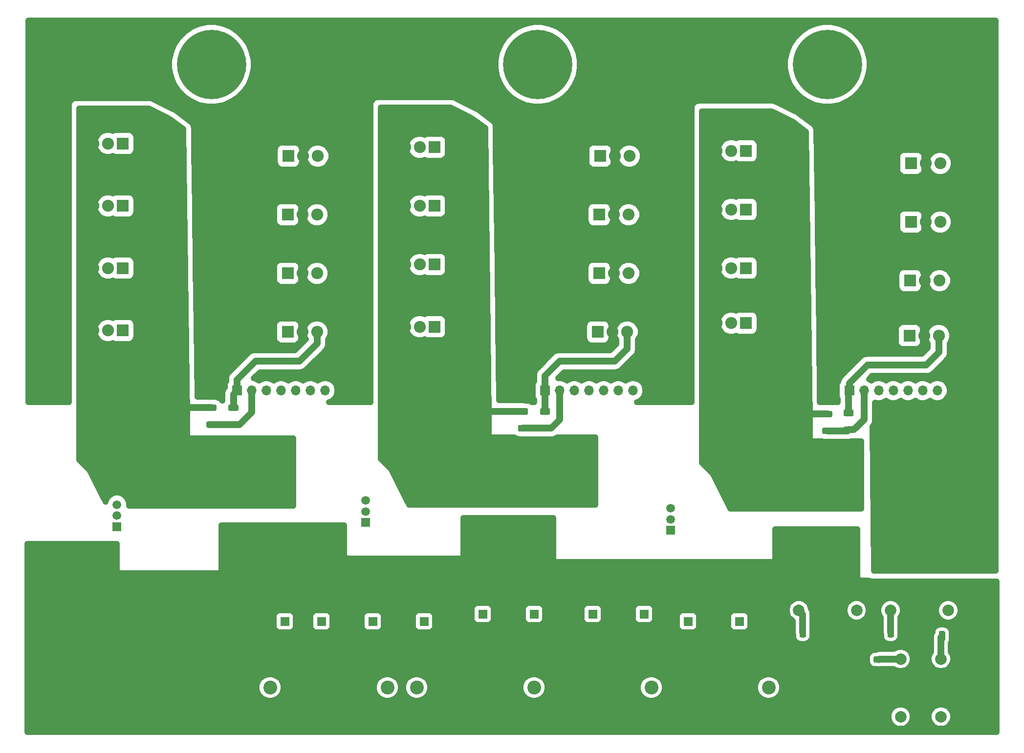
<source format=gbr>
%TF.GenerationSoftware,KiCad,Pcbnew,(5.1.10)-1*%
%TF.CreationDate,2022-02-15T22:07:18+02:00*%
%TF.ProjectId,SEM,53454d2e-6b69-4636-9164-5f7063625858,rev?*%
%TF.SameCoordinates,Original*%
%TF.FileFunction,Copper,L2,Bot*%
%TF.FilePolarity,Positive*%
%FSLAX46Y46*%
G04 Gerber Fmt 4.6, Leading zero omitted, Abs format (unit mm)*
G04 Created by KiCad (PCBNEW (5.1.10)-1) date 2022-02-15 22:07:18*
%MOMM*%
%LPD*%
G01*
G04 APERTURE LIST*
%TA.AperFunction,ComponentPad*%
%ADD10R,1.700000X1.700000*%
%TD*%
%TA.AperFunction,ComponentPad*%
%ADD11O,1.700000X1.700000*%
%TD*%
%TA.AperFunction,ComponentPad*%
%ADD12C,2.070000*%
%TD*%
%TA.AperFunction,ComponentPad*%
%ADD13R,2.070000X2.070000*%
%TD*%
%TA.AperFunction,ComponentPad*%
%ADD14C,1.600000*%
%TD*%
%TA.AperFunction,ComponentPad*%
%ADD15R,1.600000X1.600000*%
%TD*%
%TA.AperFunction,ComponentPad*%
%ADD16C,2.000000*%
%TD*%
%TA.AperFunction,ComponentPad*%
%ADD17C,2.400000*%
%TD*%
%TA.AperFunction,ConnectorPad*%
%ADD18C,12.000000*%
%TD*%
%TA.AperFunction,ComponentPad*%
%ADD19C,6.400000*%
%TD*%
%TA.AperFunction,SMDPad,CuDef*%
%ADD20R,12.000000X5.500000*%
%TD*%
%TA.AperFunction,ComponentPad*%
%ADD21R,1.500000X1.500000*%
%TD*%
%TA.AperFunction,ComponentPad*%
%ADD22C,1.500000*%
%TD*%
%TA.AperFunction,Conductor*%
%ADD23C,1.200000*%
%TD*%
%TA.AperFunction,Conductor*%
%ADD24C,1.000000*%
%TD*%
%TA.AperFunction,Conductor*%
%ADD25C,0.100000*%
%TD*%
G04 APERTURE END LIST*
%TO.P,R53,2*%
%TO.N,/U_USENSE*%
%TA.AperFunction,SMDPad,CuDef*%
G36*
G01*
X57159998Y-93610000D02*
X58410002Y-93610000D01*
G75*
G02*
X58660000Y-93859998I0J-249998D01*
G01*
X58660000Y-94485002D01*
G75*
G02*
X58410002Y-94735000I-249998J0D01*
G01*
X57159998Y-94735000D01*
G75*
G02*
X56910000Y-94485002I0J249998D01*
G01*
X56910000Y-93859998D01*
G75*
G02*
X57159998Y-93610000I249998J0D01*
G01*
G37*
%TD.AperFunction*%
%TO.P,R53,1*%
%TO.N,/GND_U*%
%TA.AperFunction,SMDPad,CuDef*%
G36*
G01*
X57159998Y-90685000D02*
X58410002Y-90685000D01*
G75*
G02*
X58660000Y-90934998I0J-249998D01*
G01*
X58660000Y-91560002D01*
G75*
G02*
X58410002Y-91810000I-249998J0D01*
G01*
X57159998Y-91810000D01*
G75*
G02*
X56910000Y-91560002I0J249998D01*
G01*
X56910000Y-90934998D01*
G75*
G02*
X57159998Y-90685000I249998J0D01*
G01*
G37*
%TD.AperFunction*%
%TD*%
%TO.P,R81,2*%
%TO.N,/PHASE_W*%
%TA.AperFunction,SMDPad,CuDef*%
G36*
G01*
X168773002Y-92699000D02*
X167522998Y-92699000D01*
G75*
G02*
X167273000Y-92449002I0J249998D01*
G01*
X167273000Y-91823998D01*
G75*
G02*
X167522998Y-91574000I249998J0D01*
G01*
X168773002Y-91574000D01*
G75*
G02*
X169023000Y-91823998I0J-249998D01*
G01*
X169023000Y-92449002D01*
G75*
G02*
X168773002Y-92699000I-249998J0D01*
G01*
G37*
%TD.AperFunction*%
%TO.P,R81,1*%
%TO.N,/W_USENSE*%
%TA.AperFunction,SMDPad,CuDef*%
G36*
G01*
X168773002Y-95624000D02*
X167522998Y-95624000D01*
G75*
G02*
X167273000Y-95374002I0J249998D01*
G01*
X167273000Y-94748998D01*
G75*
G02*
X167522998Y-94499000I249998J0D01*
G01*
X168773002Y-94499000D01*
G75*
G02*
X169023000Y-94748998I0J-249998D01*
G01*
X169023000Y-95374002D01*
G75*
G02*
X168773002Y-95624000I-249998J0D01*
G01*
G37*
%TD.AperFunction*%
%TD*%
D10*
%TO.P,J12,1*%
%TO.N,/PHASE_W*%
X168275000Y-88265000D03*
D11*
%TO.P,J12,2*%
%TO.N,/W_USENSE*%
X170815000Y-88265000D03*
%TO.P,J12,3*%
%TO.N,/LOW_GATE_W*%
X173355000Y-88265000D03*
%TO.P,J12,4*%
%TO.N,/HIGH_GATE_W*%
X175895000Y-88265000D03*
%TO.P,J12,5*%
%TO.N,/W_ISENSE*%
X178435000Y-88265000D03*
%TO.P,J12,6*%
%TO.N,+5V*%
X180975000Y-88265000D03*
%TO.P,J12,7*%
%TO.N,GND1*%
X183515000Y-88265000D03*
%TD*%
%TO.P,J11,7*%
%TO.N,GND1*%
X77470000Y-88265000D03*
%TO.P,J11,6*%
%TO.N,+5V*%
X74930000Y-88265000D03*
%TO.P,J11,5*%
%TO.N,/U_ISENSE*%
X72390000Y-88265000D03*
%TO.P,J11,4*%
%TO.N,/HIGH_GATE_U*%
X69850000Y-88265000D03*
%TO.P,J11,3*%
%TO.N,/LOW_GATE_U*%
X67310000Y-88265000D03*
%TO.P,J11,2*%
%TO.N,/U_USENSE*%
X64770000Y-88265000D03*
D10*
%TO.P,J11,1*%
%TO.N,/PHASE_U*%
X62230000Y-88265000D03*
%TD*%
D12*
%TO.P,Q16,3*%
%TO.N,/GND_W*%
X145288000Y-67056000D03*
%TO.P,Q16,2*%
%TO.N,/PHASE_W*%
X147828000Y-67056000D03*
D13*
%TO.P,Q16,1*%
%TO.N,Net-(D19-Pad2)*%
X150368000Y-67056000D03*
%TD*%
D12*
%TO.P,Q15,3*%
%TO.N,/PHASE_W*%
X183896000Y-69215000D03*
%TO.P,Q15,2*%
%TO.N,VDC*%
X181356000Y-69215000D03*
D13*
%TO.P,Q15,1*%
%TO.N,Net-(D21-Pad2)*%
X178816000Y-69215000D03*
%TD*%
D12*
%TO.P,Q18,3*%
%TO.N,/GND_V*%
X91313000Y-66421000D03*
%TO.P,Q18,2*%
%TO.N,/PHASE_V*%
X93853000Y-66421000D03*
D13*
%TO.P,Q18,1*%
%TO.N,Net-(D20-Pad2)*%
X96393000Y-66421000D03*
%TD*%
D12*
%TO.P,Q23,3*%
%TO.N,/PHASE_V*%
X129794000Y-78105000D03*
%TO.P,Q23,2*%
%TO.N,VDC*%
X127254000Y-78105000D03*
D13*
%TO.P,Q23,1*%
%TO.N,Net-(D26-Pad2)*%
X124714000Y-78105000D03*
%TD*%
D12*
%TO.P,Q19,3*%
%TO.N,/PHASE_U*%
X76073000Y-78105000D03*
%TO.P,Q19,2*%
%TO.N,VDC*%
X73533000Y-78105000D03*
D13*
%TO.P,Q19,1*%
%TO.N,Net-(D23-Pad2)*%
X70993000Y-78105000D03*
%TD*%
D12*
%TO.P,Q20,3*%
%TO.N,/GND_U*%
X37338000Y-77851000D03*
%TO.P,Q20,2*%
%TO.N,/PHASE_U*%
X39878000Y-77851000D03*
D13*
%TO.P,Q20,1*%
%TO.N,Net-(D24-Pad2)*%
X42418000Y-77851000D03*
%TD*%
D12*
%TO.P,Q22,3*%
%TO.N,/GND_W*%
X145288000Y-76581000D03*
%TO.P,Q22,2*%
%TO.N,/PHASE_W*%
X147828000Y-76581000D03*
D13*
%TO.P,Q22,1*%
%TO.N,Net-(D27-Pad2)*%
X150368000Y-76581000D03*
%TD*%
D12*
%TO.P,Q17,3*%
%TO.N,/PHASE_V*%
X130048000Y-67945000D03*
%TO.P,Q17,2*%
%TO.N,VDC*%
X127508000Y-67945000D03*
D13*
%TO.P,Q17,1*%
%TO.N,Net-(D22-Pad2)*%
X124968000Y-67945000D03*
%TD*%
D12*
%TO.P,Q24,3*%
%TO.N,/GND_V*%
X91313000Y-77216000D03*
%TO.P,Q24,2*%
%TO.N,/PHASE_V*%
X93853000Y-77216000D03*
D13*
%TO.P,Q24,1*%
%TO.N,Net-(D28-Pad2)*%
X96393000Y-77216000D03*
%TD*%
D12*
%TO.P,Q21,3*%
%TO.N,/PHASE_W*%
X183769000Y-78740000D03*
%TO.P,Q21,2*%
%TO.N,VDC*%
X181229000Y-78740000D03*
D13*
%TO.P,Q21,1*%
%TO.N,Net-(D25-Pad2)*%
X178689000Y-78740000D03*
%TD*%
D14*
%TO.P,C59,2*%
%TO.N,GND*%
X113665000Y-129500000D03*
D15*
%TO.P,C59,1*%
%TO.N,VDC*%
X113665000Y-127000000D03*
%TD*%
%TO.P,R84,2*%
%TO.N,/V_USENSE*%
%TA.AperFunction,SMDPad,CuDef*%
G36*
G01*
X111134998Y-94245000D02*
X112385002Y-94245000D01*
G75*
G02*
X112635000Y-94494998I0J-249998D01*
G01*
X112635000Y-95120002D01*
G75*
G02*
X112385002Y-95370000I-249998J0D01*
G01*
X111134998Y-95370000D01*
G75*
G02*
X110885000Y-95120002I0J249998D01*
G01*
X110885000Y-94494998D01*
G75*
G02*
X111134998Y-94245000I249998J0D01*
G01*
G37*
%TD.AperFunction*%
%TO.P,R84,1*%
%TO.N,/GND_V*%
%TA.AperFunction,SMDPad,CuDef*%
G36*
G01*
X111134998Y-91320000D02*
X112385002Y-91320000D01*
G75*
G02*
X112635000Y-91569998I0J-249998D01*
G01*
X112635000Y-92195002D01*
G75*
G02*
X112385002Y-92445000I-249998J0D01*
G01*
X111134998Y-92445000D01*
G75*
G02*
X110885000Y-92195002I0J249998D01*
G01*
X110885000Y-91569998D01*
G75*
G02*
X111134998Y-91320000I249998J0D01*
G01*
G37*
%TD.AperFunction*%
%TD*%
D16*
%TO.P,C48,2*%
%TO.N,Net-(C48-Pad2)*%
X175420000Y-126365000D03*
%TO.P,C48,1*%
%TO.N,VDC*%
X185420000Y-126365000D03*
%TD*%
D14*
%TO.P,C43,2*%
%TO.N,GND*%
X132715000Y-129500000D03*
D15*
%TO.P,C43,1*%
%TO.N,VDC*%
X132715000Y-127000000D03*
%TD*%
D17*
%TO.P,C47,2*%
%TO.N,GND*%
X128665000Y-139700000D03*
%TO.P,C47,1*%
%TO.N,VDC*%
X113665000Y-139700000D03*
%TD*%
D18*
%TO.P,J2,1*%
%TO.N,/PHASE_W*%
X164465000Y-31750000D03*
D19*
X164465000Y-31750000D03*
%TD*%
D17*
%TO.P,C41,2*%
%TO.N,GND*%
X148985000Y-139700000D03*
%TO.P,C41,1*%
%TO.N,VDC*%
X133985000Y-139700000D03*
%TD*%
D14*
%TO.P,C58,2*%
%TO.N,GND*%
X67985000Y-128270000D03*
D15*
%TO.P,C58,1*%
%TO.N,VDC*%
X70485000Y-128270000D03*
%TD*%
D18*
%TO.P,J7,1*%
%TO.N,GND*%
X36830000Y-137160000D03*
D19*
X36830000Y-137160000D03*
%TD*%
D16*
%TO.P,C51,2*%
%TO.N,Net-(C51-Pad2)*%
X159545000Y-126365000D03*
%TO.P,C51,1*%
%TO.N,VDC*%
X169545000Y-126365000D03*
%TD*%
%TO.P,R61,2*%
%TO.N,Net-(C48-Pad2)*%
%TA.AperFunction,SMDPad,CuDef*%
G36*
G01*
X174890000Y-130800002D02*
X174890000Y-129549998D01*
G75*
G02*
X175139998Y-129300000I249998J0D01*
G01*
X175765002Y-129300000D01*
G75*
G02*
X176015000Y-129549998I0J-249998D01*
G01*
X176015000Y-130800002D01*
G75*
G02*
X175765002Y-131050000I-249998J0D01*
G01*
X175139998Y-131050000D01*
G75*
G02*
X174890000Y-130800002I0J249998D01*
G01*
G37*
%TD.AperFunction*%
%TO.P,R61,1*%
%TO.N,GND*%
%TA.AperFunction,SMDPad,CuDef*%
G36*
G01*
X171965000Y-130800002D02*
X171965000Y-129549998D01*
G75*
G02*
X172214998Y-129300000I249998J0D01*
G01*
X172840002Y-129300000D01*
G75*
G02*
X173090000Y-129549998I0J-249998D01*
G01*
X173090000Y-130800002D01*
G75*
G02*
X172840002Y-131050000I-249998J0D01*
G01*
X172214998Y-131050000D01*
G75*
G02*
X171965000Y-130800002I0J249998D01*
G01*
G37*
%TD.AperFunction*%
%TD*%
D18*
%TO.P,J3,1*%
%TO.N,/PHASE_V*%
X114300000Y-31750000D03*
D19*
X114300000Y-31750000D03*
%TD*%
D14*
%TO.P,C46,2*%
%TO.N,GND*%
X97115000Y-128270000D03*
D15*
%TO.P,C46,1*%
%TO.N,VDC*%
X94615000Y-128270000D03*
%TD*%
D17*
%TO.P,C44,2*%
%TO.N,GND*%
X52945000Y-139700000D03*
%TO.P,C44,1*%
%TO.N,VDC*%
X67945000Y-139700000D03*
%TD*%
D14*
%TO.P,C56,2*%
%TO.N,GND*%
X79335000Y-128270000D03*
D15*
%TO.P,C56,1*%
%TO.N,VDC*%
X76835000Y-128270000D03*
%TD*%
%TO.P,R83,2*%
%TO.N,/PHASE_V*%
%TA.AperFunction,SMDPad,CuDef*%
G36*
G01*
X116195002Y-92445000D02*
X114944998Y-92445000D01*
G75*
G02*
X114695000Y-92195002I0J249998D01*
G01*
X114695000Y-91569998D01*
G75*
G02*
X114944998Y-91320000I249998J0D01*
G01*
X116195002Y-91320000D01*
G75*
G02*
X116445000Y-91569998I0J-249998D01*
G01*
X116445000Y-92195002D01*
G75*
G02*
X116195002Y-92445000I-249998J0D01*
G01*
G37*
%TD.AperFunction*%
%TO.P,R83,1*%
%TO.N,/V_USENSE*%
%TA.AperFunction,SMDPad,CuDef*%
G36*
G01*
X116195002Y-95370000D02*
X114944998Y-95370000D01*
G75*
G02*
X114695000Y-95120002I0J249998D01*
G01*
X114695000Y-94494998D01*
G75*
G02*
X114944998Y-94245000I249998J0D01*
G01*
X116195002Y-94245000D01*
G75*
G02*
X116445000Y-94494998I0J-249998D01*
G01*
X116445000Y-95120002D01*
G75*
G02*
X116195002Y-95370000I-249998J0D01*
G01*
G37*
%TD.AperFunction*%
%TD*%
%TO.P,R82,2*%
%TO.N,/W_USENSE*%
%TA.AperFunction,SMDPad,CuDef*%
G36*
G01*
X163839998Y-94691500D02*
X165090002Y-94691500D01*
G75*
G02*
X165340000Y-94941498I0J-249998D01*
G01*
X165340000Y-95566502D01*
G75*
G02*
X165090002Y-95816500I-249998J0D01*
G01*
X163839998Y-95816500D01*
G75*
G02*
X163590000Y-95566502I0J249998D01*
G01*
X163590000Y-94941498D01*
G75*
G02*
X163839998Y-94691500I249998J0D01*
G01*
G37*
%TD.AperFunction*%
%TO.P,R82,1*%
%TO.N,/GND_W*%
%TA.AperFunction,SMDPad,CuDef*%
G36*
G01*
X163839998Y-91766500D02*
X165090002Y-91766500D01*
G75*
G02*
X165340000Y-92016498I0J-249998D01*
G01*
X165340000Y-92641502D01*
G75*
G02*
X165090002Y-92891500I-249998J0D01*
G01*
X163839998Y-92891500D01*
G75*
G02*
X163590000Y-92641502I0J249998D01*
G01*
X163590000Y-92016498D01*
G75*
G02*
X163839998Y-91766500I249998J0D01*
G01*
G37*
%TD.AperFunction*%
%TD*%
%TO.P,R59,2*%
%TO.N,Net-(C45-Pad2)*%
%TA.AperFunction,SMDPad,CuDef*%
G36*
G01*
X183780000Y-131435002D02*
X183780000Y-130184998D01*
G75*
G02*
X184029998Y-129935000I249998J0D01*
G01*
X184655002Y-129935000D01*
G75*
G02*
X184905000Y-130184998I0J-249998D01*
G01*
X184905000Y-131435002D01*
G75*
G02*
X184655002Y-131685000I-249998J0D01*
G01*
X184029998Y-131685000D01*
G75*
G02*
X183780000Y-131435002I0J249998D01*
G01*
G37*
%TD.AperFunction*%
%TO.P,R59,1*%
%TO.N,GND*%
%TA.AperFunction,SMDPad,CuDef*%
G36*
G01*
X180855000Y-131435002D02*
X180855000Y-130184998D01*
G75*
G02*
X181104998Y-129935000I249998J0D01*
G01*
X181730002Y-129935000D01*
G75*
G02*
X181980000Y-130184998I0J-249998D01*
G01*
X181980000Y-131435002D01*
G75*
G02*
X181730002Y-131685000I-249998J0D01*
G01*
X181104998Y-131685000D01*
G75*
G02*
X180855000Y-131435002I0J249998D01*
G01*
G37*
%TD.AperFunction*%
%TD*%
D20*
%TO.P,U4,5*%
%TO.N,GND*%
X66040000Y-114935000D03*
%TO.P,U4,4*%
%TO.N,/GND_U*%
X66040000Y-104935000D03*
D21*
%TO.P,U4,1*%
%TO.N,+5V*%
X41440000Y-111845000D03*
D22*
%TO.P,U4,3*%
%TO.N,/U_ISENSE*%
X41440000Y-108025000D03*
%TO.P,U4,2*%
%TO.N,GND1*%
X41440000Y-109935000D03*
%TD*%
D18*
%TO.P,J1,1*%
%TO.N,/PHASE_U*%
X57785000Y-31750000D03*
D19*
X57785000Y-31750000D03*
%TD*%
D14*
%TO.P,C57,2*%
%TO.N,GND*%
X104775000Y-129500000D03*
D15*
%TO.P,C57,1*%
%TO.N,VDC*%
X104775000Y-127000000D03*
%TD*%
D14*
%TO.P,C52,2*%
%TO.N,GND*%
X151725000Y-128270000D03*
D15*
%TO.P,C52,1*%
%TO.N,VDC*%
X149225000Y-128270000D03*
%TD*%
D14*
%TO.P,C49,2*%
%TO.N,GND*%
X123825000Y-129500000D03*
D15*
%TO.P,C49,1*%
%TO.N,VDC*%
X123825000Y-127000000D03*
%TD*%
D12*
%TO.P,Q4,3*%
%TO.N,/GND_W*%
X145288000Y-46736000D03*
%TO.P,Q4,2*%
%TO.N,/PHASE_W*%
X147828000Y-46736000D03*
D13*
%TO.P,Q4,1*%
%TO.N,Net-(D8-Pad2)*%
X150368000Y-46736000D03*
%TD*%
D14*
%TO.P,C60,2*%
%TO.N,GND*%
X88225000Y-128270000D03*
D15*
%TO.P,C60,1*%
%TO.N,VDC*%
X85725000Y-128270000D03*
%TD*%
D20*
%TO.P,U5,5*%
%TO.N,GND*%
X161925000Y-115570000D03*
%TO.P,U5,4*%
%TO.N,/GND_W*%
X161925000Y-105570000D03*
D21*
%TO.P,U5,1*%
%TO.N,+5V*%
X137325000Y-112480000D03*
D22*
%TO.P,U5,3*%
%TO.N,/W_ISENSE*%
X137325000Y-108660000D03*
%TO.P,U5,2*%
%TO.N,GND1*%
X137325000Y-110570000D03*
%TD*%
D17*
%TO.P,C55,2*%
%TO.N,GND*%
X73265000Y-139700000D03*
%TO.P,C55,1*%
%TO.N,VDC*%
X88265000Y-139700000D03*
%TD*%
%TO.P,C53,2*%
%TO.N,GND*%
X169305000Y-139700000D03*
%TO.P,C53,1*%
%TO.N,VDC*%
X154305000Y-139700000D03*
%TD*%
%TO.P,C50,2*%
%TO.N,GND*%
X108345000Y-139700000D03*
%TO.P,C50,1*%
%TO.N,VDC*%
X93345000Y-139700000D03*
%TD*%
D20*
%TO.P,U6,5*%
%TO.N,GND*%
X109055000Y-114215000D03*
%TO.P,U6,4*%
%TO.N,/GND_V*%
X109055000Y-104215000D03*
D21*
%TO.P,U6,1*%
%TO.N,+5V*%
X84455000Y-111125000D03*
D22*
%TO.P,U6,3*%
%TO.N,/V_ISENSE*%
X84455000Y-107305000D03*
%TO.P,U6,2*%
%TO.N,GND1*%
X84455000Y-109215000D03*
%TD*%
D11*
%TO.P,J13,7*%
%TO.N,GND1*%
X130810000Y-88265000D03*
%TO.P,J13,6*%
%TO.N,+5V*%
X128270000Y-88265000D03*
%TO.P,J13,5*%
%TO.N,/V_ISENSE*%
X125730000Y-88265000D03*
%TO.P,J13,4*%
%TO.N,/HIGH_GATE_V*%
X123190000Y-88265000D03*
%TO.P,J13,3*%
%TO.N,/LOW_GATE_V*%
X120650000Y-88265000D03*
%TO.P,J13,2*%
%TO.N,/V_USENSE*%
X118110000Y-88265000D03*
D10*
%TO.P,J13,1*%
%TO.N,/PHASE_V*%
X115570000Y-88265000D03*
%TD*%
D14*
%TO.P,C40,2*%
%TO.N,GND*%
X142835000Y-128270000D03*
D15*
%TO.P,C40,1*%
%TO.N,VDC*%
X140335000Y-128270000D03*
%TD*%
D12*
%TO.P,Q14,3*%
%TO.N,/GND_U*%
X37338000Y-67056000D03*
%TO.P,Q14,2*%
%TO.N,/PHASE_U*%
X39878000Y-67056000D03*
D13*
%TO.P,Q14,1*%
%TO.N,Net-(D17-Pad2)*%
X42418000Y-67056000D03*
%TD*%
D12*
%TO.P,Q6,3*%
%TO.N,/GND_V*%
X91313000Y-46101000D03*
%TO.P,Q6,2*%
%TO.N,/PHASE_V*%
X93853000Y-46101000D03*
D13*
%TO.P,Q6,1*%
%TO.N,Net-(D10-Pad2)*%
X96393000Y-46101000D03*
%TD*%
D12*
%TO.P,Q11,3*%
%TO.N,/PHASE_V*%
X130048000Y-57785000D03*
%TO.P,Q11,2*%
%TO.N,VDC*%
X127508000Y-57785000D03*
D13*
%TO.P,Q11,1*%
%TO.N,Net-(D16-Pad2)*%
X124968000Y-57785000D03*
%TD*%
D12*
%TO.P,Q10,3*%
%TO.N,/GND_W*%
X145288000Y-56896000D03*
%TO.P,Q10,2*%
%TO.N,/PHASE_W*%
X147828000Y-56896000D03*
D13*
%TO.P,Q10,1*%
%TO.N,Net-(D13-Pad2)*%
X150368000Y-56896000D03*
%TD*%
%TO.P,R62,2*%
%TO.N,Net-(C51-Pad2)*%
%TA.AperFunction,SMDPad,CuDef*%
G36*
G01*
X159650000Y-130800002D02*
X159650000Y-129549998D01*
G75*
G02*
X159899998Y-129300000I249998J0D01*
G01*
X160525002Y-129300000D01*
G75*
G02*
X160775000Y-129549998I0J-249998D01*
G01*
X160775000Y-130800002D01*
G75*
G02*
X160525002Y-131050000I-249998J0D01*
G01*
X159899998Y-131050000D01*
G75*
G02*
X159650000Y-130800002I0J249998D01*
G01*
G37*
%TD.AperFunction*%
%TO.P,R62,1*%
%TO.N,GND*%
%TA.AperFunction,SMDPad,CuDef*%
G36*
G01*
X156725000Y-130800002D02*
X156725000Y-129549998D01*
G75*
G02*
X156974998Y-129300000I249998J0D01*
G01*
X157600002Y-129300000D01*
G75*
G02*
X157850000Y-129549998I0J-249998D01*
G01*
X157850000Y-130800002D01*
G75*
G02*
X157600002Y-131050000I-249998J0D01*
G01*
X156974998Y-131050000D01*
G75*
G02*
X156725000Y-130800002I0J249998D01*
G01*
G37*
%TD.AperFunction*%
%TD*%
%TO.P,R52,2*%
%TO.N,/PHASE_U*%
%TA.AperFunction,SMDPad,CuDef*%
G36*
G01*
X62220002Y-91810000D02*
X60969998Y-91810000D01*
G75*
G02*
X60720000Y-91560002I0J249998D01*
G01*
X60720000Y-90934998D01*
G75*
G02*
X60969998Y-90685000I249998J0D01*
G01*
X62220002Y-90685000D01*
G75*
G02*
X62470000Y-90934998I0J-249998D01*
G01*
X62470000Y-91560002D01*
G75*
G02*
X62220002Y-91810000I-249998J0D01*
G01*
G37*
%TD.AperFunction*%
%TO.P,R52,1*%
%TO.N,/U_USENSE*%
%TA.AperFunction,SMDPad,CuDef*%
G36*
G01*
X62220002Y-94735000D02*
X60969998Y-94735000D01*
G75*
G02*
X60720000Y-94485002I0J249998D01*
G01*
X60720000Y-93859998D01*
G75*
G02*
X60969998Y-93610000I249998J0D01*
G01*
X62220002Y-93610000D01*
G75*
G02*
X62470000Y-93859998I0J-249998D01*
G01*
X62470000Y-94485002D01*
G75*
G02*
X62220002Y-94735000I-249998J0D01*
G01*
G37*
%TD.AperFunction*%
%TD*%
D12*
%TO.P,Q2,3*%
%TO.N,/GND_U*%
X37338000Y-45466000D03*
%TO.P,Q2,2*%
%TO.N,/PHASE_U*%
X39878000Y-45466000D03*
D13*
%TO.P,Q2,1*%
%TO.N,Net-(D6-Pad2)*%
X42418000Y-45466000D03*
%TD*%
D18*
%TO.P,J6,1*%
%TO.N,VDC*%
X186055000Y-113030000D03*
D19*
X186055000Y-113030000D03*
%TD*%
D16*
%TO.P,C45,2*%
%TO.N,Net-(C45-Pad2)*%
X184150000Y-134780000D03*
%TO.P,C45,1*%
%TO.N,VDC*%
X184150000Y-144780000D03*
%TD*%
D12*
%TO.P,Q12,3*%
%TO.N,/GND_V*%
X91313000Y-56261000D03*
%TO.P,Q12,2*%
%TO.N,/PHASE_V*%
X93853000Y-56261000D03*
D13*
%TO.P,Q12,1*%
%TO.N,Net-(D14-Pad2)*%
X96393000Y-56261000D03*
%TD*%
D12*
%TO.P,Q3,3*%
%TO.N,/PHASE_W*%
X184023000Y-48895000D03*
%TO.P,Q3,2*%
%TO.N,VDC*%
X181483000Y-48895000D03*
D13*
%TO.P,Q3,1*%
%TO.N,Net-(D7-Pad2)*%
X178943000Y-48895000D03*
%TD*%
D12*
%TO.P,Q8,3*%
%TO.N,/GND_U*%
X37338000Y-56261000D03*
%TO.P,Q8,2*%
%TO.N,/PHASE_U*%
X39878000Y-56261000D03*
D13*
%TO.P,Q8,1*%
%TO.N,Net-(D11-Pad2)*%
X42418000Y-56261000D03*
%TD*%
D12*
%TO.P,Q13,3*%
%TO.N,/PHASE_U*%
X76073000Y-67945000D03*
%TO.P,Q13,2*%
%TO.N,VDC*%
X73533000Y-67945000D03*
D13*
%TO.P,Q13,1*%
%TO.N,Net-(D18-Pad2)*%
X70993000Y-67945000D03*
%TD*%
D12*
%TO.P,Q1,3*%
%TO.N,/PHASE_U*%
X76200000Y-47625000D03*
%TO.P,Q1,2*%
%TO.N,VDC*%
X73660000Y-47625000D03*
D13*
%TO.P,Q1,1*%
%TO.N,Net-(D5-Pad2)*%
X71120000Y-47625000D03*
%TD*%
D12*
%TO.P,Q9,3*%
%TO.N,/PHASE_W*%
X184023000Y-59055000D03*
%TO.P,Q9,2*%
%TO.N,VDC*%
X181483000Y-59055000D03*
D13*
%TO.P,Q9,1*%
%TO.N,Net-(D15-Pad2)*%
X178943000Y-59055000D03*
%TD*%
D16*
%TO.P,C42,2*%
%TO.N,Net-(C42-Pad2)*%
X177165000Y-134780000D03*
%TO.P,C42,1*%
%TO.N,VDC*%
X177165000Y-144780000D03*
%TD*%
D12*
%TO.P,Q5,3*%
%TO.N,/PHASE_V*%
X130175000Y-47625000D03*
%TO.P,Q5,2*%
%TO.N,VDC*%
X127635000Y-47625000D03*
D13*
%TO.P,Q5,1*%
%TO.N,Net-(D9-Pad2)*%
X125095000Y-47625000D03*
%TD*%
D12*
%TO.P,Q7,3*%
%TO.N,/PHASE_U*%
X76073000Y-57785000D03*
%TO.P,Q7,2*%
%TO.N,VDC*%
X73533000Y-57785000D03*
D13*
%TO.P,Q7,1*%
%TO.N,Net-(D12-Pad2)*%
X70993000Y-57785000D03*
%TD*%
%TO.P,R58,2*%
%TO.N,Net-(C42-Pad2)*%
%TA.AperFunction,SMDPad,CuDef*%
G36*
G01*
X173980002Y-135432500D02*
X172729998Y-135432500D01*
G75*
G02*
X172480000Y-135182502I0J249998D01*
G01*
X172480000Y-134557498D01*
G75*
G02*
X172729998Y-134307500I249998J0D01*
G01*
X173980002Y-134307500D01*
G75*
G02*
X174230000Y-134557498I0J-249998D01*
G01*
X174230000Y-135182502D01*
G75*
G02*
X173980002Y-135432500I-249998J0D01*
G01*
G37*
%TD.AperFunction*%
%TO.P,R58,1*%
%TO.N,GND*%
%TA.AperFunction,SMDPad,CuDef*%
G36*
G01*
X173980002Y-138357500D02*
X172729998Y-138357500D01*
G75*
G02*
X172480000Y-138107502I0J249998D01*
G01*
X172480000Y-137482498D01*
G75*
G02*
X172729998Y-137232500I249998J0D01*
G01*
X173980002Y-137232500D01*
G75*
G02*
X174230000Y-137482498I0J-249998D01*
G01*
X174230000Y-138107502D01*
G75*
G02*
X173980002Y-138357500I-249998J0D01*
G01*
G37*
%TD.AperFunction*%
%TD*%
D23*
%TO.N,/PHASE_U*%
X76073000Y-78105000D02*
X76073000Y-80137000D01*
X76073000Y-80137000D02*
X73025000Y-83185000D01*
X73025000Y-83185000D02*
X65405000Y-83185000D01*
X62230000Y-86360000D02*
X62230000Y-88265000D01*
X65405000Y-83185000D02*
X62230000Y-86360000D01*
X61595000Y-88900000D02*
X62230000Y-88265000D01*
X61595000Y-91247500D02*
X61595000Y-88900000D01*
%TO.N,/GND_U*%
X57785000Y-91247500D02*
X52262500Y-91247500D01*
%TO.N,/PHASE_W*%
X183769000Y-78740000D02*
X183769000Y-81661000D01*
X183769000Y-81661000D02*
X181610000Y-83820000D01*
X181610000Y-83820000D02*
X171450000Y-83820000D01*
X168275000Y-86995000D02*
X168275000Y-88265000D01*
X171450000Y-83820000D02*
X168275000Y-86995000D01*
X168148000Y-88392000D02*
X168275000Y-88265000D01*
X168148000Y-92136500D02*
X168148000Y-88392000D01*
%TO.N,/PHASE_V*%
X115570000Y-85725000D02*
X115570000Y-88265000D01*
X118110000Y-83185000D02*
X115570000Y-85725000D01*
X127635000Y-83185000D02*
X118110000Y-83185000D01*
X129794000Y-81026000D02*
X127635000Y-83185000D01*
X129794000Y-78105000D02*
X129794000Y-81026000D01*
X115570000Y-91882500D02*
X115570000Y-88265000D01*
%TO.N,/U_USENSE*%
X61595000Y-94172500D02*
X57785000Y-94172500D01*
X61595000Y-94172500D02*
X62672500Y-94172500D01*
X64770000Y-92075000D02*
X64770000Y-88265000D01*
X62672500Y-94172500D02*
X64770000Y-92075000D01*
%TO.N,/W_USENSE*%
X167955500Y-95254000D02*
X168148000Y-95061500D01*
X164465000Y-95254000D02*
X167955500Y-95254000D01*
X168148000Y-95061500D02*
X169098500Y-95061500D01*
X170815000Y-93345000D02*
X170815000Y-88265000D01*
X169098500Y-95061500D02*
X170815000Y-93345000D01*
%TO.N,/V_USENSE*%
X111760000Y-94807500D02*
X115570000Y-94807500D01*
X115570000Y-94807500D02*
X116647500Y-94807500D01*
X118110000Y-93345000D02*
X118110000Y-88265000D01*
X116647500Y-94807500D02*
X118110000Y-93345000D01*
%TO.N,/GND_W*%
X164465000Y-92329000D02*
X160274000Y-92329000D01*
%TO.N,/GND_V*%
X111760000Y-91882500D02*
X105602500Y-91882500D01*
%TO.N,Net-(C42-Pad2)*%
X173445000Y-134780000D02*
X173355000Y-134870000D01*
X177165000Y-134780000D02*
X173445000Y-134780000D01*
%TO.N,Net-(C45-Pad2)*%
X184150000Y-131002500D02*
X184342500Y-130810000D01*
X184150000Y-134780000D02*
X184150000Y-131002500D01*
%TO.N,Net-(C48-Pad2)*%
X175452500Y-126397500D02*
X175420000Y-126365000D01*
X175452500Y-130175000D02*
X175452500Y-126397500D01*
%TO.N,Net-(C51-Pad2)*%
X160212500Y-127032500D02*
X159545000Y-126365000D01*
X160212500Y-130175000D02*
X160212500Y-127032500D01*
%TD*%
D24*
%TO.N,/GND_W*%
X158486070Y-41702053D02*
X160793154Y-43432366D01*
X161425000Y-93348169D01*
X161425000Y-96520000D01*
X161434607Y-96617545D01*
X161463060Y-96711342D01*
X161509265Y-96797785D01*
X161571447Y-96873553D01*
X161647215Y-96935735D01*
X161733658Y-96981940D01*
X161827455Y-97010393D01*
X161925000Y-97020000D01*
X163296106Y-97020000D01*
X163536381Y-97092886D01*
X163839998Y-97122790D01*
X164080278Y-97122790D01*
X164092535Y-97126508D01*
X164371663Y-97154000D01*
X167862171Y-97154000D01*
X167955500Y-97163192D01*
X168048829Y-97154000D01*
X168048837Y-97154000D01*
X168327965Y-97126508D01*
X168679076Y-97020000D01*
X170315000Y-97020000D01*
X170315000Y-108720000D01*
X147629017Y-108720000D01*
X144592214Y-102646393D01*
X144539997Y-102563443D01*
X144498553Y-102516447D01*
X142740000Y-100757894D01*
X142740000Y-76351023D01*
X145493000Y-76351023D01*
X145493000Y-76810977D01*
X145582733Y-77262094D01*
X145758750Y-77687037D01*
X146014287Y-78069476D01*
X146339524Y-78394713D01*
X146721963Y-78650250D01*
X147146906Y-78826267D01*
X147598023Y-78916000D01*
X148057977Y-78916000D01*
X148509094Y-78826267D01*
X148695238Y-78749164D01*
X148833104Y-78822855D01*
X149078155Y-78897190D01*
X149333000Y-78922290D01*
X151403000Y-78922290D01*
X151657845Y-78897190D01*
X151902896Y-78822855D01*
X152128736Y-78702140D01*
X152326687Y-78539687D01*
X152489140Y-78341736D01*
X152609855Y-78115896D01*
X152684190Y-77870845D01*
X152709290Y-77616000D01*
X152709290Y-75546000D01*
X152684190Y-75291155D01*
X152609855Y-75046104D01*
X152489140Y-74820264D01*
X152326687Y-74622313D01*
X152128736Y-74459860D01*
X151902896Y-74339145D01*
X151657845Y-74264810D01*
X151403000Y-74239710D01*
X149333000Y-74239710D01*
X149078155Y-74264810D01*
X148833104Y-74339145D01*
X148695238Y-74412836D01*
X148509094Y-74335733D01*
X148057977Y-74246000D01*
X147598023Y-74246000D01*
X147146906Y-74335733D01*
X146721963Y-74511750D01*
X146339524Y-74767287D01*
X146014287Y-75092524D01*
X145758750Y-75474963D01*
X145582733Y-75899906D01*
X145493000Y-76351023D01*
X142740000Y-76351023D01*
X142740000Y-66826023D01*
X145493000Y-66826023D01*
X145493000Y-67285977D01*
X145582733Y-67737094D01*
X145758750Y-68162037D01*
X146014287Y-68544476D01*
X146339524Y-68869713D01*
X146721963Y-69125250D01*
X147146906Y-69301267D01*
X147598023Y-69391000D01*
X148057977Y-69391000D01*
X148509094Y-69301267D01*
X148695238Y-69224164D01*
X148833104Y-69297855D01*
X149078155Y-69372190D01*
X149333000Y-69397290D01*
X151403000Y-69397290D01*
X151657845Y-69372190D01*
X151902896Y-69297855D01*
X152128736Y-69177140D01*
X152326687Y-69014687D01*
X152489140Y-68816736D01*
X152609855Y-68590896D01*
X152684190Y-68345845D01*
X152709290Y-68091000D01*
X152709290Y-66021000D01*
X152684190Y-65766155D01*
X152609855Y-65521104D01*
X152489140Y-65295264D01*
X152326687Y-65097313D01*
X152128736Y-64934860D01*
X151902896Y-64814145D01*
X151657845Y-64739810D01*
X151403000Y-64714710D01*
X149333000Y-64714710D01*
X149078155Y-64739810D01*
X148833104Y-64814145D01*
X148695238Y-64887836D01*
X148509094Y-64810733D01*
X148057977Y-64721000D01*
X147598023Y-64721000D01*
X147146906Y-64810733D01*
X146721963Y-64986750D01*
X146339524Y-65242287D01*
X146014287Y-65567524D01*
X145758750Y-65949963D01*
X145582733Y-66374906D01*
X145493000Y-66826023D01*
X142740000Y-66826023D01*
X142740000Y-56666023D01*
X145493000Y-56666023D01*
X145493000Y-57125977D01*
X145582733Y-57577094D01*
X145758750Y-58002037D01*
X146014287Y-58384476D01*
X146339524Y-58709713D01*
X146721963Y-58965250D01*
X147146906Y-59141267D01*
X147598023Y-59231000D01*
X148057977Y-59231000D01*
X148509094Y-59141267D01*
X148695238Y-59064164D01*
X148833104Y-59137855D01*
X149078155Y-59212190D01*
X149333000Y-59237290D01*
X151403000Y-59237290D01*
X151657845Y-59212190D01*
X151902896Y-59137855D01*
X152128736Y-59017140D01*
X152326687Y-58854687D01*
X152489140Y-58656736D01*
X152609855Y-58430896D01*
X152684190Y-58185845D01*
X152709290Y-57931000D01*
X152709290Y-55861000D01*
X152684190Y-55606155D01*
X152609855Y-55361104D01*
X152489140Y-55135264D01*
X152326687Y-54937313D01*
X152128736Y-54774860D01*
X151902896Y-54654145D01*
X151657845Y-54579810D01*
X151403000Y-54554710D01*
X149333000Y-54554710D01*
X149078155Y-54579810D01*
X148833104Y-54654145D01*
X148695238Y-54727836D01*
X148509094Y-54650733D01*
X148057977Y-54561000D01*
X147598023Y-54561000D01*
X147146906Y-54650733D01*
X146721963Y-54826750D01*
X146339524Y-55082287D01*
X146014287Y-55407524D01*
X145758750Y-55789963D01*
X145582733Y-56214906D01*
X145493000Y-56666023D01*
X142740000Y-56666023D01*
X142740000Y-46506023D01*
X145493000Y-46506023D01*
X145493000Y-46965977D01*
X145582733Y-47417094D01*
X145758750Y-47842037D01*
X146014287Y-48224476D01*
X146339524Y-48549713D01*
X146721963Y-48805250D01*
X147146906Y-48981267D01*
X147598023Y-49071000D01*
X148057977Y-49071000D01*
X148509094Y-48981267D01*
X148695238Y-48904164D01*
X148833104Y-48977855D01*
X149078155Y-49052190D01*
X149333000Y-49077290D01*
X151403000Y-49077290D01*
X151657845Y-49052190D01*
X151902896Y-48977855D01*
X152128736Y-48857140D01*
X152326687Y-48694687D01*
X152489140Y-48496736D01*
X152609855Y-48270896D01*
X152684190Y-48025845D01*
X152709290Y-47771000D01*
X152709290Y-45701000D01*
X152684190Y-45446155D01*
X152609855Y-45201104D01*
X152489140Y-44975264D01*
X152326687Y-44777313D01*
X152128736Y-44614860D01*
X151902896Y-44494145D01*
X151657845Y-44419810D01*
X151403000Y-44394710D01*
X149333000Y-44394710D01*
X149078155Y-44419810D01*
X148833104Y-44494145D01*
X148695238Y-44567836D01*
X148509094Y-44490733D01*
X148057977Y-44401000D01*
X147598023Y-44401000D01*
X147146906Y-44490733D01*
X146721963Y-44666750D01*
X146339524Y-44922287D01*
X146014287Y-45247524D01*
X145758750Y-45629963D01*
X145582733Y-46054906D01*
X145493000Y-46506023D01*
X142740000Y-46506023D01*
X142740000Y-39870000D01*
X154821965Y-39870000D01*
X158486070Y-41702053D01*
%TA.AperFunction,Conductor*%
D25*
G36*
X158486070Y-41702053D02*
G01*
X160793154Y-43432366D01*
X161425000Y-93348169D01*
X161425000Y-96520000D01*
X161434607Y-96617545D01*
X161463060Y-96711342D01*
X161509265Y-96797785D01*
X161571447Y-96873553D01*
X161647215Y-96935735D01*
X161733658Y-96981940D01*
X161827455Y-97010393D01*
X161925000Y-97020000D01*
X163296106Y-97020000D01*
X163536381Y-97092886D01*
X163839998Y-97122790D01*
X164080278Y-97122790D01*
X164092535Y-97126508D01*
X164371663Y-97154000D01*
X167862171Y-97154000D01*
X167955500Y-97163192D01*
X168048829Y-97154000D01*
X168048837Y-97154000D01*
X168327965Y-97126508D01*
X168679076Y-97020000D01*
X170315000Y-97020000D01*
X170315000Y-108720000D01*
X147629017Y-108720000D01*
X144592214Y-102646393D01*
X144539997Y-102563443D01*
X144498553Y-102516447D01*
X142740000Y-100757894D01*
X142740000Y-76351023D01*
X145493000Y-76351023D01*
X145493000Y-76810977D01*
X145582733Y-77262094D01*
X145758750Y-77687037D01*
X146014287Y-78069476D01*
X146339524Y-78394713D01*
X146721963Y-78650250D01*
X147146906Y-78826267D01*
X147598023Y-78916000D01*
X148057977Y-78916000D01*
X148509094Y-78826267D01*
X148695238Y-78749164D01*
X148833104Y-78822855D01*
X149078155Y-78897190D01*
X149333000Y-78922290D01*
X151403000Y-78922290D01*
X151657845Y-78897190D01*
X151902896Y-78822855D01*
X152128736Y-78702140D01*
X152326687Y-78539687D01*
X152489140Y-78341736D01*
X152609855Y-78115896D01*
X152684190Y-77870845D01*
X152709290Y-77616000D01*
X152709290Y-75546000D01*
X152684190Y-75291155D01*
X152609855Y-75046104D01*
X152489140Y-74820264D01*
X152326687Y-74622313D01*
X152128736Y-74459860D01*
X151902896Y-74339145D01*
X151657845Y-74264810D01*
X151403000Y-74239710D01*
X149333000Y-74239710D01*
X149078155Y-74264810D01*
X148833104Y-74339145D01*
X148695238Y-74412836D01*
X148509094Y-74335733D01*
X148057977Y-74246000D01*
X147598023Y-74246000D01*
X147146906Y-74335733D01*
X146721963Y-74511750D01*
X146339524Y-74767287D01*
X146014287Y-75092524D01*
X145758750Y-75474963D01*
X145582733Y-75899906D01*
X145493000Y-76351023D01*
X142740000Y-76351023D01*
X142740000Y-66826023D01*
X145493000Y-66826023D01*
X145493000Y-67285977D01*
X145582733Y-67737094D01*
X145758750Y-68162037D01*
X146014287Y-68544476D01*
X146339524Y-68869713D01*
X146721963Y-69125250D01*
X147146906Y-69301267D01*
X147598023Y-69391000D01*
X148057977Y-69391000D01*
X148509094Y-69301267D01*
X148695238Y-69224164D01*
X148833104Y-69297855D01*
X149078155Y-69372190D01*
X149333000Y-69397290D01*
X151403000Y-69397290D01*
X151657845Y-69372190D01*
X151902896Y-69297855D01*
X152128736Y-69177140D01*
X152326687Y-69014687D01*
X152489140Y-68816736D01*
X152609855Y-68590896D01*
X152684190Y-68345845D01*
X152709290Y-68091000D01*
X152709290Y-66021000D01*
X152684190Y-65766155D01*
X152609855Y-65521104D01*
X152489140Y-65295264D01*
X152326687Y-65097313D01*
X152128736Y-64934860D01*
X151902896Y-64814145D01*
X151657845Y-64739810D01*
X151403000Y-64714710D01*
X149333000Y-64714710D01*
X149078155Y-64739810D01*
X148833104Y-64814145D01*
X148695238Y-64887836D01*
X148509094Y-64810733D01*
X148057977Y-64721000D01*
X147598023Y-64721000D01*
X147146906Y-64810733D01*
X146721963Y-64986750D01*
X146339524Y-65242287D01*
X146014287Y-65567524D01*
X145758750Y-65949963D01*
X145582733Y-66374906D01*
X145493000Y-66826023D01*
X142740000Y-66826023D01*
X142740000Y-56666023D01*
X145493000Y-56666023D01*
X145493000Y-57125977D01*
X145582733Y-57577094D01*
X145758750Y-58002037D01*
X146014287Y-58384476D01*
X146339524Y-58709713D01*
X146721963Y-58965250D01*
X147146906Y-59141267D01*
X147598023Y-59231000D01*
X148057977Y-59231000D01*
X148509094Y-59141267D01*
X148695238Y-59064164D01*
X148833104Y-59137855D01*
X149078155Y-59212190D01*
X149333000Y-59237290D01*
X151403000Y-59237290D01*
X151657845Y-59212190D01*
X151902896Y-59137855D01*
X152128736Y-59017140D01*
X152326687Y-58854687D01*
X152489140Y-58656736D01*
X152609855Y-58430896D01*
X152684190Y-58185845D01*
X152709290Y-57931000D01*
X152709290Y-55861000D01*
X152684190Y-55606155D01*
X152609855Y-55361104D01*
X152489140Y-55135264D01*
X152326687Y-54937313D01*
X152128736Y-54774860D01*
X151902896Y-54654145D01*
X151657845Y-54579810D01*
X151403000Y-54554710D01*
X149333000Y-54554710D01*
X149078155Y-54579810D01*
X148833104Y-54654145D01*
X148695238Y-54727836D01*
X148509094Y-54650733D01*
X148057977Y-54561000D01*
X147598023Y-54561000D01*
X147146906Y-54650733D01*
X146721963Y-54826750D01*
X146339524Y-55082287D01*
X146014287Y-55407524D01*
X145758750Y-55789963D01*
X145582733Y-56214906D01*
X145493000Y-56666023D01*
X142740000Y-56666023D01*
X142740000Y-46506023D01*
X145493000Y-46506023D01*
X145493000Y-46965977D01*
X145582733Y-47417094D01*
X145758750Y-47842037D01*
X146014287Y-48224476D01*
X146339524Y-48549713D01*
X146721963Y-48805250D01*
X147146906Y-48981267D01*
X147598023Y-49071000D01*
X148057977Y-49071000D01*
X148509094Y-48981267D01*
X148695238Y-48904164D01*
X148833104Y-48977855D01*
X149078155Y-49052190D01*
X149333000Y-49077290D01*
X151403000Y-49077290D01*
X151657845Y-49052190D01*
X151902896Y-48977855D01*
X152128736Y-48857140D01*
X152326687Y-48694687D01*
X152489140Y-48496736D01*
X152609855Y-48270896D01*
X152684190Y-48025845D01*
X152709290Y-47771000D01*
X152709290Y-45701000D01*
X152684190Y-45446155D01*
X152609855Y-45201104D01*
X152489140Y-44975264D01*
X152326687Y-44777313D01*
X152128736Y-44614860D01*
X151902896Y-44494145D01*
X151657845Y-44419810D01*
X151403000Y-44394710D01*
X149333000Y-44394710D01*
X149078155Y-44419810D01*
X148833104Y-44494145D01*
X148695238Y-44567836D01*
X148509094Y-44490733D01*
X148057977Y-44401000D01*
X147598023Y-44401000D01*
X147146906Y-44490733D01*
X146721963Y-44666750D01*
X146339524Y-44922287D01*
X146014287Y-45247524D01*
X145758750Y-45629963D01*
X145582733Y-46054906D01*
X145493000Y-46506023D01*
X142740000Y-46506023D01*
X142740000Y-39870000D01*
X154821965Y-39870000D01*
X158486070Y-41702053D01*
G37*
%TD.AperFunction*%
%TD*%
D24*
%TO.N,/GND_V*%
X102903588Y-41067052D02*
X105210672Y-42797366D01*
X105842518Y-92713169D01*
X105842518Y-95885000D01*
X105852125Y-95982545D01*
X105880578Y-96076342D01*
X105926783Y-96162785D01*
X105988965Y-96238553D01*
X106064733Y-96300735D01*
X106151176Y-96346940D01*
X106244973Y-96375393D01*
X106342518Y-96385000D01*
X110235025Y-96385000D01*
X110270371Y-96414008D01*
X110539432Y-96557825D01*
X110831381Y-96646386D01*
X111134998Y-96676290D01*
X111375278Y-96676290D01*
X111387535Y-96680008D01*
X111666663Y-96707500D01*
X116554171Y-96707500D01*
X116647500Y-96716692D01*
X116740829Y-96707500D01*
X116740837Y-96707500D01*
X117019965Y-96680008D01*
X117378117Y-96571364D01*
X117708191Y-96394936D01*
X117720298Y-96385000D01*
X124257518Y-96385000D01*
X124257518Y-108085000D01*
X92046535Y-108085000D01*
X89009732Y-102011393D01*
X88957515Y-101928443D01*
X88916071Y-101881447D01*
X87157518Y-100122894D01*
X87157518Y-76986023D01*
X91518000Y-76986023D01*
X91518000Y-77445977D01*
X91607733Y-77897094D01*
X91783750Y-78322037D01*
X92039287Y-78704476D01*
X92364524Y-79029713D01*
X92746963Y-79285250D01*
X93171906Y-79461267D01*
X93623023Y-79551000D01*
X94082977Y-79551000D01*
X94534094Y-79461267D01*
X94720238Y-79384164D01*
X94858104Y-79457855D01*
X95103155Y-79532190D01*
X95358000Y-79557290D01*
X97428000Y-79557290D01*
X97682845Y-79532190D01*
X97927896Y-79457855D01*
X98153736Y-79337140D01*
X98351687Y-79174687D01*
X98514140Y-78976736D01*
X98634855Y-78750896D01*
X98709190Y-78505845D01*
X98734290Y-78251000D01*
X98734290Y-76181000D01*
X98709190Y-75926155D01*
X98634855Y-75681104D01*
X98514140Y-75455264D01*
X98351687Y-75257313D01*
X98153736Y-75094860D01*
X97927896Y-74974145D01*
X97682845Y-74899810D01*
X97428000Y-74874710D01*
X95358000Y-74874710D01*
X95103155Y-74899810D01*
X94858104Y-74974145D01*
X94720238Y-75047836D01*
X94534094Y-74970733D01*
X94082977Y-74881000D01*
X93623023Y-74881000D01*
X93171906Y-74970733D01*
X92746963Y-75146750D01*
X92364524Y-75402287D01*
X92039287Y-75727524D01*
X91783750Y-76109963D01*
X91607733Y-76534906D01*
X91518000Y-76986023D01*
X87157518Y-76986023D01*
X87157518Y-66191023D01*
X91518000Y-66191023D01*
X91518000Y-66650977D01*
X91607733Y-67102094D01*
X91783750Y-67527037D01*
X92039287Y-67909476D01*
X92364524Y-68234713D01*
X92746963Y-68490250D01*
X93171906Y-68666267D01*
X93623023Y-68756000D01*
X94082977Y-68756000D01*
X94534094Y-68666267D01*
X94720238Y-68589164D01*
X94858104Y-68662855D01*
X95103155Y-68737190D01*
X95358000Y-68762290D01*
X97428000Y-68762290D01*
X97682845Y-68737190D01*
X97927896Y-68662855D01*
X98153736Y-68542140D01*
X98351687Y-68379687D01*
X98514140Y-68181736D01*
X98634855Y-67955896D01*
X98709190Y-67710845D01*
X98734290Y-67456000D01*
X98734290Y-65386000D01*
X98709190Y-65131155D01*
X98634855Y-64886104D01*
X98514140Y-64660264D01*
X98351687Y-64462313D01*
X98153736Y-64299860D01*
X97927896Y-64179145D01*
X97682845Y-64104810D01*
X97428000Y-64079710D01*
X95358000Y-64079710D01*
X95103155Y-64104810D01*
X94858104Y-64179145D01*
X94720238Y-64252836D01*
X94534094Y-64175733D01*
X94082977Y-64086000D01*
X93623023Y-64086000D01*
X93171906Y-64175733D01*
X92746963Y-64351750D01*
X92364524Y-64607287D01*
X92039287Y-64932524D01*
X91783750Y-65314963D01*
X91607733Y-65739906D01*
X91518000Y-66191023D01*
X87157518Y-66191023D01*
X87157518Y-56031023D01*
X91518000Y-56031023D01*
X91518000Y-56490977D01*
X91607733Y-56942094D01*
X91783750Y-57367037D01*
X92039287Y-57749476D01*
X92364524Y-58074713D01*
X92746963Y-58330250D01*
X93171906Y-58506267D01*
X93623023Y-58596000D01*
X94082977Y-58596000D01*
X94534094Y-58506267D01*
X94720238Y-58429164D01*
X94858104Y-58502855D01*
X95103155Y-58577190D01*
X95358000Y-58602290D01*
X97428000Y-58602290D01*
X97682845Y-58577190D01*
X97927896Y-58502855D01*
X98153736Y-58382140D01*
X98351687Y-58219687D01*
X98514140Y-58021736D01*
X98634855Y-57795896D01*
X98709190Y-57550845D01*
X98734290Y-57296000D01*
X98734290Y-55226000D01*
X98709190Y-54971155D01*
X98634855Y-54726104D01*
X98514140Y-54500264D01*
X98351687Y-54302313D01*
X98153736Y-54139860D01*
X97927896Y-54019145D01*
X97682845Y-53944810D01*
X97428000Y-53919710D01*
X95358000Y-53919710D01*
X95103155Y-53944810D01*
X94858104Y-54019145D01*
X94720238Y-54092836D01*
X94534094Y-54015733D01*
X94082977Y-53926000D01*
X93623023Y-53926000D01*
X93171906Y-54015733D01*
X92746963Y-54191750D01*
X92364524Y-54447287D01*
X92039287Y-54772524D01*
X91783750Y-55154963D01*
X91607733Y-55579906D01*
X91518000Y-56031023D01*
X87157518Y-56031023D01*
X87157518Y-45871023D01*
X91518000Y-45871023D01*
X91518000Y-46330977D01*
X91607733Y-46782094D01*
X91783750Y-47207037D01*
X92039287Y-47589476D01*
X92364524Y-47914713D01*
X92746963Y-48170250D01*
X93171906Y-48346267D01*
X93623023Y-48436000D01*
X94082977Y-48436000D01*
X94534094Y-48346267D01*
X94720238Y-48269164D01*
X94858104Y-48342855D01*
X95103155Y-48417190D01*
X95358000Y-48442290D01*
X97428000Y-48442290D01*
X97682845Y-48417190D01*
X97927896Y-48342855D01*
X98153736Y-48222140D01*
X98351687Y-48059687D01*
X98514140Y-47861736D01*
X98634855Y-47635896D01*
X98709190Y-47390845D01*
X98734290Y-47136000D01*
X98734290Y-45066000D01*
X98709190Y-44811155D01*
X98634855Y-44566104D01*
X98514140Y-44340264D01*
X98351687Y-44142313D01*
X98153736Y-43979860D01*
X97927896Y-43859145D01*
X97682845Y-43784810D01*
X97428000Y-43759710D01*
X95358000Y-43759710D01*
X95103155Y-43784810D01*
X94858104Y-43859145D01*
X94720238Y-43932836D01*
X94534094Y-43855733D01*
X94082977Y-43766000D01*
X93623023Y-43766000D01*
X93171906Y-43855733D01*
X92746963Y-44031750D01*
X92364524Y-44287287D01*
X92039287Y-44612524D01*
X91783750Y-44994963D01*
X91607733Y-45419906D01*
X91518000Y-45871023D01*
X87157518Y-45871023D01*
X87157518Y-39235000D01*
X99239483Y-39235000D01*
X102903588Y-41067052D01*
%TA.AperFunction,Conductor*%
D25*
G36*
X102903588Y-41067052D02*
G01*
X105210672Y-42797366D01*
X105842518Y-92713169D01*
X105842518Y-95885000D01*
X105852125Y-95982545D01*
X105880578Y-96076342D01*
X105926783Y-96162785D01*
X105988965Y-96238553D01*
X106064733Y-96300735D01*
X106151176Y-96346940D01*
X106244973Y-96375393D01*
X106342518Y-96385000D01*
X110235025Y-96385000D01*
X110270371Y-96414008D01*
X110539432Y-96557825D01*
X110831381Y-96646386D01*
X111134998Y-96676290D01*
X111375278Y-96676290D01*
X111387535Y-96680008D01*
X111666663Y-96707500D01*
X116554171Y-96707500D01*
X116647500Y-96716692D01*
X116740829Y-96707500D01*
X116740837Y-96707500D01*
X117019965Y-96680008D01*
X117378117Y-96571364D01*
X117708191Y-96394936D01*
X117720298Y-96385000D01*
X124257518Y-96385000D01*
X124257518Y-108085000D01*
X92046535Y-108085000D01*
X89009732Y-102011393D01*
X88957515Y-101928443D01*
X88916071Y-101881447D01*
X87157518Y-100122894D01*
X87157518Y-76986023D01*
X91518000Y-76986023D01*
X91518000Y-77445977D01*
X91607733Y-77897094D01*
X91783750Y-78322037D01*
X92039287Y-78704476D01*
X92364524Y-79029713D01*
X92746963Y-79285250D01*
X93171906Y-79461267D01*
X93623023Y-79551000D01*
X94082977Y-79551000D01*
X94534094Y-79461267D01*
X94720238Y-79384164D01*
X94858104Y-79457855D01*
X95103155Y-79532190D01*
X95358000Y-79557290D01*
X97428000Y-79557290D01*
X97682845Y-79532190D01*
X97927896Y-79457855D01*
X98153736Y-79337140D01*
X98351687Y-79174687D01*
X98514140Y-78976736D01*
X98634855Y-78750896D01*
X98709190Y-78505845D01*
X98734290Y-78251000D01*
X98734290Y-76181000D01*
X98709190Y-75926155D01*
X98634855Y-75681104D01*
X98514140Y-75455264D01*
X98351687Y-75257313D01*
X98153736Y-75094860D01*
X97927896Y-74974145D01*
X97682845Y-74899810D01*
X97428000Y-74874710D01*
X95358000Y-74874710D01*
X95103155Y-74899810D01*
X94858104Y-74974145D01*
X94720238Y-75047836D01*
X94534094Y-74970733D01*
X94082977Y-74881000D01*
X93623023Y-74881000D01*
X93171906Y-74970733D01*
X92746963Y-75146750D01*
X92364524Y-75402287D01*
X92039287Y-75727524D01*
X91783750Y-76109963D01*
X91607733Y-76534906D01*
X91518000Y-76986023D01*
X87157518Y-76986023D01*
X87157518Y-66191023D01*
X91518000Y-66191023D01*
X91518000Y-66650977D01*
X91607733Y-67102094D01*
X91783750Y-67527037D01*
X92039287Y-67909476D01*
X92364524Y-68234713D01*
X92746963Y-68490250D01*
X93171906Y-68666267D01*
X93623023Y-68756000D01*
X94082977Y-68756000D01*
X94534094Y-68666267D01*
X94720238Y-68589164D01*
X94858104Y-68662855D01*
X95103155Y-68737190D01*
X95358000Y-68762290D01*
X97428000Y-68762290D01*
X97682845Y-68737190D01*
X97927896Y-68662855D01*
X98153736Y-68542140D01*
X98351687Y-68379687D01*
X98514140Y-68181736D01*
X98634855Y-67955896D01*
X98709190Y-67710845D01*
X98734290Y-67456000D01*
X98734290Y-65386000D01*
X98709190Y-65131155D01*
X98634855Y-64886104D01*
X98514140Y-64660264D01*
X98351687Y-64462313D01*
X98153736Y-64299860D01*
X97927896Y-64179145D01*
X97682845Y-64104810D01*
X97428000Y-64079710D01*
X95358000Y-64079710D01*
X95103155Y-64104810D01*
X94858104Y-64179145D01*
X94720238Y-64252836D01*
X94534094Y-64175733D01*
X94082977Y-64086000D01*
X93623023Y-64086000D01*
X93171906Y-64175733D01*
X92746963Y-64351750D01*
X92364524Y-64607287D01*
X92039287Y-64932524D01*
X91783750Y-65314963D01*
X91607733Y-65739906D01*
X91518000Y-66191023D01*
X87157518Y-66191023D01*
X87157518Y-56031023D01*
X91518000Y-56031023D01*
X91518000Y-56490977D01*
X91607733Y-56942094D01*
X91783750Y-57367037D01*
X92039287Y-57749476D01*
X92364524Y-58074713D01*
X92746963Y-58330250D01*
X93171906Y-58506267D01*
X93623023Y-58596000D01*
X94082977Y-58596000D01*
X94534094Y-58506267D01*
X94720238Y-58429164D01*
X94858104Y-58502855D01*
X95103155Y-58577190D01*
X95358000Y-58602290D01*
X97428000Y-58602290D01*
X97682845Y-58577190D01*
X97927896Y-58502855D01*
X98153736Y-58382140D01*
X98351687Y-58219687D01*
X98514140Y-58021736D01*
X98634855Y-57795896D01*
X98709190Y-57550845D01*
X98734290Y-57296000D01*
X98734290Y-55226000D01*
X98709190Y-54971155D01*
X98634855Y-54726104D01*
X98514140Y-54500264D01*
X98351687Y-54302313D01*
X98153736Y-54139860D01*
X97927896Y-54019145D01*
X97682845Y-53944810D01*
X97428000Y-53919710D01*
X95358000Y-53919710D01*
X95103155Y-53944810D01*
X94858104Y-54019145D01*
X94720238Y-54092836D01*
X94534094Y-54015733D01*
X94082977Y-53926000D01*
X93623023Y-53926000D01*
X93171906Y-54015733D01*
X92746963Y-54191750D01*
X92364524Y-54447287D01*
X92039287Y-54772524D01*
X91783750Y-55154963D01*
X91607733Y-55579906D01*
X91518000Y-56031023D01*
X87157518Y-56031023D01*
X87157518Y-45871023D01*
X91518000Y-45871023D01*
X91518000Y-46330977D01*
X91607733Y-46782094D01*
X91783750Y-47207037D01*
X92039287Y-47589476D01*
X92364524Y-47914713D01*
X92746963Y-48170250D01*
X93171906Y-48346267D01*
X93623023Y-48436000D01*
X94082977Y-48436000D01*
X94534094Y-48346267D01*
X94720238Y-48269164D01*
X94858104Y-48342855D01*
X95103155Y-48417190D01*
X95358000Y-48442290D01*
X97428000Y-48442290D01*
X97682845Y-48417190D01*
X97927896Y-48342855D01*
X98153736Y-48222140D01*
X98351687Y-48059687D01*
X98514140Y-47861736D01*
X98634855Y-47635896D01*
X98709190Y-47390845D01*
X98734290Y-47136000D01*
X98734290Y-45066000D01*
X98709190Y-44811155D01*
X98634855Y-44566104D01*
X98514140Y-44340264D01*
X98351687Y-44142313D01*
X98153736Y-43979860D01*
X97927896Y-43859145D01*
X97682845Y-43784810D01*
X97428000Y-43759710D01*
X95358000Y-43759710D01*
X95103155Y-43784810D01*
X94858104Y-43859145D01*
X94720238Y-43932836D01*
X94534094Y-43855733D01*
X94082977Y-43766000D01*
X93623023Y-43766000D01*
X93171906Y-43855733D01*
X92746963Y-44031750D01*
X92364524Y-44287287D01*
X92039287Y-44612524D01*
X91783750Y-44994963D01*
X91607733Y-45419906D01*
X91518000Y-45871023D01*
X87157518Y-45871023D01*
X87157518Y-39235000D01*
X99239483Y-39235000D01*
X102903588Y-41067052D01*
G37*
%TD.AperFunction*%
%TD*%
D24*
%TO.N,/GND_U*%
X50636070Y-41242053D02*
X52943154Y-42972366D01*
X53575000Y-92888169D01*
X53575000Y-96060000D01*
X53584607Y-96157545D01*
X53613060Y-96251342D01*
X53659265Y-96337785D01*
X53721447Y-96413553D01*
X53797215Y-96475735D01*
X53883658Y-96521940D01*
X53977455Y-96550393D01*
X54075000Y-96560000D01*
X71990000Y-96560000D01*
X71990000Y-108260000D01*
X43483417Y-108260000D01*
X43490000Y-108226907D01*
X43490000Y-107823093D01*
X43411220Y-107427037D01*
X43256686Y-107053961D01*
X43032339Y-106718201D01*
X42746799Y-106432661D01*
X42411039Y-106208314D01*
X42037963Y-106053780D01*
X41641907Y-105975000D01*
X41238093Y-105975000D01*
X40842037Y-106053780D01*
X40468961Y-106208314D01*
X40133201Y-106432661D01*
X39847661Y-106718201D01*
X39623314Y-107053961D01*
X39468780Y-107427037D01*
X39438543Y-107579051D01*
X36742214Y-102186393D01*
X36689997Y-102103443D01*
X36648553Y-102056447D01*
X34890000Y-100297894D01*
X34890000Y-77621023D01*
X37543000Y-77621023D01*
X37543000Y-78080977D01*
X37632733Y-78532094D01*
X37808750Y-78957037D01*
X38064287Y-79339476D01*
X38389524Y-79664713D01*
X38771963Y-79920250D01*
X39196906Y-80096267D01*
X39648023Y-80186000D01*
X40107977Y-80186000D01*
X40559094Y-80096267D01*
X40745238Y-80019164D01*
X40883104Y-80092855D01*
X41128155Y-80167190D01*
X41383000Y-80192290D01*
X43453000Y-80192290D01*
X43707845Y-80167190D01*
X43952896Y-80092855D01*
X44178736Y-79972140D01*
X44376687Y-79809687D01*
X44539140Y-79611736D01*
X44659855Y-79385896D01*
X44734190Y-79140845D01*
X44759290Y-78886000D01*
X44759290Y-76816000D01*
X44734190Y-76561155D01*
X44659855Y-76316104D01*
X44539140Y-76090264D01*
X44376687Y-75892313D01*
X44178736Y-75729860D01*
X43952896Y-75609145D01*
X43707845Y-75534810D01*
X43453000Y-75509710D01*
X41383000Y-75509710D01*
X41128155Y-75534810D01*
X40883104Y-75609145D01*
X40745238Y-75682836D01*
X40559094Y-75605733D01*
X40107977Y-75516000D01*
X39648023Y-75516000D01*
X39196906Y-75605733D01*
X38771963Y-75781750D01*
X38389524Y-76037287D01*
X38064287Y-76362524D01*
X37808750Y-76744963D01*
X37632733Y-77169906D01*
X37543000Y-77621023D01*
X34890000Y-77621023D01*
X34890000Y-66826023D01*
X37543000Y-66826023D01*
X37543000Y-67285977D01*
X37632733Y-67737094D01*
X37808750Y-68162037D01*
X38064287Y-68544476D01*
X38389524Y-68869713D01*
X38771963Y-69125250D01*
X39196906Y-69301267D01*
X39648023Y-69391000D01*
X40107977Y-69391000D01*
X40559094Y-69301267D01*
X40745238Y-69224164D01*
X40883104Y-69297855D01*
X41128155Y-69372190D01*
X41383000Y-69397290D01*
X43453000Y-69397290D01*
X43707845Y-69372190D01*
X43952896Y-69297855D01*
X44178736Y-69177140D01*
X44376687Y-69014687D01*
X44539140Y-68816736D01*
X44659855Y-68590896D01*
X44734190Y-68345845D01*
X44759290Y-68091000D01*
X44759290Y-66021000D01*
X44734190Y-65766155D01*
X44659855Y-65521104D01*
X44539140Y-65295264D01*
X44376687Y-65097313D01*
X44178736Y-64934860D01*
X43952896Y-64814145D01*
X43707845Y-64739810D01*
X43453000Y-64714710D01*
X41383000Y-64714710D01*
X41128155Y-64739810D01*
X40883104Y-64814145D01*
X40745238Y-64887836D01*
X40559094Y-64810733D01*
X40107977Y-64721000D01*
X39648023Y-64721000D01*
X39196906Y-64810733D01*
X38771963Y-64986750D01*
X38389524Y-65242287D01*
X38064287Y-65567524D01*
X37808750Y-65949963D01*
X37632733Y-66374906D01*
X37543000Y-66826023D01*
X34890000Y-66826023D01*
X34890000Y-56031023D01*
X37543000Y-56031023D01*
X37543000Y-56490977D01*
X37632733Y-56942094D01*
X37808750Y-57367037D01*
X38064287Y-57749476D01*
X38389524Y-58074713D01*
X38771963Y-58330250D01*
X39196906Y-58506267D01*
X39648023Y-58596000D01*
X40107977Y-58596000D01*
X40559094Y-58506267D01*
X40745238Y-58429164D01*
X40883104Y-58502855D01*
X41128155Y-58577190D01*
X41383000Y-58602290D01*
X43453000Y-58602290D01*
X43707845Y-58577190D01*
X43952896Y-58502855D01*
X44178736Y-58382140D01*
X44376687Y-58219687D01*
X44539140Y-58021736D01*
X44659855Y-57795896D01*
X44734190Y-57550845D01*
X44759290Y-57296000D01*
X44759290Y-55226000D01*
X44734190Y-54971155D01*
X44659855Y-54726104D01*
X44539140Y-54500264D01*
X44376687Y-54302313D01*
X44178736Y-54139860D01*
X43952896Y-54019145D01*
X43707845Y-53944810D01*
X43453000Y-53919710D01*
X41383000Y-53919710D01*
X41128155Y-53944810D01*
X40883104Y-54019145D01*
X40745238Y-54092836D01*
X40559094Y-54015733D01*
X40107977Y-53926000D01*
X39648023Y-53926000D01*
X39196906Y-54015733D01*
X38771963Y-54191750D01*
X38389524Y-54447287D01*
X38064287Y-54772524D01*
X37808750Y-55154963D01*
X37632733Y-55579906D01*
X37543000Y-56031023D01*
X34890000Y-56031023D01*
X34890000Y-45236023D01*
X37543000Y-45236023D01*
X37543000Y-45695977D01*
X37632733Y-46147094D01*
X37808750Y-46572037D01*
X38064287Y-46954476D01*
X38389524Y-47279713D01*
X38771963Y-47535250D01*
X39196906Y-47711267D01*
X39648023Y-47801000D01*
X40107977Y-47801000D01*
X40559094Y-47711267D01*
X40745238Y-47634164D01*
X40883104Y-47707855D01*
X41128155Y-47782190D01*
X41383000Y-47807290D01*
X43453000Y-47807290D01*
X43707845Y-47782190D01*
X43952896Y-47707855D01*
X44178736Y-47587140D01*
X44376687Y-47424687D01*
X44539140Y-47226736D01*
X44659855Y-47000896D01*
X44734190Y-46755845D01*
X44759290Y-46501000D01*
X44759290Y-44431000D01*
X44734190Y-44176155D01*
X44659855Y-43931104D01*
X44539140Y-43705264D01*
X44376687Y-43507313D01*
X44178736Y-43344860D01*
X43952896Y-43224145D01*
X43707845Y-43149810D01*
X43453000Y-43124710D01*
X41383000Y-43124710D01*
X41128155Y-43149810D01*
X40883104Y-43224145D01*
X40745238Y-43297836D01*
X40559094Y-43220733D01*
X40107977Y-43131000D01*
X39648023Y-43131000D01*
X39196906Y-43220733D01*
X38771963Y-43396750D01*
X38389524Y-43652287D01*
X38064287Y-43977524D01*
X37808750Y-44359963D01*
X37632733Y-44784906D01*
X37543000Y-45236023D01*
X34890000Y-45236023D01*
X34890000Y-39410000D01*
X46971965Y-39410000D01*
X50636070Y-41242053D01*
%TA.AperFunction,Conductor*%
D25*
G36*
X50636070Y-41242053D02*
G01*
X52943154Y-42972366D01*
X53575000Y-92888169D01*
X53575000Y-96060000D01*
X53584607Y-96157545D01*
X53613060Y-96251342D01*
X53659265Y-96337785D01*
X53721447Y-96413553D01*
X53797215Y-96475735D01*
X53883658Y-96521940D01*
X53977455Y-96550393D01*
X54075000Y-96560000D01*
X71990000Y-96560000D01*
X71990000Y-108260000D01*
X43483417Y-108260000D01*
X43490000Y-108226907D01*
X43490000Y-107823093D01*
X43411220Y-107427037D01*
X43256686Y-107053961D01*
X43032339Y-106718201D01*
X42746799Y-106432661D01*
X42411039Y-106208314D01*
X42037963Y-106053780D01*
X41641907Y-105975000D01*
X41238093Y-105975000D01*
X40842037Y-106053780D01*
X40468961Y-106208314D01*
X40133201Y-106432661D01*
X39847661Y-106718201D01*
X39623314Y-107053961D01*
X39468780Y-107427037D01*
X39438543Y-107579051D01*
X36742214Y-102186393D01*
X36689997Y-102103443D01*
X36648553Y-102056447D01*
X34890000Y-100297894D01*
X34890000Y-77621023D01*
X37543000Y-77621023D01*
X37543000Y-78080977D01*
X37632733Y-78532094D01*
X37808750Y-78957037D01*
X38064287Y-79339476D01*
X38389524Y-79664713D01*
X38771963Y-79920250D01*
X39196906Y-80096267D01*
X39648023Y-80186000D01*
X40107977Y-80186000D01*
X40559094Y-80096267D01*
X40745238Y-80019164D01*
X40883104Y-80092855D01*
X41128155Y-80167190D01*
X41383000Y-80192290D01*
X43453000Y-80192290D01*
X43707845Y-80167190D01*
X43952896Y-80092855D01*
X44178736Y-79972140D01*
X44376687Y-79809687D01*
X44539140Y-79611736D01*
X44659855Y-79385896D01*
X44734190Y-79140845D01*
X44759290Y-78886000D01*
X44759290Y-76816000D01*
X44734190Y-76561155D01*
X44659855Y-76316104D01*
X44539140Y-76090264D01*
X44376687Y-75892313D01*
X44178736Y-75729860D01*
X43952896Y-75609145D01*
X43707845Y-75534810D01*
X43453000Y-75509710D01*
X41383000Y-75509710D01*
X41128155Y-75534810D01*
X40883104Y-75609145D01*
X40745238Y-75682836D01*
X40559094Y-75605733D01*
X40107977Y-75516000D01*
X39648023Y-75516000D01*
X39196906Y-75605733D01*
X38771963Y-75781750D01*
X38389524Y-76037287D01*
X38064287Y-76362524D01*
X37808750Y-76744963D01*
X37632733Y-77169906D01*
X37543000Y-77621023D01*
X34890000Y-77621023D01*
X34890000Y-66826023D01*
X37543000Y-66826023D01*
X37543000Y-67285977D01*
X37632733Y-67737094D01*
X37808750Y-68162037D01*
X38064287Y-68544476D01*
X38389524Y-68869713D01*
X38771963Y-69125250D01*
X39196906Y-69301267D01*
X39648023Y-69391000D01*
X40107977Y-69391000D01*
X40559094Y-69301267D01*
X40745238Y-69224164D01*
X40883104Y-69297855D01*
X41128155Y-69372190D01*
X41383000Y-69397290D01*
X43453000Y-69397290D01*
X43707845Y-69372190D01*
X43952896Y-69297855D01*
X44178736Y-69177140D01*
X44376687Y-69014687D01*
X44539140Y-68816736D01*
X44659855Y-68590896D01*
X44734190Y-68345845D01*
X44759290Y-68091000D01*
X44759290Y-66021000D01*
X44734190Y-65766155D01*
X44659855Y-65521104D01*
X44539140Y-65295264D01*
X44376687Y-65097313D01*
X44178736Y-64934860D01*
X43952896Y-64814145D01*
X43707845Y-64739810D01*
X43453000Y-64714710D01*
X41383000Y-64714710D01*
X41128155Y-64739810D01*
X40883104Y-64814145D01*
X40745238Y-64887836D01*
X40559094Y-64810733D01*
X40107977Y-64721000D01*
X39648023Y-64721000D01*
X39196906Y-64810733D01*
X38771963Y-64986750D01*
X38389524Y-65242287D01*
X38064287Y-65567524D01*
X37808750Y-65949963D01*
X37632733Y-66374906D01*
X37543000Y-66826023D01*
X34890000Y-66826023D01*
X34890000Y-56031023D01*
X37543000Y-56031023D01*
X37543000Y-56490977D01*
X37632733Y-56942094D01*
X37808750Y-57367037D01*
X38064287Y-57749476D01*
X38389524Y-58074713D01*
X38771963Y-58330250D01*
X39196906Y-58506267D01*
X39648023Y-58596000D01*
X40107977Y-58596000D01*
X40559094Y-58506267D01*
X40745238Y-58429164D01*
X40883104Y-58502855D01*
X41128155Y-58577190D01*
X41383000Y-58602290D01*
X43453000Y-58602290D01*
X43707845Y-58577190D01*
X43952896Y-58502855D01*
X44178736Y-58382140D01*
X44376687Y-58219687D01*
X44539140Y-58021736D01*
X44659855Y-57795896D01*
X44734190Y-57550845D01*
X44759290Y-57296000D01*
X44759290Y-55226000D01*
X44734190Y-54971155D01*
X44659855Y-54726104D01*
X44539140Y-54500264D01*
X44376687Y-54302313D01*
X44178736Y-54139860D01*
X43952896Y-54019145D01*
X43707845Y-53944810D01*
X43453000Y-53919710D01*
X41383000Y-53919710D01*
X41128155Y-53944810D01*
X40883104Y-54019145D01*
X40745238Y-54092836D01*
X40559094Y-54015733D01*
X40107977Y-53926000D01*
X39648023Y-53926000D01*
X39196906Y-54015733D01*
X38771963Y-54191750D01*
X38389524Y-54447287D01*
X38064287Y-54772524D01*
X37808750Y-55154963D01*
X37632733Y-55579906D01*
X37543000Y-56031023D01*
X34890000Y-56031023D01*
X34890000Y-45236023D01*
X37543000Y-45236023D01*
X37543000Y-45695977D01*
X37632733Y-46147094D01*
X37808750Y-46572037D01*
X38064287Y-46954476D01*
X38389524Y-47279713D01*
X38771963Y-47535250D01*
X39196906Y-47711267D01*
X39648023Y-47801000D01*
X40107977Y-47801000D01*
X40559094Y-47711267D01*
X40745238Y-47634164D01*
X40883104Y-47707855D01*
X41128155Y-47782190D01*
X41383000Y-47807290D01*
X43453000Y-47807290D01*
X43707845Y-47782190D01*
X43952896Y-47707855D01*
X44178736Y-47587140D01*
X44376687Y-47424687D01*
X44539140Y-47226736D01*
X44659855Y-47000896D01*
X44734190Y-46755845D01*
X44759290Y-46501000D01*
X44759290Y-44431000D01*
X44734190Y-44176155D01*
X44659855Y-43931104D01*
X44539140Y-43705264D01*
X44376687Y-43507313D01*
X44178736Y-43344860D01*
X43952896Y-43224145D01*
X43707845Y-43149810D01*
X43453000Y-43124710D01*
X41383000Y-43124710D01*
X41128155Y-43149810D01*
X40883104Y-43224145D01*
X40745238Y-43297836D01*
X40559094Y-43220733D01*
X40107977Y-43131000D01*
X39648023Y-43131000D01*
X39196906Y-43220733D01*
X38771963Y-43396750D01*
X38389524Y-43652287D01*
X38064287Y-43977524D01*
X37808750Y-44359963D01*
X37632733Y-44784906D01*
X37543000Y-45236023D01*
X34890000Y-45236023D01*
X34890000Y-39410000D01*
X46971965Y-39410000D01*
X50636070Y-41242053D01*
G37*
%TD.AperFunction*%
%TD*%
D24*
%TO.N,GND*%
X116975000Y-117475000D02*
X116984607Y-117572545D01*
X117013060Y-117666342D01*
X117059265Y-117752785D01*
X117121447Y-117828553D01*
X117197215Y-117890735D01*
X117283658Y-117936940D01*
X117377455Y-117965393D01*
X117475000Y-117975000D01*
X154940000Y-117975000D01*
X155037545Y-117965393D01*
X155131342Y-117936940D01*
X155217785Y-117890735D01*
X155293553Y-117828553D01*
X155355735Y-117752785D01*
X155401940Y-117666342D01*
X155430393Y-117572545D01*
X155440000Y-117475000D01*
X155440000Y-112260000D01*
X169680000Y-112260000D01*
X169680000Y-120650000D01*
X169689607Y-120747545D01*
X169718060Y-120841342D01*
X169764265Y-120927785D01*
X169826447Y-121003553D01*
X169902215Y-121065735D01*
X169988658Y-121111940D01*
X170082455Y-121140393D01*
X170180000Y-121150000D01*
X171463954Y-121150000D01*
X171587512Y-121216043D01*
X171831383Y-121290021D01*
X172085000Y-121315000D01*
X193820001Y-121315000D01*
X193820001Y-147465000D01*
X25890000Y-147465000D01*
X25890000Y-144573168D01*
X175065000Y-144573168D01*
X175065000Y-144986832D01*
X175145702Y-145392547D01*
X175304004Y-145774723D01*
X175533823Y-146118672D01*
X175826328Y-146411177D01*
X176170277Y-146640996D01*
X176552453Y-146799298D01*
X176958168Y-146880000D01*
X177371832Y-146880000D01*
X177777547Y-146799298D01*
X178159723Y-146640996D01*
X178503672Y-146411177D01*
X178796177Y-146118672D01*
X179025996Y-145774723D01*
X179184298Y-145392547D01*
X179265000Y-144986832D01*
X179265000Y-144573168D01*
X182050000Y-144573168D01*
X182050000Y-144986832D01*
X182130702Y-145392547D01*
X182289004Y-145774723D01*
X182518823Y-146118672D01*
X182811328Y-146411177D01*
X183155277Y-146640996D01*
X183537453Y-146799298D01*
X183943168Y-146880000D01*
X184356832Y-146880000D01*
X184762547Y-146799298D01*
X185144723Y-146640996D01*
X185488672Y-146411177D01*
X185781177Y-146118672D01*
X186010996Y-145774723D01*
X186169298Y-145392547D01*
X186250000Y-144986832D01*
X186250000Y-144573168D01*
X186169298Y-144167453D01*
X186010996Y-143785277D01*
X185781177Y-143441328D01*
X185488672Y-143148823D01*
X185144723Y-142919004D01*
X184762547Y-142760702D01*
X184356832Y-142680000D01*
X183943168Y-142680000D01*
X183537453Y-142760702D01*
X183155277Y-142919004D01*
X182811328Y-143148823D01*
X182518823Y-143441328D01*
X182289004Y-143785277D01*
X182130702Y-144167453D01*
X182050000Y-144573168D01*
X179265000Y-144573168D01*
X179184298Y-144167453D01*
X179025996Y-143785277D01*
X178796177Y-143441328D01*
X178503672Y-143148823D01*
X178159723Y-142919004D01*
X177777547Y-142760702D01*
X177371832Y-142680000D01*
X176958168Y-142680000D01*
X176552453Y-142760702D01*
X176170277Y-142919004D01*
X175826328Y-143148823D01*
X175533823Y-143441328D01*
X175304004Y-143785277D01*
X175145702Y-144167453D01*
X175065000Y-144573168D01*
X25890000Y-144573168D01*
X25890000Y-139473470D01*
X65645000Y-139473470D01*
X65645000Y-139926530D01*
X65733387Y-140370885D01*
X65906766Y-140789459D01*
X66158473Y-141166165D01*
X66478835Y-141486527D01*
X66855541Y-141738234D01*
X67274115Y-141911613D01*
X67718470Y-142000000D01*
X68171530Y-142000000D01*
X68615885Y-141911613D01*
X69034459Y-141738234D01*
X69411165Y-141486527D01*
X69731527Y-141166165D01*
X69983234Y-140789459D01*
X70156613Y-140370885D01*
X70245000Y-139926530D01*
X70245000Y-139473470D01*
X85965000Y-139473470D01*
X85965000Y-139926530D01*
X86053387Y-140370885D01*
X86226766Y-140789459D01*
X86478473Y-141166165D01*
X86798835Y-141486527D01*
X87175541Y-141738234D01*
X87594115Y-141911613D01*
X88038470Y-142000000D01*
X88491530Y-142000000D01*
X88935885Y-141911613D01*
X89354459Y-141738234D01*
X89731165Y-141486527D01*
X90051527Y-141166165D01*
X90303234Y-140789459D01*
X90476613Y-140370885D01*
X90565000Y-139926530D01*
X90565000Y-139473470D01*
X91045000Y-139473470D01*
X91045000Y-139926530D01*
X91133387Y-140370885D01*
X91306766Y-140789459D01*
X91558473Y-141166165D01*
X91878835Y-141486527D01*
X92255541Y-141738234D01*
X92674115Y-141911613D01*
X93118470Y-142000000D01*
X93571530Y-142000000D01*
X94015885Y-141911613D01*
X94434459Y-141738234D01*
X94811165Y-141486527D01*
X95131527Y-141166165D01*
X95383234Y-140789459D01*
X95556613Y-140370885D01*
X95645000Y-139926530D01*
X95645000Y-139473470D01*
X111365000Y-139473470D01*
X111365000Y-139926530D01*
X111453387Y-140370885D01*
X111626766Y-140789459D01*
X111878473Y-141166165D01*
X112198835Y-141486527D01*
X112575541Y-141738234D01*
X112994115Y-141911613D01*
X113438470Y-142000000D01*
X113891530Y-142000000D01*
X114335885Y-141911613D01*
X114754459Y-141738234D01*
X115131165Y-141486527D01*
X115451527Y-141166165D01*
X115703234Y-140789459D01*
X115876613Y-140370885D01*
X115965000Y-139926530D01*
X115965000Y-139473470D01*
X131685000Y-139473470D01*
X131685000Y-139926530D01*
X131773387Y-140370885D01*
X131946766Y-140789459D01*
X132198473Y-141166165D01*
X132518835Y-141486527D01*
X132895541Y-141738234D01*
X133314115Y-141911613D01*
X133758470Y-142000000D01*
X134211530Y-142000000D01*
X134655885Y-141911613D01*
X135074459Y-141738234D01*
X135451165Y-141486527D01*
X135771527Y-141166165D01*
X136023234Y-140789459D01*
X136196613Y-140370885D01*
X136285000Y-139926530D01*
X136285000Y-139473470D01*
X152005000Y-139473470D01*
X152005000Y-139926530D01*
X152093387Y-140370885D01*
X152266766Y-140789459D01*
X152518473Y-141166165D01*
X152838835Y-141486527D01*
X153215541Y-141738234D01*
X153634115Y-141911613D01*
X154078470Y-142000000D01*
X154531530Y-142000000D01*
X154975885Y-141911613D01*
X155394459Y-141738234D01*
X155771165Y-141486527D01*
X156091527Y-141166165D01*
X156343234Y-140789459D01*
X156516613Y-140370885D01*
X156605000Y-139926530D01*
X156605000Y-139473470D01*
X156516613Y-139029115D01*
X156343234Y-138610541D01*
X156091527Y-138233835D01*
X155771165Y-137913473D01*
X155394459Y-137661766D01*
X154975885Y-137488387D01*
X154531530Y-137400000D01*
X154078470Y-137400000D01*
X153634115Y-137488387D01*
X153215541Y-137661766D01*
X152838835Y-137913473D01*
X152518473Y-138233835D01*
X152266766Y-138610541D01*
X152093387Y-139029115D01*
X152005000Y-139473470D01*
X136285000Y-139473470D01*
X136196613Y-139029115D01*
X136023234Y-138610541D01*
X135771527Y-138233835D01*
X135451165Y-137913473D01*
X135074459Y-137661766D01*
X134655885Y-137488387D01*
X134211530Y-137400000D01*
X133758470Y-137400000D01*
X133314115Y-137488387D01*
X132895541Y-137661766D01*
X132518835Y-137913473D01*
X132198473Y-138233835D01*
X131946766Y-138610541D01*
X131773387Y-139029115D01*
X131685000Y-139473470D01*
X115965000Y-139473470D01*
X115876613Y-139029115D01*
X115703234Y-138610541D01*
X115451527Y-138233835D01*
X115131165Y-137913473D01*
X114754459Y-137661766D01*
X114335885Y-137488387D01*
X113891530Y-137400000D01*
X113438470Y-137400000D01*
X112994115Y-137488387D01*
X112575541Y-137661766D01*
X112198835Y-137913473D01*
X111878473Y-138233835D01*
X111626766Y-138610541D01*
X111453387Y-139029115D01*
X111365000Y-139473470D01*
X95645000Y-139473470D01*
X95556613Y-139029115D01*
X95383234Y-138610541D01*
X95131527Y-138233835D01*
X94811165Y-137913473D01*
X94434459Y-137661766D01*
X94015885Y-137488387D01*
X93571530Y-137400000D01*
X93118470Y-137400000D01*
X92674115Y-137488387D01*
X92255541Y-137661766D01*
X91878835Y-137913473D01*
X91558473Y-138233835D01*
X91306766Y-138610541D01*
X91133387Y-139029115D01*
X91045000Y-139473470D01*
X90565000Y-139473470D01*
X90476613Y-139029115D01*
X90303234Y-138610541D01*
X90051527Y-138233835D01*
X89731165Y-137913473D01*
X89354459Y-137661766D01*
X88935885Y-137488387D01*
X88491530Y-137400000D01*
X88038470Y-137400000D01*
X87594115Y-137488387D01*
X87175541Y-137661766D01*
X86798835Y-137913473D01*
X86478473Y-138233835D01*
X86226766Y-138610541D01*
X86053387Y-139029115D01*
X85965000Y-139473470D01*
X70245000Y-139473470D01*
X70156613Y-139029115D01*
X69983234Y-138610541D01*
X69731527Y-138233835D01*
X69411165Y-137913473D01*
X69034459Y-137661766D01*
X68615885Y-137488387D01*
X68171530Y-137400000D01*
X67718470Y-137400000D01*
X67274115Y-137488387D01*
X66855541Y-137661766D01*
X66478835Y-137913473D01*
X66158473Y-138233835D01*
X65906766Y-138610541D01*
X65733387Y-139029115D01*
X65645000Y-139473470D01*
X25890000Y-139473470D01*
X25890000Y-134557498D01*
X171374678Y-134557498D01*
X171374678Y-135182502D01*
X171400720Y-135446912D01*
X171477846Y-135701161D01*
X171603091Y-135935477D01*
X171771642Y-136140858D01*
X171977023Y-136309409D01*
X172211339Y-136434654D01*
X172465588Y-136511780D01*
X172729998Y-136537822D01*
X172996757Y-136537822D01*
X173021742Y-136545401D01*
X173355000Y-136578224D01*
X173688258Y-136545401D01*
X173713243Y-136537822D01*
X173980002Y-136537822D01*
X174244412Y-136511780D01*
X174349176Y-136480000D01*
X175929329Y-136480000D01*
X176170277Y-136640996D01*
X176552453Y-136799298D01*
X176958168Y-136880000D01*
X177371832Y-136880000D01*
X177777547Y-136799298D01*
X178159723Y-136640996D01*
X178503672Y-136411177D01*
X178796177Y-136118672D01*
X179025996Y-135774723D01*
X179184298Y-135392547D01*
X179265000Y-134986832D01*
X179265000Y-134573168D01*
X182050000Y-134573168D01*
X182050000Y-134986832D01*
X182130702Y-135392547D01*
X182289004Y-135774723D01*
X182518823Y-136118672D01*
X182811328Y-136411177D01*
X183155277Y-136640996D01*
X183537453Y-136799298D01*
X183943168Y-136880000D01*
X184356832Y-136880000D01*
X184762547Y-136799298D01*
X185144723Y-136640996D01*
X185488672Y-136411177D01*
X185781177Y-136118672D01*
X186010996Y-135774723D01*
X186169298Y-135392547D01*
X186250000Y-134986832D01*
X186250000Y-134573168D01*
X186169298Y-134167453D01*
X186010996Y-133785277D01*
X185850000Y-133544329D01*
X185850000Y-132060588D01*
X185907154Y-131953661D01*
X185984280Y-131699412D01*
X186010322Y-131435002D01*
X186010322Y-131168243D01*
X186017901Y-131143258D01*
X186050724Y-130810001D01*
X186017901Y-130476743D01*
X186010322Y-130451758D01*
X186010322Y-130184998D01*
X185984280Y-129920588D01*
X185907154Y-129666339D01*
X185781909Y-129432023D01*
X185613358Y-129226642D01*
X185407977Y-129058091D01*
X185173661Y-128932846D01*
X184919412Y-128855720D01*
X184655002Y-128829678D01*
X184029998Y-128829678D01*
X183765588Y-128855720D01*
X183511339Y-128932846D01*
X183277023Y-129058091D01*
X183071642Y-129226642D01*
X182903091Y-129432023D01*
X182777846Y-129666339D01*
X182700720Y-129920588D01*
X182678139Y-130149856D01*
X182571807Y-130348791D01*
X182474599Y-130669242D01*
X182441776Y-131002500D01*
X182450001Y-131086010D01*
X182450000Y-133544329D01*
X182289004Y-133785277D01*
X182130702Y-134167453D01*
X182050000Y-134573168D01*
X179265000Y-134573168D01*
X179184298Y-134167453D01*
X179025996Y-133785277D01*
X178796177Y-133441328D01*
X178503672Y-133148823D01*
X178159723Y-132919004D01*
X177777547Y-132760702D01*
X177371832Y-132680000D01*
X176958168Y-132680000D01*
X176552453Y-132760702D01*
X176170277Y-132919004D01*
X175929329Y-133080000D01*
X173528499Y-133080000D01*
X173444999Y-133071776D01*
X173361499Y-133080000D01*
X173361490Y-133080000D01*
X173111742Y-133104598D01*
X172791291Y-133201806D01*
X172790595Y-133202178D01*
X172729998Y-133202178D01*
X172465588Y-133228220D01*
X172211339Y-133305346D01*
X171977023Y-133430591D01*
X171771642Y-133599142D01*
X171603091Y-133804523D01*
X171477846Y-134038839D01*
X171400720Y-134293088D01*
X171374678Y-134557498D01*
X25890000Y-134557498D01*
X25890000Y-127470000D01*
X68579678Y-127470000D01*
X68579678Y-129070000D01*
X68600916Y-129285638D01*
X68663816Y-129492988D01*
X68765958Y-129684084D01*
X68903419Y-129851581D01*
X69070916Y-129989042D01*
X69262012Y-130091184D01*
X69469362Y-130154084D01*
X69685000Y-130175322D01*
X71285000Y-130175322D01*
X71500638Y-130154084D01*
X71707988Y-130091184D01*
X71899084Y-129989042D01*
X72066581Y-129851581D01*
X72204042Y-129684084D01*
X72306184Y-129492988D01*
X72369084Y-129285638D01*
X72390322Y-129070000D01*
X72390322Y-127470000D01*
X74929678Y-127470000D01*
X74929678Y-129070000D01*
X74950916Y-129285638D01*
X75013816Y-129492988D01*
X75115958Y-129684084D01*
X75253419Y-129851581D01*
X75420916Y-129989042D01*
X75612012Y-130091184D01*
X75819362Y-130154084D01*
X76035000Y-130175322D01*
X77635000Y-130175322D01*
X77850638Y-130154084D01*
X78057988Y-130091184D01*
X78249084Y-129989042D01*
X78416581Y-129851581D01*
X78554042Y-129684084D01*
X78656184Y-129492988D01*
X78719084Y-129285638D01*
X78740322Y-129070000D01*
X78740322Y-127470000D01*
X83819678Y-127470000D01*
X83819678Y-129070000D01*
X83840916Y-129285638D01*
X83903816Y-129492988D01*
X84005958Y-129684084D01*
X84143419Y-129851581D01*
X84310916Y-129989042D01*
X84502012Y-130091184D01*
X84709362Y-130154084D01*
X84925000Y-130175322D01*
X86525000Y-130175322D01*
X86740638Y-130154084D01*
X86947988Y-130091184D01*
X87139084Y-129989042D01*
X87306581Y-129851581D01*
X87444042Y-129684084D01*
X87546184Y-129492988D01*
X87609084Y-129285638D01*
X87630322Y-129070000D01*
X87630322Y-127470000D01*
X92709678Y-127470000D01*
X92709678Y-129070000D01*
X92730916Y-129285638D01*
X92793816Y-129492988D01*
X92895958Y-129684084D01*
X93033419Y-129851581D01*
X93200916Y-129989042D01*
X93392012Y-130091184D01*
X93599362Y-130154084D01*
X93815000Y-130175322D01*
X95415000Y-130175322D01*
X95630638Y-130154084D01*
X95837988Y-130091184D01*
X96029084Y-129989042D01*
X96196581Y-129851581D01*
X96334042Y-129684084D01*
X96436184Y-129492988D01*
X96499084Y-129285638D01*
X96520322Y-129070000D01*
X96520322Y-127470000D01*
X96499084Y-127254362D01*
X96436184Y-127047012D01*
X96334042Y-126855916D01*
X96196581Y-126688419D01*
X96029084Y-126550958D01*
X95837988Y-126448816D01*
X95630638Y-126385916D01*
X95415000Y-126364678D01*
X93815000Y-126364678D01*
X93599362Y-126385916D01*
X93392012Y-126448816D01*
X93200916Y-126550958D01*
X93033419Y-126688419D01*
X92895958Y-126855916D01*
X92793816Y-127047012D01*
X92730916Y-127254362D01*
X92709678Y-127470000D01*
X87630322Y-127470000D01*
X87609084Y-127254362D01*
X87546184Y-127047012D01*
X87444042Y-126855916D01*
X87306581Y-126688419D01*
X87139084Y-126550958D01*
X86947988Y-126448816D01*
X86740638Y-126385916D01*
X86525000Y-126364678D01*
X84925000Y-126364678D01*
X84709362Y-126385916D01*
X84502012Y-126448816D01*
X84310916Y-126550958D01*
X84143419Y-126688419D01*
X84005958Y-126855916D01*
X83903816Y-127047012D01*
X83840916Y-127254362D01*
X83819678Y-127470000D01*
X78740322Y-127470000D01*
X78719084Y-127254362D01*
X78656184Y-127047012D01*
X78554042Y-126855916D01*
X78416581Y-126688419D01*
X78249084Y-126550958D01*
X78057988Y-126448816D01*
X77850638Y-126385916D01*
X77635000Y-126364678D01*
X76035000Y-126364678D01*
X75819362Y-126385916D01*
X75612012Y-126448816D01*
X75420916Y-126550958D01*
X75253419Y-126688419D01*
X75115958Y-126855916D01*
X75013816Y-127047012D01*
X74950916Y-127254362D01*
X74929678Y-127470000D01*
X72390322Y-127470000D01*
X72369084Y-127254362D01*
X72306184Y-127047012D01*
X72204042Y-126855916D01*
X72066581Y-126688419D01*
X71899084Y-126550958D01*
X71707988Y-126448816D01*
X71500638Y-126385916D01*
X71285000Y-126364678D01*
X69685000Y-126364678D01*
X69469362Y-126385916D01*
X69262012Y-126448816D01*
X69070916Y-126550958D01*
X68903419Y-126688419D01*
X68765958Y-126855916D01*
X68663816Y-127047012D01*
X68600916Y-127254362D01*
X68579678Y-127470000D01*
X25890000Y-127470000D01*
X25890000Y-126200000D01*
X102869678Y-126200000D01*
X102869678Y-127800000D01*
X102890916Y-128015638D01*
X102953816Y-128222988D01*
X103055958Y-128414084D01*
X103193419Y-128581581D01*
X103360916Y-128719042D01*
X103552012Y-128821184D01*
X103759362Y-128884084D01*
X103975000Y-128905322D01*
X105575000Y-128905322D01*
X105790638Y-128884084D01*
X105997988Y-128821184D01*
X106189084Y-128719042D01*
X106356581Y-128581581D01*
X106494042Y-128414084D01*
X106596184Y-128222988D01*
X106659084Y-128015638D01*
X106680322Y-127800000D01*
X106680322Y-126200000D01*
X111759678Y-126200000D01*
X111759678Y-127800000D01*
X111780916Y-128015638D01*
X111843816Y-128222988D01*
X111945958Y-128414084D01*
X112083419Y-128581581D01*
X112250916Y-128719042D01*
X112442012Y-128821184D01*
X112649362Y-128884084D01*
X112865000Y-128905322D01*
X114465000Y-128905322D01*
X114680638Y-128884084D01*
X114887988Y-128821184D01*
X115079084Y-128719042D01*
X115246581Y-128581581D01*
X115384042Y-128414084D01*
X115486184Y-128222988D01*
X115549084Y-128015638D01*
X115570322Y-127800000D01*
X115570322Y-126200000D01*
X121919678Y-126200000D01*
X121919678Y-127800000D01*
X121940916Y-128015638D01*
X122003816Y-128222988D01*
X122105958Y-128414084D01*
X122243419Y-128581581D01*
X122410916Y-128719042D01*
X122602012Y-128821184D01*
X122809362Y-128884084D01*
X123025000Y-128905322D01*
X124625000Y-128905322D01*
X124840638Y-128884084D01*
X125047988Y-128821184D01*
X125239084Y-128719042D01*
X125406581Y-128581581D01*
X125544042Y-128414084D01*
X125646184Y-128222988D01*
X125709084Y-128015638D01*
X125730322Y-127800000D01*
X125730322Y-126200000D01*
X130809678Y-126200000D01*
X130809678Y-127800000D01*
X130830916Y-128015638D01*
X130893816Y-128222988D01*
X130995958Y-128414084D01*
X131133419Y-128581581D01*
X131300916Y-128719042D01*
X131492012Y-128821184D01*
X131699362Y-128884084D01*
X131915000Y-128905322D01*
X133515000Y-128905322D01*
X133730638Y-128884084D01*
X133937988Y-128821184D01*
X134129084Y-128719042D01*
X134296581Y-128581581D01*
X134434042Y-128414084D01*
X134536184Y-128222988D01*
X134599084Y-128015638D01*
X134620322Y-127800000D01*
X134620322Y-127470000D01*
X138429678Y-127470000D01*
X138429678Y-129070000D01*
X138450916Y-129285638D01*
X138513816Y-129492988D01*
X138615958Y-129684084D01*
X138753419Y-129851581D01*
X138920916Y-129989042D01*
X139112012Y-130091184D01*
X139319362Y-130154084D01*
X139535000Y-130175322D01*
X141135000Y-130175322D01*
X141350638Y-130154084D01*
X141557988Y-130091184D01*
X141749084Y-129989042D01*
X141916581Y-129851581D01*
X142054042Y-129684084D01*
X142156184Y-129492988D01*
X142219084Y-129285638D01*
X142240322Y-129070000D01*
X142240322Y-127470000D01*
X147319678Y-127470000D01*
X147319678Y-129070000D01*
X147340916Y-129285638D01*
X147403816Y-129492988D01*
X147505958Y-129684084D01*
X147643419Y-129851581D01*
X147810916Y-129989042D01*
X148002012Y-130091184D01*
X148209362Y-130154084D01*
X148425000Y-130175322D01*
X150025000Y-130175322D01*
X150240638Y-130154084D01*
X150447988Y-130091184D01*
X150639084Y-129989042D01*
X150806581Y-129851581D01*
X150944042Y-129684084D01*
X151046184Y-129492988D01*
X151109084Y-129285638D01*
X151130322Y-129070000D01*
X151130322Y-127470000D01*
X151109084Y-127254362D01*
X151046184Y-127047012D01*
X150944042Y-126855916D01*
X150806581Y-126688419D01*
X150639084Y-126550958D01*
X150447988Y-126448816D01*
X150240638Y-126385916D01*
X150025000Y-126364678D01*
X148425000Y-126364678D01*
X148209362Y-126385916D01*
X148002012Y-126448816D01*
X147810916Y-126550958D01*
X147643419Y-126688419D01*
X147505958Y-126855916D01*
X147403816Y-127047012D01*
X147340916Y-127254362D01*
X147319678Y-127470000D01*
X142240322Y-127470000D01*
X142219084Y-127254362D01*
X142156184Y-127047012D01*
X142054042Y-126855916D01*
X141916581Y-126688419D01*
X141749084Y-126550958D01*
X141557988Y-126448816D01*
X141350638Y-126385916D01*
X141135000Y-126364678D01*
X139535000Y-126364678D01*
X139319362Y-126385916D01*
X139112012Y-126448816D01*
X138920916Y-126550958D01*
X138753419Y-126688419D01*
X138615958Y-126855916D01*
X138513816Y-127047012D01*
X138450916Y-127254362D01*
X138429678Y-127470000D01*
X134620322Y-127470000D01*
X134620322Y-126200000D01*
X134616203Y-126158168D01*
X157445000Y-126158168D01*
X157445000Y-126571832D01*
X157525702Y-126977547D01*
X157684004Y-127359723D01*
X157913823Y-127703672D01*
X158206328Y-127996177D01*
X158512501Y-128200755D01*
X158512500Y-130258509D01*
X158537098Y-130508257D01*
X158544678Y-130533245D01*
X158544678Y-130800002D01*
X158570720Y-131064412D01*
X158647846Y-131318661D01*
X158773091Y-131552977D01*
X158941642Y-131758358D01*
X159147023Y-131926909D01*
X159381339Y-132052154D01*
X159635588Y-132129280D01*
X159899998Y-132155322D01*
X160525002Y-132155322D01*
X160789412Y-132129280D01*
X161043661Y-132052154D01*
X161277977Y-131926909D01*
X161483358Y-131758358D01*
X161651909Y-131552977D01*
X161777154Y-131318661D01*
X161854280Y-131064412D01*
X161880322Y-130800002D01*
X161880322Y-130533246D01*
X161887902Y-130508258D01*
X161912500Y-130258510D01*
X161912500Y-127116002D01*
X161920724Y-127032500D01*
X161912500Y-126948998D01*
X161912500Y-126948990D01*
X161887902Y-126699242D01*
X161884619Y-126688419D01*
X161790694Y-126378790D01*
X161695128Y-126200000D01*
X161672769Y-126158168D01*
X167445000Y-126158168D01*
X167445000Y-126571832D01*
X167525702Y-126977547D01*
X167684004Y-127359723D01*
X167913823Y-127703672D01*
X168206328Y-127996177D01*
X168550277Y-128225996D01*
X168932453Y-128384298D01*
X169338168Y-128465000D01*
X169751832Y-128465000D01*
X170157547Y-128384298D01*
X170539723Y-128225996D01*
X170883672Y-127996177D01*
X171176177Y-127703672D01*
X171405996Y-127359723D01*
X171564298Y-126977547D01*
X171645000Y-126571832D01*
X171645000Y-126158168D01*
X173320000Y-126158168D01*
X173320000Y-126571832D01*
X173400702Y-126977547D01*
X173559004Y-127359723D01*
X173752501Y-127649312D01*
X173752500Y-130258509D01*
X173777098Y-130508257D01*
X173784678Y-130533245D01*
X173784678Y-130800002D01*
X173810720Y-131064412D01*
X173887846Y-131318661D01*
X174013091Y-131552977D01*
X174181642Y-131758358D01*
X174387023Y-131926909D01*
X174621339Y-132052154D01*
X174875588Y-132129280D01*
X175139998Y-132155322D01*
X175765002Y-132155322D01*
X176029412Y-132129280D01*
X176283661Y-132052154D01*
X176517977Y-131926909D01*
X176723358Y-131758358D01*
X176891909Y-131552977D01*
X177017154Y-131318661D01*
X177094280Y-131064412D01*
X177120322Y-130800002D01*
X177120322Y-130533246D01*
X177127902Y-130508258D01*
X177152500Y-130258510D01*
X177152500Y-127552031D01*
X177280996Y-127359723D01*
X177439298Y-126977547D01*
X177520000Y-126571832D01*
X177520000Y-126158168D01*
X183320000Y-126158168D01*
X183320000Y-126571832D01*
X183400702Y-126977547D01*
X183559004Y-127359723D01*
X183788823Y-127703672D01*
X184081328Y-127996177D01*
X184425277Y-128225996D01*
X184807453Y-128384298D01*
X185213168Y-128465000D01*
X185626832Y-128465000D01*
X186032547Y-128384298D01*
X186414723Y-128225996D01*
X186758672Y-127996177D01*
X187051177Y-127703672D01*
X187280996Y-127359723D01*
X187439298Y-126977547D01*
X187520000Y-126571832D01*
X187520000Y-126158168D01*
X187439298Y-125752453D01*
X187280996Y-125370277D01*
X187051177Y-125026328D01*
X186758672Y-124733823D01*
X186414723Y-124504004D01*
X186032547Y-124345702D01*
X185626832Y-124265000D01*
X185213168Y-124265000D01*
X184807453Y-124345702D01*
X184425277Y-124504004D01*
X184081328Y-124733823D01*
X183788823Y-125026328D01*
X183559004Y-125370277D01*
X183400702Y-125752453D01*
X183320000Y-126158168D01*
X177520000Y-126158168D01*
X177439298Y-125752453D01*
X177280996Y-125370277D01*
X177051177Y-125026328D01*
X176758672Y-124733823D01*
X176414723Y-124504004D01*
X176032547Y-124345702D01*
X175626832Y-124265000D01*
X175213168Y-124265000D01*
X174807453Y-124345702D01*
X174425277Y-124504004D01*
X174081328Y-124733823D01*
X173788823Y-125026328D01*
X173559004Y-125370277D01*
X173400702Y-125752453D01*
X173320000Y-126158168D01*
X171645000Y-126158168D01*
X171564298Y-125752453D01*
X171405996Y-125370277D01*
X171176177Y-125026328D01*
X170883672Y-124733823D01*
X170539723Y-124504004D01*
X170157547Y-124345702D01*
X169751832Y-124265000D01*
X169338168Y-124265000D01*
X168932453Y-124345702D01*
X168550277Y-124504004D01*
X168206328Y-124733823D01*
X167913823Y-125026328D01*
X167684004Y-125370277D01*
X167525702Y-125752453D01*
X167445000Y-126158168D01*
X161672769Y-126158168D01*
X161632837Y-126083461D01*
X161629277Y-126079123D01*
X161564298Y-125752453D01*
X161405996Y-125370277D01*
X161176177Y-125026328D01*
X160883672Y-124733823D01*
X160539723Y-124504004D01*
X160157547Y-124345702D01*
X159751832Y-124265000D01*
X159338168Y-124265000D01*
X158932453Y-124345702D01*
X158550277Y-124504004D01*
X158206328Y-124733823D01*
X157913823Y-125026328D01*
X157684004Y-125370277D01*
X157525702Y-125752453D01*
X157445000Y-126158168D01*
X134616203Y-126158168D01*
X134599084Y-125984362D01*
X134536184Y-125777012D01*
X134434042Y-125585916D01*
X134296581Y-125418419D01*
X134129084Y-125280958D01*
X133937988Y-125178816D01*
X133730638Y-125115916D01*
X133515000Y-125094678D01*
X131915000Y-125094678D01*
X131699362Y-125115916D01*
X131492012Y-125178816D01*
X131300916Y-125280958D01*
X131133419Y-125418419D01*
X130995958Y-125585916D01*
X130893816Y-125777012D01*
X130830916Y-125984362D01*
X130809678Y-126200000D01*
X125730322Y-126200000D01*
X125709084Y-125984362D01*
X125646184Y-125777012D01*
X125544042Y-125585916D01*
X125406581Y-125418419D01*
X125239084Y-125280958D01*
X125047988Y-125178816D01*
X124840638Y-125115916D01*
X124625000Y-125094678D01*
X123025000Y-125094678D01*
X122809362Y-125115916D01*
X122602012Y-125178816D01*
X122410916Y-125280958D01*
X122243419Y-125418419D01*
X122105958Y-125585916D01*
X122003816Y-125777012D01*
X121940916Y-125984362D01*
X121919678Y-126200000D01*
X115570322Y-126200000D01*
X115549084Y-125984362D01*
X115486184Y-125777012D01*
X115384042Y-125585916D01*
X115246581Y-125418419D01*
X115079084Y-125280958D01*
X114887988Y-125178816D01*
X114680638Y-125115916D01*
X114465000Y-125094678D01*
X112865000Y-125094678D01*
X112649362Y-125115916D01*
X112442012Y-125178816D01*
X112250916Y-125280958D01*
X112083419Y-125418419D01*
X111945958Y-125585916D01*
X111843816Y-125777012D01*
X111780916Y-125984362D01*
X111759678Y-126200000D01*
X106680322Y-126200000D01*
X106659084Y-125984362D01*
X106596184Y-125777012D01*
X106494042Y-125585916D01*
X106356581Y-125418419D01*
X106189084Y-125280958D01*
X105997988Y-125178816D01*
X105790638Y-125115916D01*
X105575000Y-125094678D01*
X103975000Y-125094678D01*
X103759362Y-125115916D01*
X103552012Y-125178816D01*
X103360916Y-125280958D01*
X103193419Y-125418419D01*
X103055958Y-125585916D01*
X102953816Y-125777012D01*
X102890916Y-125984362D01*
X102869678Y-126200000D01*
X25890000Y-126200000D01*
X25890000Y-114800000D01*
X41410000Y-114800000D01*
X41410000Y-119380000D01*
X41419607Y-119477545D01*
X41448060Y-119571342D01*
X41494265Y-119657785D01*
X41556447Y-119733553D01*
X41632215Y-119795735D01*
X41718658Y-119841940D01*
X41812455Y-119870393D01*
X41910000Y-119880000D01*
X59055000Y-119880000D01*
X59152545Y-119870393D01*
X59246342Y-119841940D01*
X59332785Y-119795735D01*
X59408553Y-119733553D01*
X59470735Y-119657785D01*
X59516940Y-119571342D01*
X59545393Y-119477545D01*
X59555000Y-119380000D01*
X59555000Y-111625000D01*
X80780000Y-111625000D01*
X80780000Y-116840000D01*
X80789607Y-116937545D01*
X80818060Y-117031342D01*
X80864265Y-117117785D01*
X80926447Y-117193553D01*
X81002215Y-117255735D01*
X81088658Y-117301940D01*
X81182455Y-117330393D01*
X81280000Y-117340000D01*
X100965000Y-117340000D01*
X101062545Y-117330393D01*
X101156342Y-117301940D01*
X101242785Y-117255735D01*
X101318553Y-117193553D01*
X101380735Y-117117785D01*
X101426940Y-117031342D01*
X101455393Y-116937545D01*
X101465000Y-116840000D01*
X101465000Y-110355000D01*
X116975000Y-110355000D01*
X116975000Y-117475000D01*
%TA.AperFunction,Conductor*%
D25*
G36*
X116975000Y-117475000D02*
G01*
X116984607Y-117572545D01*
X117013060Y-117666342D01*
X117059265Y-117752785D01*
X117121447Y-117828553D01*
X117197215Y-117890735D01*
X117283658Y-117936940D01*
X117377455Y-117965393D01*
X117475000Y-117975000D01*
X154940000Y-117975000D01*
X155037545Y-117965393D01*
X155131342Y-117936940D01*
X155217785Y-117890735D01*
X155293553Y-117828553D01*
X155355735Y-117752785D01*
X155401940Y-117666342D01*
X155430393Y-117572545D01*
X155440000Y-117475000D01*
X155440000Y-112260000D01*
X169680000Y-112260000D01*
X169680000Y-120650000D01*
X169689607Y-120747545D01*
X169718060Y-120841342D01*
X169764265Y-120927785D01*
X169826447Y-121003553D01*
X169902215Y-121065735D01*
X169988658Y-121111940D01*
X170082455Y-121140393D01*
X170180000Y-121150000D01*
X171463954Y-121150000D01*
X171587512Y-121216043D01*
X171831383Y-121290021D01*
X172085000Y-121315000D01*
X193820001Y-121315000D01*
X193820001Y-147465000D01*
X25890000Y-147465000D01*
X25890000Y-144573168D01*
X175065000Y-144573168D01*
X175065000Y-144986832D01*
X175145702Y-145392547D01*
X175304004Y-145774723D01*
X175533823Y-146118672D01*
X175826328Y-146411177D01*
X176170277Y-146640996D01*
X176552453Y-146799298D01*
X176958168Y-146880000D01*
X177371832Y-146880000D01*
X177777547Y-146799298D01*
X178159723Y-146640996D01*
X178503672Y-146411177D01*
X178796177Y-146118672D01*
X179025996Y-145774723D01*
X179184298Y-145392547D01*
X179265000Y-144986832D01*
X179265000Y-144573168D01*
X182050000Y-144573168D01*
X182050000Y-144986832D01*
X182130702Y-145392547D01*
X182289004Y-145774723D01*
X182518823Y-146118672D01*
X182811328Y-146411177D01*
X183155277Y-146640996D01*
X183537453Y-146799298D01*
X183943168Y-146880000D01*
X184356832Y-146880000D01*
X184762547Y-146799298D01*
X185144723Y-146640996D01*
X185488672Y-146411177D01*
X185781177Y-146118672D01*
X186010996Y-145774723D01*
X186169298Y-145392547D01*
X186250000Y-144986832D01*
X186250000Y-144573168D01*
X186169298Y-144167453D01*
X186010996Y-143785277D01*
X185781177Y-143441328D01*
X185488672Y-143148823D01*
X185144723Y-142919004D01*
X184762547Y-142760702D01*
X184356832Y-142680000D01*
X183943168Y-142680000D01*
X183537453Y-142760702D01*
X183155277Y-142919004D01*
X182811328Y-143148823D01*
X182518823Y-143441328D01*
X182289004Y-143785277D01*
X182130702Y-144167453D01*
X182050000Y-144573168D01*
X179265000Y-144573168D01*
X179184298Y-144167453D01*
X179025996Y-143785277D01*
X178796177Y-143441328D01*
X178503672Y-143148823D01*
X178159723Y-142919004D01*
X177777547Y-142760702D01*
X177371832Y-142680000D01*
X176958168Y-142680000D01*
X176552453Y-142760702D01*
X176170277Y-142919004D01*
X175826328Y-143148823D01*
X175533823Y-143441328D01*
X175304004Y-143785277D01*
X175145702Y-144167453D01*
X175065000Y-144573168D01*
X25890000Y-144573168D01*
X25890000Y-139473470D01*
X65645000Y-139473470D01*
X65645000Y-139926530D01*
X65733387Y-140370885D01*
X65906766Y-140789459D01*
X66158473Y-141166165D01*
X66478835Y-141486527D01*
X66855541Y-141738234D01*
X67274115Y-141911613D01*
X67718470Y-142000000D01*
X68171530Y-142000000D01*
X68615885Y-141911613D01*
X69034459Y-141738234D01*
X69411165Y-141486527D01*
X69731527Y-141166165D01*
X69983234Y-140789459D01*
X70156613Y-140370885D01*
X70245000Y-139926530D01*
X70245000Y-139473470D01*
X85965000Y-139473470D01*
X85965000Y-139926530D01*
X86053387Y-140370885D01*
X86226766Y-140789459D01*
X86478473Y-141166165D01*
X86798835Y-141486527D01*
X87175541Y-141738234D01*
X87594115Y-141911613D01*
X88038470Y-142000000D01*
X88491530Y-142000000D01*
X88935885Y-141911613D01*
X89354459Y-141738234D01*
X89731165Y-141486527D01*
X90051527Y-141166165D01*
X90303234Y-140789459D01*
X90476613Y-140370885D01*
X90565000Y-139926530D01*
X90565000Y-139473470D01*
X91045000Y-139473470D01*
X91045000Y-139926530D01*
X91133387Y-140370885D01*
X91306766Y-140789459D01*
X91558473Y-141166165D01*
X91878835Y-141486527D01*
X92255541Y-141738234D01*
X92674115Y-141911613D01*
X93118470Y-142000000D01*
X93571530Y-142000000D01*
X94015885Y-141911613D01*
X94434459Y-141738234D01*
X94811165Y-141486527D01*
X95131527Y-141166165D01*
X95383234Y-140789459D01*
X95556613Y-140370885D01*
X95645000Y-139926530D01*
X95645000Y-139473470D01*
X111365000Y-139473470D01*
X111365000Y-139926530D01*
X111453387Y-140370885D01*
X111626766Y-140789459D01*
X111878473Y-141166165D01*
X112198835Y-141486527D01*
X112575541Y-141738234D01*
X112994115Y-141911613D01*
X113438470Y-142000000D01*
X113891530Y-142000000D01*
X114335885Y-141911613D01*
X114754459Y-141738234D01*
X115131165Y-141486527D01*
X115451527Y-141166165D01*
X115703234Y-140789459D01*
X115876613Y-140370885D01*
X115965000Y-139926530D01*
X115965000Y-139473470D01*
X131685000Y-139473470D01*
X131685000Y-139926530D01*
X131773387Y-140370885D01*
X131946766Y-140789459D01*
X132198473Y-141166165D01*
X132518835Y-141486527D01*
X132895541Y-141738234D01*
X133314115Y-141911613D01*
X133758470Y-142000000D01*
X134211530Y-142000000D01*
X134655885Y-141911613D01*
X135074459Y-141738234D01*
X135451165Y-141486527D01*
X135771527Y-141166165D01*
X136023234Y-140789459D01*
X136196613Y-140370885D01*
X136285000Y-139926530D01*
X136285000Y-139473470D01*
X152005000Y-139473470D01*
X152005000Y-139926530D01*
X152093387Y-140370885D01*
X152266766Y-140789459D01*
X152518473Y-141166165D01*
X152838835Y-141486527D01*
X153215541Y-141738234D01*
X153634115Y-141911613D01*
X154078470Y-142000000D01*
X154531530Y-142000000D01*
X154975885Y-141911613D01*
X155394459Y-141738234D01*
X155771165Y-141486527D01*
X156091527Y-141166165D01*
X156343234Y-140789459D01*
X156516613Y-140370885D01*
X156605000Y-139926530D01*
X156605000Y-139473470D01*
X156516613Y-139029115D01*
X156343234Y-138610541D01*
X156091527Y-138233835D01*
X155771165Y-137913473D01*
X155394459Y-137661766D01*
X154975885Y-137488387D01*
X154531530Y-137400000D01*
X154078470Y-137400000D01*
X153634115Y-137488387D01*
X153215541Y-137661766D01*
X152838835Y-137913473D01*
X152518473Y-138233835D01*
X152266766Y-138610541D01*
X152093387Y-139029115D01*
X152005000Y-139473470D01*
X136285000Y-139473470D01*
X136196613Y-139029115D01*
X136023234Y-138610541D01*
X135771527Y-138233835D01*
X135451165Y-137913473D01*
X135074459Y-137661766D01*
X134655885Y-137488387D01*
X134211530Y-137400000D01*
X133758470Y-137400000D01*
X133314115Y-137488387D01*
X132895541Y-137661766D01*
X132518835Y-137913473D01*
X132198473Y-138233835D01*
X131946766Y-138610541D01*
X131773387Y-139029115D01*
X131685000Y-139473470D01*
X115965000Y-139473470D01*
X115876613Y-139029115D01*
X115703234Y-138610541D01*
X115451527Y-138233835D01*
X115131165Y-137913473D01*
X114754459Y-137661766D01*
X114335885Y-137488387D01*
X113891530Y-137400000D01*
X113438470Y-137400000D01*
X112994115Y-137488387D01*
X112575541Y-137661766D01*
X112198835Y-137913473D01*
X111878473Y-138233835D01*
X111626766Y-138610541D01*
X111453387Y-139029115D01*
X111365000Y-139473470D01*
X95645000Y-139473470D01*
X95556613Y-139029115D01*
X95383234Y-138610541D01*
X95131527Y-138233835D01*
X94811165Y-137913473D01*
X94434459Y-137661766D01*
X94015885Y-137488387D01*
X93571530Y-137400000D01*
X93118470Y-137400000D01*
X92674115Y-137488387D01*
X92255541Y-137661766D01*
X91878835Y-137913473D01*
X91558473Y-138233835D01*
X91306766Y-138610541D01*
X91133387Y-139029115D01*
X91045000Y-139473470D01*
X90565000Y-139473470D01*
X90476613Y-139029115D01*
X90303234Y-138610541D01*
X90051527Y-138233835D01*
X89731165Y-137913473D01*
X89354459Y-137661766D01*
X88935885Y-137488387D01*
X88491530Y-137400000D01*
X88038470Y-137400000D01*
X87594115Y-137488387D01*
X87175541Y-137661766D01*
X86798835Y-137913473D01*
X86478473Y-138233835D01*
X86226766Y-138610541D01*
X86053387Y-139029115D01*
X85965000Y-139473470D01*
X70245000Y-139473470D01*
X70156613Y-139029115D01*
X69983234Y-138610541D01*
X69731527Y-138233835D01*
X69411165Y-137913473D01*
X69034459Y-137661766D01*
X68615885Y-137488387D01*
X68171530Y-137400000D01*
X67718470Y-137400000D01*
X67274115Y-137488387D01*
X66855541Y-137661766D01*
X66478835Y-137913473D01*
X66158473Y-138233835D01*
X65906766Y-138610541D01*
X65733387Y-139029115D01*
X65645000Y-139473470D01*
X25890000Y-139473470D01*
X25890000Y-134557498D01*
X171374678Y-134557498D01*
X171374678Y-135182502D01*
X171400720Y-135446912D01*
X171477846Y-135701161D01*
X171603091Y-135935477D01*
X171771642Y-136140858D01*
X171977023Y-136309409D01*
X172211339Y-136434654D01*
X172465588Y-136511780D01*
X172729998Y-136537822D01*
X172996757Y-136537822D01*
X173021742Y-136545401D01*
X173355000Y-136578224D01*
X173688258Y-136545401D01*
X173713243Y-136537822D01*
X173980002Y-136537822D01*
X174244412Y-136511780D01*
X174349176Y-136480000D01*
X175929329Y-136480000D01*
X176170277Y-136640996D01*
X176552453Y-136799298D01*
X176958168Y-136880000D01*
X177371832Y-136880000D01*
X177777547Y-136799298D01*
X178159723Y-136640996D01*
X178503672Y-136411177D01*
X178796177Y-136118672D01*
X179025996Y-135774723D01*
X179184298Y-135392547D01*
X179265000Y-134986832D01*
X179265000Y-134573168D01*
X182050000Y-134573168D01*
X182050000Y-134986832D01*
X182130702Y-135392547D01*
X182289004Y-135774723D01*
X182518823Y-136118672D01*
X182811328Y-136411177D01*
X183155277Y-136640996D01*
X183537453Y-136799298D01*
X183943168Y-136880000D01*
X184356832Y-136880000D01*
X184762547Y-136799298D01*
X185144723Y-136640996D01*
X185488672Y-136411177D01*
X185781177Y-136118672D01*
X186010996Y-135774723D01*
X186169298Y-135392547D01*
X186250000Y-134986832D01*
X186250000Y-134573168D01*
X186169298Y-134167453D01*
X186010996Y-133785277D01*
X185850000Y-133544329D01*
X185850000Y-132060588D01*
X185907154Y-131953661D01*
X185984280Y-131699412D01*
X186010322Y-131435002D01*
X186010322Y-131168243D01*
X186017901Y-131143258D01*
X186050724Y-130810001D01*
X186017901Y-130476743D01*
X186010322Y-130451758D01*
X186010322Y-130184998D01*
X185984280Y-129920588D01*
X185907154Y-129666339D01*
X185781909Y-129432023D01*
X185613358Y-129226642D01*
X185407977Y-129058091D01*
X185173661Y-128932846D01*
X184919412Y-128855720D01*
X184655002Y-128829678D01*
X184029998Y-128829678D01*
X183765588Y-128855720D01*
X183511339Y-128932846D01*
X183277023Y-129058091D01*
X183071642Y-129226642D01*
X182903091Y-129432023D01*
X182777846Y-129666339D01*
X182700720Y-129920588D01*
X182678139Y-130149856D01*
X182571807Y-130348791D01*
X182474599Y-130669242D01*
X182441776Y-131002500D01*
X182450001Y-131086010D01*
X182450000Y-133544329D01*
X182289004Y-133785277D01*
X182130702Y-134167453D01*
X182050000Y-134573168D01*
X179265000Y-134573168D01*
X179184298Y-134167453D01*
X179025996Y-133785277D01*
X178796177Y-133441328D01*
X178503672Y-133148823D01*
X178159723Y-132919004D01*
X177777547Y-132760702D01*
X177371832Y-132680000D01*
X176958168Y-132680000D01*
X176552453Y-132760702D01*
X176170277Y-132919004D01*
X175929329Y-133080000D01*
X173528499Y-133080000D01*
X173444999Y-133071776D01*
X173361499Y-133080000D01*
X173361490Y-133080000D01*
X173111742Y-133104598D01*
X172791291Y-133201806D01*
X172790595Y-133202178D01*
X172729998Y-133202178D01*
X172465588Y-133228220D01*
X172211339Y-133305346D01*
X171977023Y-133430591D01*
X171771642Y-133599142D01*
X171603091Y-133804523D01*
X171477846Y-134038839D01*
X171400720Y-134293088D01*
X171374678Y-134557498D01*
X25890000Y-134557498D01*
X25890000Y-127470000D01*
X68579678Y-127470000D01*
X68579678Y-129070000D01*
X68600916Y-129285638D01*
X68663816Y-129492988D01*
X68765958Y-129684084D01*
X68903419Y-129851581D01*
X69070916Y-129989042D01*
X69262012Y-130091184D01*
X69469362Y-130154084D01*
X69685000Y-130175322D01*
X71285000Y-130175322D01*
X71500638Y-130154084D01*
X71707988Y-130091184D01*
X71899084Y-129989042D01*
X72066581Y-129851581D01*
X72204042Y-129684084D01*
X72306184Y-129492988D01*
X72369084Y-129285638D01*
X72390322Y-129070000D01*
X72390322Y-127470000D01*
X74929678Y-127470000D01*
X74929678Y-129070000D01*
X74950916Y-129285638D01*
X75013816Y-129492988D01*
X75115958Y-129684084D01*
X75253419Y-129851581D01*
X75420916Y-129989042D01*
X75612012Y-130091184D01*
X75819362Y-130154084D01*
X76035000Y-130175322D01*
X77635000Y-130175322D01*
X77850638Y-130154084D01*
X78057988Y-130091184D01*
X78249084Y-129989042D01*
X78416581Y-129851581D01*
X78554042Y-129684084D01*
X78656184Y-129492988D01*
X78719084Y-129285638D01*
X78740322Y-129070000D01*
X78740322Y-127470000D01*
X83819678Y-127470000D01*
X83819678Y-129070000D01*
X83840916Y-129285638D01*
X83903816Y-129492988D01*
X84005958Y-129684084D01*
X84143419Y-129851581D01*
X84310916Y-129989042D01*
X84502012Y-130091184D01*
X84709362Y-130154084D01*
X84925000Y-130175322D01*
X86525000Y-130175322D01*
X86740638Y-130154084D01*
X86947988Y-130091184D01*
X87139084Y-129989042D01*
X87306581Y-129851581D01*
X87444042Y-129684084D01*
X87546184Y-129492988D01*
X87609084Y-129285638D01*
X87630322Y-129070000D01*
X87630322Y-127470000D01*
X92709678Y-127470000D01*
X92709678Y-129070000D01*
X92730916Y-129285638D01*
X92793816Y-129492988D01*
X92895958Y-129684084D01*
X93033419Y-129851581D01*
X93200916Y-129989042D01*
X93392012Y-130091184D01*
X93599362Y-130154084D01*
X93815000Y-130175322D01*
X95415000Y-130175322D01*
X95630638Y-130154084D01*
X95837988Y-130091184D01*
X96029084Y-129989042D01*
X96196581Y-129851581D01*
X96334042Y-129684084D01*
X96436184Y-129492988D01*
X96499084Y-129285638D01*
X96520322Y-129070000D01*
X96520322Y-127470000D01*
X96499084Y-127254362D01*
X96436184Y-127047012D01*
X96334042Y-126855916D01*
X96196581Y-126688419D01*
X96029084Y-126550958D01*
X95837988Y-126448816D01*
X95630638Y-126385916D01*
X95415000Y-126364678D01*
X93815000Y-126364678D01*
X93599362Y-126385916D01*
X93392012Y-126448816D01*
X93200916Y-126550958D01*
X93033419Y-126688419D01*
X92895958Y-126855916D01*
X92793816Y-127047012D01*
X92730916Y-127254362D01*
X92709678Y-127470000D01*
X87630322Y-127470000D01*
X87609084Y-127254362D01*
X87546184Y-127047012D01*
X87444042Y-126855916D01*
X87306581Y-126688419D01*
X87139084Y-126550958D01*
X86947988Y-126448816D01*
X86740638Y-126385916D01*
X86525000Y-126364678D01*
X84925000Y-126364678D01*
X84709362Y-126385916D01*
X84502012Y-126448816D01*
X84310916Y-126550958D01*
X84143419Y-126688419D01*
X84005958Y-126855916D01*
X83903816Y-127047012D01*
X83840916Y-127254362D01*
X83819678Y-127470000D01*
X78740322Y-127470000D01*
X78719084Y-127254362D01*
X78656184Y-127047012D01*
X78554042Y-126855916D01*
X78416581Y-126688419D01*
X78249084Y-126550958D01*
X78057988Y-126448816D01*
X77850638Y-126385916D01*
X77635000Y-126364678D01*
X76035000Y-126364678D01*
X75819362Y-126385916D01*
X75612012Y-126448816D01*
X75420916Y-126550958D01*
X75253419Y-126688419D01*
X75115958Y-126855916D01*
X75013816Y-127047012D01*
X74950916Y-127254362D01*
X74929678Y-127470000D01*
X72390322Y-127470000D01*
X72369084Y-127254362D01*
X72306184Y-127047012D01*
X72204042Y-126855916D01*
X72066581Y-126688419D01*
X71899084Y-126550958D01*
X71707988Y-126448816D01*
X71500638Y-126385916D01*
X71285000Y-126364678D01*
X69685000Y-126364678D01*
X69469362Y-126385916D01*
X69262012Y-126448816D01*
X69070916Y-126550958D01*
X68903419Y-126688419D01*
X68765958Y-126855916D01*
X68663816Y-127047012D01*
X68600916Y-127254362D01*
X68579678Y-127470000D01*
X25890000Y-127470000D01*
X25890000Y-126200000D01*
X102869678Y-126200000D01*
X102869678Y-127800000D01*
X102890916Y-128015638D01*
X102953816Y-128222988D01*
X103055958Y-128414084D01*
X103193419Y-128581581D01*
X103360916Y-128719042D01*
X103552012Y-128821184D01*
X103759362Y-128884084D01*
X103975000Y-128905322D01*
X105575000Y-128905322D01*
X105790638Y-128884084D01*
X105997988Y-128821184D01*
X106189084Y-128719042D01*
X106356581Y-128581581D01*
X106494042Y-128414084D01*
X106596184Y-128222988D01*
X106659084Y-128015638D01*
X106680322Y-127800000D01*
X106680322Y-126200000D01*
X111759678Y-126200000D01*
X111759678Y-127800000D01*
X111780916Y-128015638D01*
X111843816Y-128222988D01*
X111945958Y-128414084D01*
X112083419Y-128581581D01*
X112250916Y-128719042D01*
X112442012Y-128821184D01*
X112649362Y-128884084D01*
X112865000Y-128905322D01*
X114465000Y-128905322D01*
X114680638Y-128884084D01*
X114887988Y-128821184D01*
X115079084Y-128719042D01*
X115246581Y-128581581D01*
X115384042Y-128414084D01*
X115486184Y-128222988D01*
X115549084Y-128015638D01*
X115570322Y-127800000D01*
X115570322Y-126200000D01*
X121919678Y-126200000D01*
X121919678Y-127800000D01*
X121940916Y-128015638D01*
X122003816Y-128222988D01*
X122105958Y-128414084D01*
X122243419Y-128581581D01*
X122410916Y-128719042D01*
X122602012Y-128821184D01*
X122809362Y-128884084D01*
X123025000Y-128905322D01*
X124625000Y-128905322D01*
X124840638Y-128884084D01*
X125047988Y-128821184D01*
X125239084Y-128719042D01*
X125406581Y-128581581D01*
X125544042Y-128414084D01*
X125646184Y-128222988D01*
X125709084Y-128015638D01*
X125730322Y-127800000D01*
X125730322Y-126200000D01*
X130809678Y-126200000D01*
X130809678Y-127800000D01*
X130830916Y-128015638D01*
X130893816Y-128222988D01*
X130995958Y-128414084D01*
X131133419Y-128581581D01*
X131300916Y-128719042D01*
X131492012Y-128821184D01*
X131699362Y-128884084D01*
X131915000Y-128905322D01*
X133515000Y-128905322D01*
X133730638Y-128884084D01*
X133937988Y-128821184D01*
X134129084Y-128719042D01*
X134296581Y-128581581D01*
X134434042Y-128414084D01*
X134536184Y-128222988D01*
X134599084Y-128015638D01*
X134620322Y-127800000D01*
X134620322Y-127470000D01*
X138429678Y-127470000D01*
X138429678Y-129070000D01*
X138450916Y-129285638D01*
X138513816Y-129492988D01*
X138615958Y-129684084D01*
X138753419Y-129851581D01*
X138920916Y-129989042D01*
X139112012Y-130091184D01*
X139319362Y-130154084D01*
X139535000Y-130175322D01*
X141135000Y-130175322D01*
X141350638Y-130154084D01*
X141557988Y-130091184D01*
X141749084Y-129989042D01*
X141916581Y-129851581D01*
X142054042Y-129684084D01*
X142156184Y-129492988D01*
X142219084Y-129285638D01*
X142240322Y-129070000D01*
X142240322Y-127470000D01*
X147319678Y-127470000D01*
X147319678Y-129070000D01*
X147340916Y-129285638D01*
X147403816Y-129492988D01*
X147505958Y-129684084D01*
X147643419Y-129851581D01*
X147810916Y-129989042D01*
X148002012Y-130091184D01*
X148209362Y-130154084D01*
X148425000Y-130175322D01*
X150025000Y-130175322D01*
X150240638Y-130154084D01*
X150447988Y-130091184D01*
X150639084Y-129989042D01*
X150806581Y-129851581D01*
X150944042Y-129684084D01*
X151046184Y-129492988D01*
X151109084Y-129285638D01*
X151130322Y-129070000D01*
X151130322Y-127470000D01*
X151109084Y-127254362D01*
X151046184Y-127047012D01*
X150944042Y-126855916D01*
X150806581Y-126688419D01*
X150639084Y-126550958D01*
X150447988Y-126448816D01*
X150240638Y-126385916D01*
X150025000Y-126364678D01*
X148425000Y-126364678D01*
X148209362Y-126385916D01*
X148002012Y-126448816D01*
X147810916Y-126550958D01*
X147643419Y-126688419D01*
X147505958Y-126855916D01*
X147403816Y-127047012D01*
X147340916Y-127254362D01*
X147319678Y-127470000D01*
X142240322Y-127470000D01*
X142219084Y-127254362D01*
X142156184Y-127047012D01*
X142054042Y-126855916D01*
X141916581Y-126688419D01*
X141749084Y-126550958D01*
X141557988Y-126448816D01*
X141350638Y-126385916D01*
X141135000Y-126364678D01*
X139535000Y-126364678D01*
X139319362Y-126385916D01*
X139112012Y-126448816D01*
X138920916Y-126550958D01*
X138753419Y-126688419D01*
X138615958Y-126855916D01*
X138513816Y-127047012D01*
X138450916Y-127254362D01*
X138429678Y-127470000D01*
X134620322Y-127470000D01*
X134620322Y-126200000D01*
X134616203Y-126158168D01*
X157445000Y-126158168D01*
X157445000Y-126571832D01*
X157525702Y-126977547D01*
X157684004Y-127359723D01*
X157913823Y-127703672D01*
X158206328Y-127996177D01*
X158512501Y-128200755D01*
X158512500Y-130258509D01*
X158537098Y-130508257D01*
X158544678Y-130533245D01*
X158544678Y-130800002D01*
X158570720Y-131064412D01*
X158647846Y-131318661D01*
X158773091Y-131552977D01*
X158941642Y-131758358D01*
X159147023Y-131926909D01*
X159381339Y-132052154D01*
X159635588Y-132129280D01*
X159899998Y-132155322D01*
X160525002Y-132155322D01*
X160789412Y-132129280D01*
X161043661Y-132052154D01*
X161277977Y-131926909D01*
X161483358Y-131758358D01*
X161651909Y-131552977D01*
X161777154Y-131318661D01*
X161854280Y-131064412D01*
X161880322Y-130800002D01*
X161880322Y-130533246D01*
X161887902Y-130508258D01*
X161912500Y-130258510D01*
X161912500Y-127116002D01*
X161920724Y-127032500D01*
X161912500Y-126948998D01*
X161912500Y-126948990D01*
X161887902Y-126699242D01*
X161884619Y-126688419D01*
X161790694Y-126378790D01*
X161695128Y-126200000D01*
X161672769Y-126158168D01*
X167445000Y-126158168D01*
X167445000Y-126571832D01*
X167525702Y-126977547D01*
X167684004Y-127359723D01*
X167913823Y-127703672D01*
X168206328Y-127996177D01*
X168550277Y-128225996D01*
X168932453Y-128384298D01*
X169338168Y-128465000D01*
X169751832Y-128465000D01*
X170157547Y-128384298D01*
X170539723Y-128225996D01*
X170883672Y-127996177D01*
X171176177Y-127703672D01*
X171405996Y-127359723D01*
X171564298Y-126977547D01*
X171645000Y-126571832D01*
X171645000Y-126158168D01*
X173320000Y-126158168D01*
X173320000Y-126571832D01*
X173400702Y-126977547D01*
X173559004Y-127359723D01*
X173752501Y-127649312D01*
X173752500Y-130258509D01*
X173777098Y-130508257D01*
X173784678Y-130533245D01*
X173784678Y-130800002D01*
X173810720Y-131064412D01*
X173887846Y-131318661D01*
X174013091Y-131552977D01*
X174181642Y-131758358D01*
X174387023Y-131926909D01*
X174621339Y-132052154D01*
X174875588Y-132129280D01*
X175139998Y-132155322D01*
X175765002Y-132155322D01*
X176029412Y-132129280D01*
X176283661Y-132052154D01*
X176517977Y-131926909D01*
X176723358Y-131758358D01*
X176891909Y-131552977D01*
X177017154Y-131318661D01*
X177094280Y-131064412D01*
X177120322Y-130800002D01*
X177120322Y-130533246D01*
X177127902Y-130508258D01*
X177152500Y-130258510D01*
X177152500Y-127552031D01*
X177280996Y-127359723D01*
X177439298Y-126977547D01*
X177520000Y-126571832D01*
X177520000Y-126158168D01*
X183320000Y-126158168D01*
X183320000Y-126571832D01*
X183400702Y-126977547D01*
X183559004Y-127359723D01*
X183788823Y-127703672D01*
X184081328Y-127996177D01*
X184425277Y-128225996D01*
X184807453Y-128384298D01*
X185213168Y-128465000D01*
X185626832Y-128465000D01*
X186032547Y-128384298D01*
X186414723Y-128225996D01*
X186758672Y-127996177D01*
X187051177Y-127703672D01*
X187280996Y-127359723D01*
X187439298Y-126977547D01*
X187520000Y-126571832D01*
X187520000Y-126158168D01*
X187439298Y-125752453D01*
X187280996Y-125370277D01*
X187051177Y-125026328D01*
X186758672Y-124733823D01*
X186414723Y-124504004D01*
X186032547Y-124345702D01*
X185626832Y-124265000D01*
X185213168Y-124265000D01*
X184807453Y-124345702D01*
X184425277Y-124504004D01*
X184081328Y-124733823D01*
X183788823Y-125026328D01*
X183559004Y-125370277D01*
X183400702Y-125752453D01*
X183320000Y-126158168D01*
X177520000Y-126158168D01*
X177439298Y-125752453D01*
X177280996Y-125370277D01*
X177051177Y-125026328D01*
X176758672Y-124733823D01*
X176414723Y-124504004D01*
X176032547Y-124345702D01*
X175626832Y-124265000D01*
X175213168Y-124265000D01*
X174807453Y-124345702D01*
X174425277Y-124504004D01*
X174081328Y-124733823D01*
X173788823Y-125026328D01*
X173559004Y-125370277D01*
X173400702Y-125752453D01*
X173320000Y-126158168D01*
X171645000Y-126158168D01*
X171564298Y-125752453D01*
X171405996Y-125370277D01*
X171176177Y-125026328D01*
X170883672Y-124733823D01*
X170539723Y-124504004D01*
X170157547Y-124345702D01*
X169751832Y-124265000D01*
X169338168Y-124265000D01*
X168932453Y-124345702D01*
X168550277Y-124504004D01*
X168206328Y-124733823D01*
X167913823Y-125026328D01*
X167684004Y-125370277D01*
X167525702Y-125752453D01*
X167445000Y-126158168D01*
X161672769Y-126158168D01*
X161632837Y-126083461D01*
X161629277Y-126079123D01*
X161564298Y-125752453D01*
X161405996Y-125370277D01*
X161176177Y-125026328D01*
X160883672Y-124733823D01*
X160539723Y-124504004D01*
X160157547Y-124345702D01*
X159751832Y-124265000D01*
X159338168Y-124265000D01*
X158932453Y-124345702D01*
X158550277Y-124504004D01*
X158206328Y-124733823D01*
X157913823Y-125026328D01*
X157684004Y-125370277D01*
X157525702Y-125752453D01*
X157445000Y-126158168D01*
X134616203Y-126158168D01*
X134599084Y-125984362D01*
X134536184Y-125777012D01*
X134434042Y-125585916D01*
X134296581Y-125418419D01*
X134129084Y-125280958D01*
X133937988Y-125178816D01*
X133730638Y-125115916D01*
X133515000Y-125094678D01*
X131915000Y-125094678D01*
X131699362Y-125115916D01*
X131492012Y-125178816D01*
X131300916Y-125280958D01*
X131133419Y-125418419D01*
X130995958Y-125585916D01*
X130893816Y-125777012D01*
X130830916Y-125984362D01*
X130809678Y-126200000D01*
X125730322Y-126200000D01*
X125709084Y-125984362D01*
X125646184Y-125777012D01*
X125544042Y-125585916D01*
X125406581Y-125418419D01*
X125239084Y-125280958D01*
X125047988Y-125178816D01*
X124840638Y-125115916D01*
X124625000Y-125094678D01*
X123025000Y-125094678D01*
X122809362Y-125115916D01*
X122602012Y-125178816D01*
X122410916Y-125280958D01*
X122243419Y-125418419D01*
X122105958Y-125585916D01*
X122003816Y-125777012D01*
X121940916Y-125984362D01*
X121919678Y-126200000D01*
X115570322Y-126200000D01*
X115549084Y-125984362D01*
X115486184Y-125777012D01*
X115384042Y-125585916D01*
X115246581Y-125418419D01*
X115079084Y-125280958D01*
X114887988Y-125178816D01*
X114680638Y-125115916D01*
X114465000Y-125094678D01*
X112865000Y-125094678D01*
X112649362Y-125115916D01*
X112442012Y-125178816D01*
X112250916Y-125280958D01*
X112083419Y-125418419D01*
X111945958Y-125585916D01*
X111843816Y-125777012D01*
X111780916Y-125984362D01*
X111759678Y-126200000D01*
X106680322Y-126200000D01*
X106659084Y-125984362D01*
X106596184Y-125777012D01*
X106494042Y-125585916D01*
X106356581Y-125418419D01*
X106189084Y-125280958D01*
X105997988Y-125178816D01*
X105790638Y-125115916D01*
X105575000Y-125094678D01*
X103975000Y-125094678D01*
X103759362Y-125115916D01*
X103552012Y-125178816D01*
X103360916Y-125280958D01*
X103193419Y-125418419D01*
X103055958Y-125585916D01*
X102953816Y-125777012D01*
X102890916Y-125984362D01*
X102869678Y-126200000D01*
X25890000Y-126200000D01*
X25890000Y-114800000D01*
X41410000Y-114800000D01*
X41410000Y-119380000D01*
X41419607Y-119477545D01*
X41448060Y-119571342D01*
X41494265Y-119657785D01*
X41556447Y-119733553D01*
X41632215Y-119795735D01*
X41718658Y-119841940D01*
X41812455Y-119870393D01*
X41910000Y-119880000D01*
X59055000Y-119880000D01*
X59152545Y-119870393D01*
X59246342Y-119841940D01*
X59332785Y-119795735D01*
X59408553Y-119733553D01*
X59470735Y-119657785D01*
X59516940Y-119571342D01*
X59545393Y-119477545D01*
X59555000Y-119380000D01*
X59555000Y-111625000D01*
X80780000Y-111625000D01*
X80780000Y-116840000D01*
X80789607Y-116937545D01*
X80818060Y-117031342D01*
X80864265Y-117117785D01*
X80926447Y-117193553D01*
X81002215Y-117255735D01*
X81088658Y-117301940D01*
X81182455Y-117330393D01*
X81280000Y-117340000D01*
X100965000Y-117340000D01*
X101062545Y-117330393D01*
X101156342Y-117301940D01*
X101242785Y-117255735D01*
X101318553Y-117193553D01*
X101380735Y-117117785D01*
X101426940Y-117031342D01*
X101455393Y-116937545D01*
X101465000Y-116840000D01*
X101465000Y-110355000D01*
X116975000Y-110355000D01*
X116975000Y-117475000D01*
G37*
%TD.AperFunction*%
%TD*%
D24*
%TO.N,VDC*%
X193620001Y-119515000D02*
X172579594Y-119515000D01*
X172307919Y-94520860D01*
X172402436Y-94405691D01*
X172578864Y-94075617D01*
X172687508Y-93717465D01*
X172715000Y-93438337D01*
X172715000Y-93438329D01*
X172724192Y-93345000D01*
X172715000Y-93251671D01*
X172715000Y-90327047D01*
X172727868Y-90332377D01*
X173143243Y-90415000D01*
X173566757Y-90415000D01*
X173982132Y-90332377D01*
X174373407Y-90170305D01*
X174625000Y-90002196D01*
X174876593Y-90170305D01*
X175267868Y-90332377D01*
X175683243Y-90415000D01*
X176106757Y-90415000D01*
X176522132Y-90332377D01*
X176913407Y-90170305D01*
X177165000Y-90002196D01*
X177416593Y-90170305D01*
X177807868Y-90332377D01*
X178223243Y-90415000D01*
X178646757Y-90415000D01*
X179062132Y-90332377D01*
X179453407Y-90170305D01*
X179705000Y-90002196D01*
X179956593Y-90170305D01*
X180347868Y-90332377D01*
X180763243Y-90415000D01*
X181186757Y-90415000D01*
X181602132Y-90332377D01*
X181993407Y-90170305D01*
X182245000Y-90002196D01*
X182496593Y-90170305D01*
X182887868Y-90332377D01*
X183303243Y-90415000D01*
X183726757Y-90415000D01*
X184142132Y-90332377D01*
X184533407Y-90170305D01*
X184885545Y-89935014D01*
X185185014Y-89635545D01*
X185420305Y-89283407D01*
X185582377Y-88892132D01*
X185665000Y-88476757D01*
X185665000Y-88053243D01*
X185582377Y-87637868D01*
X185420305Y-87246593D01*
X185185014Y-86894455D01*
X184885545Y-86594986D01*
X184533407Y-86359695D01*
X184142132Y-86197623D01*
X183726757Y-86115000D01*
X183303243Y-86115000D01*
X182887868Y-86197623D01*
X182496593Y-86359695D01*
X182245000Y-86527804D01*
X181993407Y-86359695D01*
X181602132Y-86197623D01*
X181186757Y-86115000D01*
X180763243Y-86115000D01*
X180347868Y-86197623D01*
X179956593Y-86359695D01*
X179705000Y-86527804D01*
X179453407Y-86359695D01*
X179062132Y-86197623D01*
X178646757Y-86115000D01*
X178223243Y-86115000D01*
X177807868Y-86197623D01*
X177416593Y-86359695D01*
X177165000Y-86527804D01*
X176913407Y-86359695D01*
X176522132Y-86197623D01*
X176106757Y-86115000D01*
X175683243Y-86115000D01*
X175267868Y-86197623D01*
X174876593Y-86359695D01*
X174625000Y-86527804D01*
X174373407Y-86359695D01*
X173982132Y-86197623D01*
X173566757Y-86115000D01*
X173143243Y-86115000D01*
X172727868Y-86197623D01*
X172336593Y-86359695D01*
X172085000Y-86527804D01*
X171833407Y-86359695D01*
X171666462Y-86290544D01*
X172237006Y-85720000D01*
X181516671Y-85720000D01*
X181610000Y-85729192D01*
X181703329Y-85720000D01*
X181703337Y-85720000D01*
X181982465Y-85692508D01*
X182340617Y-85583864D01*
X182670691Y-85407436D01*
X182960003Y-85170003D01*
X183019504Y-85097501D01*
X185046506Y-83070500D01*
X185119003Y-83011003D01*
X185356436Y-82721691D01*
X185532864Y-82391617D01*
X185641508Y-82033465D01*
X185669000Y-81754337D01*
X185669000Y-81754330D01*
X185678192Y-81661001D01*
X185669000Y-81567672D01*
X185669000Y-80099338D01*
X185838250Y-79846037D01*
X186014267Y-79421094D01*
X186104000Y-78969977D01*
X186104000Y-78510023D01*
X186014267Y-78058906D01*
X185838250Y-77633963D01*
X185582713Y-77251524D01*
X185257476Y-76926287D01*
X184875037Y-76670750D01*
X184450094Y-76494733D01*
X183998977Y-76405000D01*
X183539023Y-76405000D01*
X183087906Y-76494733D01*
X182662963Y-76670750D01*
X182280524Y-76926287D01*
X181955287Y-77251524D01*
X181699750Y-77633963D01*
X181523733Y-78058906D01*
X181434000Y-78510023D01*
X181434000Y-78969977D01*
X181523733Y-79421094D01*
X181699750Y-79846037D01*
X181869000Y-80099339D01*
X181869001Y-80873994D01*
X180822995Y-81920000D01*
X171543328Y-81920000D01*
X171449999Y-81910808D01*
X171356670Y-81920000D01*
X171356663Y-81920000D01*
X171114604Y-81943841D01*
X171077534Y-81947492D01*
X170873095Y-82009508D01*
X170719383Y-82056136D01*
X170389309Y-82232564D01*
X170302869Y-82303504D01*
X170172496Y-82410498D01*
X170172494Y-82410500D01*
X170099997Y-82469997D01*
X170040500Y-82542494D01*
X166997499Y-85585496D01*
X166924997Y-85644997D01*
X166687564Y-85934309D01*
X166511136Y-86264384D01*
X166407693Y-86605390D01*
X166338860Y-86689264D01*
X166218145Y-86915104D01*
X166143810Y-87160155D01*
X166118710Y-87415000D01*
X166118710Y-89115000D01*
X166143810Y-89369845D01*
X166218145Y-89614896D01*
X166248001Y-89670752D01*
X166248000Y-90305000D01*
X163186623Y-90305000D01*
X163027130Y-77705000D01*
X176347710Y-77705000D01*
X176347710Y-79775000D01*
X176372810Y-80029845D01*
X176447145Y-80274896D01*
X176567860Y-80500736D01*
X176730313Y-80698687D01*
X176928264Y-80861140D01*
X177154104Y-80981855D01*
X177399155Y-81056190D01*
X177654000Y-81081290D01*
X179724000Y-81081290D01*
X179978845Y-81056190D01*
X180223896Y-80981855D01*
X180449736Y-80861140D01*
X180647687Y-80698687D01*
X180810140Y-80500736D01*
X180930855Y-80274896D01*
X181005190Y-80029845D01*
X181030290Y-79775000D01*
X181030290Y-77705000D01*
X181005190Y-77450155D01*
X180930855Y-77205104D01*
X180810140Y-76979264D01*
X180647687Y-76781313D01*
X180449736Y-76618860D01*
X180223896Y-76498145D01*
X179978845Y-76423810D01*
X179724000Y-76398710D01*
X177654000Y-76398710D01*
X177399155Y-76423810D01*
X177154104Y-76498145D01*
X176928264Y-76618860D01*
X176730313Y-76781313D01*
X176567860Y-76979264D01*
X176447145Y-77205104D01*
X176372810Y-77450155D01*
X176347710Y-77705000D01*
X163027130Y-77705000D01*
X162906561Y-68180000D01*
X176474710Y-68180000D01*
X176474710Y-70250000D01*
X176499810Y-70504845D01*
X176574145Y-70749896D01*
X176694860Y-70975736D01*
X176857313Y-71173687D01*
X177055264Y-71336140D01*
X177281104Y-71456855D01*
X177526155Y-71531190D01*
X177781000Y-71556290D01*
X179851000Y-71556290D01*
X180105845Y-71531190D01*
X180350896Y-71456855D01*
X180576736Y-71336140D01*
X180774687Y-71173687D01*
X180937140Y-70975736D01*
X181057855Y-70749896D01*
X181132190Y-70504845D01*
X181157290Y-70250000D01*
X181157290Y-68985023D01*
X181561000Y-68985023D01*
X181561000Y-69444977D01*
X181650733Y-69896094D01*
X181826750Y-70321037D01*
X182082287Y-70703476D01*
X182407524Y-71028713D01*
X182789963Y-71284250D01*
X183214906Y-71460267D01*
X183666023Y-71550000D01*
X184125977Y-71550000D01*
X184577094Y-71460267D01*
X185002037Y-71284250D01*
X185384476Y-71028713D01*
X185709713Y-70703476D01*
X185965250Y-70321037D01*
X186141267Y-69896094D01*
X186231000Y-69444977D01*
X186231000Y-68985023D01*
X186141267Y-68533906D01*
X185965250Y-68108963D01*
X185709713Y-67726524D01*
X185384476Y-67401287D01*
X185002037Y-67145750D01*
X184577094Y-66969733D01*
X184125977Y-66880000D01*
X183666023Y-66880000D01*
X183214906Y-66969733D01*
X182789963Y-67145750D01*
X182407524Y-67401287D01*
X182082287Y-67726524D01*
X181826750Y-68108963D01*
X181650733Y-68533906D01*
X181561000Y-68985023D01*
X181157290Y-68985023D01*
X181157290Y-68180000D01*
X181132190Y-67925155D01*
X181057855Y-67680104D01*
X180937140Y-67454264D01*
X180774687Y-67256313D01*
X180576736Y-67093860D01*
X180350896Y-66973145D01*
X180105845Y-66898810D01*
X179851000Y-66873710D01*
X177781000Y-66873710D01*
X177526155Y-66898810D01*
X177281104Y-66973145D01*
X177055264Y-67093860D01*
X176857313Y-67256313D01*
X176694860Y-67454264D01*
X176574145Y-67680104D01*
X176499810Y-67925155D01*
X176474710Y-68180000D01*
X162906561Y-68180000D01*
X162777953Y-58020000D01*
X176601710Y-58020000D01*
X176601710Y-60090000D01*
X176626810Y-60344845D01*
X176701145Y-60589896D01*
X176821860Y-60815736D01*
X176984313Y-61013687D01*
X177182264Y-61176140D01*
X177408104Y-61296855D01*
X177653155Y-61371190D01*
X177908000Y-61396290D01*
X179978000Y-61396290D01*
X180232845Y-61371190D01*
X180477896Y-61296855D01*
X180703736Y-61176140D01*
X180901687Y-61013687D01*
X181064140Y-60815736D01*
X181184855Y-60589896D01*
X181259190Y-60344845D01*
X181284290Y-60090000D01*
X181284290Y-58825023D01*
X181688000Y-58825023D01*
X181688000Y-59284977D01*
X181777733Y-59736094D01*
X181953750Y-60161037D01*
X182209287Y-60543476D01*
X182534524Y-60868713D01*
X182916963Y-61124250D01*
X183341906Y-61300267D01*
X183793023Y-61390000D01*
X184252977Y-61390000D01*
X184704094Y-61300267D01*
X185129037Y-61124250D01*
X185511476Y-60868713D01*
X185836713Y-60543476D01*
X186092250Y-60161037D01*
X186268267Y-59736094D01*
X186358000Y-59284977D01*
X186358000Y-58825023D01*
X186268267Y-58373906D01*
X186092250Y-57948963D01*
X185836713Y-57566524D01*
X185511476Y-57241287D01*
X185129037Y-56985750D01*
X184704094Y-56809733D01*
X184252977Y-56720000D01*
X183793023Y-56720000D01*
X183341906Y-56809733D01*
X182916963Y-56985750D01*
X182534524Y-57241287D01*
X182209287Y-57566524D01*
X181953750Y-57948963D01*
X181777733Y-58373906D01*
X181688000Y-58825023D01*
X181284290Y-58825023D01*
X181284290Y-58020000D01*
X181259190Y-57765155D01*
X181184855Y-57520104D01*
X181064140Y-57294264D01*
X180901687Y-57096313D01*
X180703736Y-56933860D01*
X180477896Y-56813145D01*
X180232845Y-56738810D01*
X179978000Y-56713710D01*
X177908000Y-56713710D01*
X177653155Y-56738810D01*
X177408104Y-56813145D01*
X177182264Y-56933860D01*
X176984313Y-57096313D01*
X176821860Y-57294264D01*
X176701145Y-57520104D01*
X176626810Y-57765155D01*
X176601710Y-58020000D01*
X162777953Y-58020000D01*
X162649345Y-47860000D01*
X176601710Y-47860000D01*
X176601710Y-49930000D01*
X176626810Y-50184845D01*
X176701145Y-50429896D01*
X176821860Y-50655736D01*
X176984313Y-50853687D01*
X177182264Y-51016140D01*
X177408104Y-51136855D01*
X177653155Y-51211190D01*
X177908000Y-51236290D01*
X179978000Y-51236290D01*
X180232845Y-51211190D01*
X180477896Y-51136855D01*
X180703736Y-51016140D01*
X180901687Y-50853687D01*
X181064140Y-50655736D01*
X181184855Y-50429896D01*
X181259190Y-50184845D01*
X181284290Y-49930000D01*
X181284290Y-48665023D01*
X181688000Y-48665023D01*
X181688000Y-49124977D01*
X181777733Y-49576094D01*
X181953750Y-50001037D01*
X182209287Y-50383476D01*
X182534524Y-50708713D01*
X182916963Y-50964250D01*
X183341906Y-51140267D01*
X183793023Y-51230000D01*
X184252977Y-51230000D01*
X184704094Y-51140267D01*
X185129037Y-50964250D01*
X185511476Y-50708713D01*
X185836713Y-50383476D01*
X186092250Y-50001037D01*
X186268267Y-49576094D01*
X186358000Y-49124977D01*
X186358000Y-48665023D01*
X186268267Y-48213906D01*
X186092250Y-47788963D01*
X185836713Y-47406524D01*
X185511476Y-47081287D01*
X185129037Y-46825750D01*
X184704094Y-46649733D01*
X184252977Y-46560000D01*
X183793023Y-46560000D01*
X183341906Y-46649733D01*
X182916963Y-46825750D01*
X182534524Y-47081287D01*
X182209287Y-47406524D01*
X181953750Y-47788963D01*
X181777733Y-48213906D01*
X181688000Y-48665023D01*
X181284290Y-48665023D01*
X181284290Y-47860000D01*
X181259190Y-47605155D01*
X181184855Y-47360104D01*
X181064140Y-47134264D01*
X180901687Y-46936313D01*
X180703736Y-46773860D01*
X180477896Y-46653145D01*
X180232845Y-46578810D01*
X179978000Y-46553710D01*
X177908000Y-46553710D01*
X177653155Y-46578810D01*
X177408104Y-46653145D01*
X177182264Y-46773860D01*
X176984313Y-46936313D01*
X176821860Y-47134264D01*
X176701145Y-47360104D01*
X176626810Y-47605155D01*
X176601710Y-47860000D01*
X162649345Y-47860000D01*
X162589896Y-43163546D01*
X162576934Y-42996152D01*
X162516339Y-42748616D01*
X162408617Y-42517658D01*
X162257906Y-42312154D01*
X162070000Y-42140000D01*
X159530000Y-40235000D01*
X159331378Y-40112245D01*
X155521378Y-38207245D01*
X155193617Y-38094979D01*
X154940000Y-38070000D01*
X142240000Y-38070000D01*
X141986383Y-38094979D01*
X141742512Y-38168957D01*
X141517759Y-38289090D01*
X141320761Y-38450761D01*
X141159090Y-38647759D01*
X141038957Y-38872512D01*
X140964979Y-39116383D01*
X140940000Y-39370000D01*
X140940000Y-90305000D01*
X131503226Y-90305000D01*
X131828407Y-90170305D01*
X132180545Y-89935014D01*
X132480014Y-89635545D01*
X132715305Y-89283407D01*
X132877377Y-88892132D01*
X132960000Y-88476757D01*
X132960000Y-88053243D01*
X132877377Y-87637868D01*
X132715305Y-87246593D01*
X132480014Y-86894455D01*
X132180545Y-86594986D01*
X131828407Y-86359695D01*
X131437132Y-86197623D01*
X131021757Y-86115000D01*
X130598243Y-86115000D01*
X130182868Y-86197623D01*
X129791593Y-86359695D01*
X129540000Y-86527804D01*
X129288407Y-86359695D01*
X128897132Y-86197623D01*
X128481757Y-86115000D01*
X128058243Y-86115000D01*
X127642868Y-86197623D01*
X127251593Y-86359695D01*
X127000000Y-86527804D01*
X126748407Y-86359695D01*
X126357132Y-86197623D01*
X125941757Y-86115000D01*
X125518243Y-86115000D01*
X125102868Y-86197623D01*
X124711593Y-86359695D01*
X124460000Y-86527804D01*
X124208407Y-86359695D01*
X123817132Y-86197623D01*
X123401757Y-86115000D01*
X122978243Y-86115000D01*
X122562868Y-86197623D01*
X122171593Y-86359695D01*
X121920000Y-86527804D01*
X121668407Y-86359695D01*
X121277132Y-86197623D01*
X120861757Y-86115000D01*
X120438243Y-86115000D01*
X120022868Y-86197623D01*
X119631593Y-86359695D01*
X119380000Y-86527804D01*
X119128407Y-86359695D01*
X118737132Y-86197623D01*
X118321757Y-86115000D01*
X117898243Y-86115000D01*
X117859249Y-86122756D01*
X118897005Y-85085000D01*
X127541671Y-85085000D01*
X127635000Y-85094192D01*
X127728329Y-85085000D01*
X127728337Y-85085000D01*
X128007465Y-85057508D01*
X128365617Y-84948864D01*
X128695691Y-84772436D01*
X128985003Y-84535003D01*
X129044504Y-84462501D01*
X131071506Y-82435500D01*
X131144003Y-82376003D01*
X131381436Y-82086691D01*
X131557864Y-81756617D01*
X131606112Y-81597564D01*
X131666508Y-81398466D01*
X131678589Y-81275808D01*
X131694000Y-81119337D01*
X131694000Y-81119330D01*
X131703192Y-81026001D01*
X131694000Y-80932672D01*
X131694000Y-79464338D01*
X131863250Y-79211037D01*
X132039267Y-78786094D01*
X132129000Y-78334977D01*
X132129000Y-77875023D01*
X132039267Y-77423906D01*
X131863250Y-76998963D01*
X131607713Y-76616524D01*
X131282476Y-76291287D01*
X130900037Y-76035750D01*
X130475094Y-75859733D01*
X130023977Y-75770000D01*
X129564023Y-75770000D01*
X129112906Y-75859733D01*
X128687963Y-76035750D01*
X128305524Y-76291287D01*
X127980287Y-76616524D01*
X127724750Y-76998963D01*
X127548733Y-77423906D01*
X127459000Y-77875023D01*
X127459000Y-78334977D01*
X127548733Y-78786094D01*
X127724750Y-79211037D01*
X127894000Y-79464339D01*
X127894001Y-80238994D01*
X126847995Y-81285000D01*
X118203328Y-81285000D01*
X118109999Y-81275808D01*
X118016670Y-81285000D01*
X118016663Y-81285000D01*
X117774604Y-81308841D01*
X117737534Y-81312492D01*
X117454119Y-81398465D01*
X117379383Y-81421136D01*
X117049309Y-81597564D01*
X116759997Y-81834997D01*
X116700498Y-81907497D01*
X114292499Y-84315496D01*
X114219997Y-84374997D01*
X113982564Y-84664309D01*
X113806136Y-84994384D01*
X113697492Y-85352536D01*
X113670000Y-85631664D01*
X113670000Y-85631671D01*
X113660808Y-85725000D01*
X113670000Y-85818330D01*
X113670000Y-86645227D01*
X113633860Y-86689264D01*
X113513145Y-86915104D01*
X113438810Y-87160155D01*
X113413710Y-87415000D01*
X113413710Y-89115000D01*
X113438810Y-89369845D01*
X113513145Y-89614896D01*
X113633860Y-89840736D01*
X113670001Y-89884774D01*
X113670000Y-90305000D01*
X113284975Y-90305000D01*
X113249629Y-90275992D01*
X112980568Y-90132175D01*
X112688619Y-90043614D01*
X112385002Y-90013710D01*
X112144722Y-90013710D01*
X112132465Y-90009992D01*
X111853337Y-89982500D01*
X107608097Y-89982500D01*
X107444648Y-77070000D01*
X122372710Y-77070000D01*
X122372710Y-79140000D01*
X122397810Y-79394845D01*
X122472145Y-79639896D01*
X122592860Y-79865736D01*
X122755313Y-80063687D01*
X122953264Y-80226140D01*
X123179104Y-80346855D01*
X123424155Y-80421190D01*
X123679000Y-80446290D01*
X125749000Y-80446290D01*
X126003845Y-80421190D01*
X126248896Y-80346855D01*
X126474736Y-80226140D01*
X126672687Y-80063687D01*
X126835140Y-79865736D01*
X126955855Y-79639896D01*
X127030190Y-79394845D01*
X127055290Y-79140000D01*
X127055290Y-77070000D01*
X127030190Y-76815155D01*
X126955855Y-76570104D01*
X126835140Y-76344264D01*
X126672687Y-76146313D01*
X126474736Y-75983860D01*
X126248896Y-75863145D01*
X126003845Y-75788810D01*
X125749000Y-75763710D01*
X123679000Y-75763710D01*
X123424155Y-75788810D01*
X123179104Y-75863145D01*
X122953264Y-75983860D01*
X122755313Y-76146313D01*
X122592860Y-76344264D01*
X122472145Y-76570104D01*
X122397810Y-76815155D01*
X122372710Y-77070000D01*
X107444648Y-77070000D01*
X107316041Y-66910000D01*
X122626710Y-66910000D01*
X122626710Y-68980000D01*
X122651810Y-69234845D01*
X122726145Y-69479896D01*
X122846860Y-69705736D01*
X123009313Y-69903687D01*
X123207264Y-70066140D01*
X123433104Y-70186855D01*
X123678155Y-70261190D01*
X123933000Y-70286290D01*
X126003000Y-70286290D01*
X126257845Y-70261190D01*
X126502896Y-70186855D01*
X126728736Y-70066140D01*
X126926687Y-69903687D01*
X127089140Y-69705736D01*
X127209855Y-69479896D01*
X127284190Y-69234845D01*
X127309290Y-68980000D01*
X127309290Y-67715023D01*
X127713000Y-67715023D01*
X127713000Y-68174977D01*
X127802733Y-68626094D01*
X127978750Y-69051037D01*
X128234287Y-69433476D01*
X128559524Y-69758713D01*
X128941963Y-70014250D01*
X129366906Y-70190267D01*
X129818023Y-70280000D01*
X130277977Y-70280000D01*
X130729094Y-70190267D01*
X131154037Y-70014250D01*
X131536476Y-69758713D01*
X131861713Y-69433476D01*
X132117250Y-69051037D01*
X132293267Y-68626094D01*
X132383000Y-68174977D01*
X132383000Y-67715023D01*
X132293267Y-67263906D01*
X132117250Y-66838963D01*
X131861713Y-66456524D01*
X131536476Y-66131287D01*
X131154037Y-65875750D01*
X130729094Y-65699733D01*
X130277977Y-65610000D01*
X129818023Y-65610000D01*
X129366906Y-65699733D01*
X128941963Y-65875750D01*
X128559524Y-66131287D01*
X128234287Y-66456524D01*
X127978750Y-66838963D01*
X127802733Y-67263906D01*
X127713000Y-67715023D01*
X127309290Y-67715023D01*
X127309290Y-66910000D01*
X127284190Y-66655155D01*
X127209855Y-66410104D01*
X127089140Y-66184264D01*
X126926687Y-65986313D01*
X126728736Y-65823860D01*
X126502896Y-65703145D01*
X126257845Y-65628810D01*
X126003000Y-65603710D01*
X123933000Y-65603710D01*
X123678155Y-65628810D01*
X123433104Y-65703145D01*
X123207264Y-65823860D01*
X123009313Y-65986313D01*
X122846860Y-66184264D01*
X122726145Y-66410104D01*
X122651810Y-66655155D01*
X122626710Y-66910000D01*
X107316041Y-66910000D01*
X107187433Y-56750000D01*
X122626710Y-56750000D01*
X122626710Y-58820000D01*
X122651810Y-59074845D01*
X122726145Y-59319896D01*
X122846860Y-59545736D01*
X123009313Y-59743687D01*
X123207264Y-59906140D01*
X123433104Y-60026855D01*
X123678155Y-60101190D01*
X123933000Y-60126290D01*
X126003000Y-60126290D01*
X126257845Y-60101190D01*
X126502896Y-60026855D01*
X126728736Y-59906140D01*
X126926687Y-59743687D01*
X127089140Y-59545736D01*
X127209855Y-59319896D01*
X127284190Y-59074845D01*
X127309290Y-58820000D01*
X127309290Y-57555023D01*
X127713000Y-57555023D01*
X127713000Y-58014977D01*
X127802733Y-58466094D01*
X127978750Y-58891037D01*
X128234287Y-59273476D01*
X128559524Y-59598713D01*
X128941963Y-59854250D01*
X129366906Y-60030267D01*
X129818023Y-60120000D01*
X130277977Y-60120000D01*
X130729094Y-60030267D01*
X131154037Y-59854250D01*
X131536476Y-59598713D01*
X131861713Y-59273476D01*
X132117250Y-58891037D01*
X132293267Y-58466094D01*
X132383000Y-58014977D01*
X132383000Y-57555023D01*
X132293267Y-57103906D01*
X132117250Y-56678963D01*
X131861713Y-56296524D01*
X131536476Y-55971287D01*
X131154037Y-55715750D01*
X130729094Y-55539733D01*
X130277977Y-55450000D01*
X129818023Y-55450000D01*
X129366906Y-55539733D01*
X128941963Y-55715750D01*
X128559524Y-55971287D01*
X128234287Y-56296524D01*
X127978750Y-56678963D01*
X127802733Y-57103906D01*
X127713000Y-57555023D01*
X127309290Y-57555023D01*
X127309290Y-56750000D01*
X127284190Y-56495155D01*
X127209855Y-56250104D01*
X127089140Y-56024264D01*
X126926687Y-55826313D01*
X126728736Y-55663860D01*
X126502896Y-55543145D01*
X126257845Y-55468810D01*
X126003000Y-55443710D01*
X123933000Y-55443710D01*
X123678155Y-55468810D01*
X123433104Y-55543145D01*
X123207264Y-55663860D01*
X123009313Y-55826313D01*
X122846860Y-56024264D01*
X122726145Y-56250104D01*
X122651810Y-56495155D01*
X122626710Y-56750000D01*
X107187433Y-56750000D01*
X107058825Y-46590000D01*
X122753710Y-46590000D01*
X122753710Y-48660000D01*
X122778810Y-48914845D01*
X122853145Y-49159896D01*
X122973860Y-49385736D01*
X123136313Y-49583687D01*
X123334264Y-49746140D01*
X123560104Y-49866855D01*
X123805155Y-49941190D01*
X124060000Y-49966290D01*
X126130000Y-49966290D01*
X126384845Y-49941190D01*
X126629896Y-49866855D01*
X126855736Y-49746140D01*
X127053687Y-49583687D01*
X127216140Y-49385736D01*
X127336855Y-49159896D01*
X127411190Y-48914845D01*
X127436290Y-48660000D01*
X127436290Y-47395023D01*
X127840000Y-47395023D01*
X127840000Y-47854977D01*
X127929733Y-48306094D01*
X128105750Y-48731037D01*
X128361287Y-49113476D01*
X128686524Y-49438713D01*
X129068963Y-49694250D01*
X129493906Y-49870267D01*
X129945023Y-49960000D01*
X130404977Y-49960000D01*
X130856094Y-49870267D01*
X131281037Y-49694250D01*
X131663476Y-49438713D01*
X131988713Y-49113476D01*
X132244250Y-48731037D01*
X132420267Y-48306094D01*
X132510000Y-47854977D01*
X132510000Y-47395023D01*
X132420267Y-46943906D01*
X132244250Y-46518963D01*
X131988713Y-46136524D01*
X131663476Y-45811287D01*
X131281037Y-45555750D01*
X130856094Y-45379733D01*
X130404977Y-45290000D01*
X129945023Y-45290000D01*
X129493906Y-45379733D01*
X129068963Y-45555750D01*
X128686524Y-45811287D01*
X128361287Y-46136524D01*
X128105750Y-46518963D01*
X127929733Y-46943906D01*
X127840000Y-47395023D01*
X127436290Y-47395023D01*
X127436290Y-46590000D01*
X127411190Y-46335155D01*
X127336855Y-46090104D01*
X127216140Y-45864264D01*
X127053687Y-45666313D01*
X126855736Y-45503860D01*
X126629896Y-45383145D01*
X126384845Y-45308810D01*
X126130000Y-45283710D01*
X124060000Y-45283710D01*
X123805155Y-45308810D01*
X123560104Y-45383145D01*
X123334264Y-45503860D01*
X123136313Y-45666313D01*
X122973860Y-45864264D01*
X122853145Y-46090104D01*
X122778810Y-46335155D01*
X122753710Y-46590000D01*
X107058825Y-46590000D01*
X107007414Y-42528546D01*
X106994452Y-42361152D01*
X106933857Y-42113616D01*
X106826135Y-41882658D01*
X106675424Y-41677154D01*
X106487518Y-41505000D01*
X103947518Y-39600000D01*
X103748896Y-39477245D01*
X99938896Y-37572245D01*
X99611135Y-37459979D01*
X99357518Y-37435000D01*
X86657518Y-37435000D01*
X86403901Y-37459979D01*
X86160030Y-37533957D01*
X85935277Y-37654090D01*
X85738279Y-37815761D01*
X85576608Y-38012759D01*
X85456475Y-38237512D01*
X85382497Y-38481383D01*
X85357518Y-38735000D01*
X85357518Y-90305000D01*
X78163226Y-90305000D01*
X78488407Y-90170305D01*
X78840545Y-89935014D01*
X79140014Y-89635545D01*
X79375305Y-89283407D01*
X79537377Y-88892132D01*
X79620000Y-88476757D01*
X79620000Y-88053243D01*
X79537377Y-87637868D01*
X79375305Y-87246593D01*
X79140014Y-86894455D01*
X78840545Y-86594986D01*
X78488407Y-86359695D01*
X78097132Y-86197623D01*
X77681757Y-86115000D01*
X77258243Y-86115000D01*
X76842868Y-86197623D01*
X76451593Y-86359695D01*
X76200000Y-86527804D01*
X75948407Y-86359695D01*
X75557132Y-86197623D01*
X75141757Y-86115000D01*
X74718243Y-86115000D01*
X74302868Y-86197623D01*
X73911593Y-86359695D01*
X73660000Y-86527804D01*
X73408407Y-86359695D01*
X73017132Y-86197623D01*
X72601757Y-86115000D01*
X72178243Y-86115000D01*
X71762868Y-86197623D01*
X71371593Y-86359695D01*
X71120000Y-86527804D01*
X70868407Y-86359695D01*
X70477132Y-86197623D01*
X70061757Y-86115000D01*
X69638243Y-86115000D01*
X69222868Y-86197623D01*
X68831593Y-86359695D01*
X68580000Y-86527804D01*
X68328407Y-86359695D01*
X67937132Y-86197623D01*
X67521757Y-86115000D01*
X67098243Y-86115000D01*
X66682868Y-86197623D01*
X66291593Y-86359695D01*
X66040000Y-86527804D01*
X65788407Y-86359695D01*
X65397132Y-86197623D01*
X65132100Y-86144905D01*
X66192006Y-85085000D01*
X72931671Y-85085000D01*
X73025000Y-85094192D01*
X73118329Y-85085000D01*
X73118337Y-85085000D01*
X73397465Y-85057508D01*
X73755617Y-84948864D01*
X74085691Y-84772436D01*
X74375003Y-84535003D01*
X74434504Y-84462501D01*
X77350506Y-81546500D01*
X77423003Y-81487003D01*
X77495665Y-81398465D01*
X77588783Y-81285000D01*
X77660436Y-81197691D01*
X77836864Y-80867617D01*
X77945508Y-80509465D01*
X77973000Y-80230337D01*
X77973000Y-80230329D01*
X77982192Y-80137000D01*
X77973000Y-80043671D01*
X77973000Y-79464338D01*
X78142250Y-79211037D01*
X78318267Y-78786094D01*
X78408000Y-78334977D01*
X78408000Y-77875023D01*
X78318267Y-77423906D01*
X78142250Y-76998963D01*
X77886713Y-76616524D01*
X77561476Y-76291287D01*
X77179037Y-76035750D01*
X76754094Y-75859733D01*
X76302977Y-75770000D01*
X75843023Y-75770000D01*
X75391906Y-75859733D01*
X74966963Y-76035750D01*
X74584524Y-76291287D01*
X74259287Y-76616524D01*
X74003750Y-76998963D01*
X73827733Y-77423906D01*
X73738000Y-77875023D01*
X73738000Y-78334977D01*
X73827733Y-78786094D01*
X74003750Y-79211037D01*
X74127200Y-79395794D01*
X72237995Y-81285000D01*
X65498328Y-81285000D01*
X65404999Y-81275808D01*
X65311670Y-81285000D01*
X65311663Y-81285000D01*
X65069604Y-81308841D01*
X65032534Y-81312492D01*
X64749119Y-81398465D01*
X64674383Y-81421136D01*
X64344309Y-81597564D01*
X64190918Y-81723449D01*
X64127496Y-81775498D01*
X64127495Y-81775499D01*
X64054997Y-81834997D01*
X63995500Y-81907494D01*
X60952499Y-84950496D01*
X60879997Y-85009997D01*
X60642564Y-85299309D01*
X60466136Y-85629384D01*
X60357492Y-85987536D01*
X60330000Y-86266664D01*
X60330000Y-86266671D01*
X60320808Y-86360000D01*
X60330000Y-86453330D01*
X60330000Y-86645227D01*
X60293860Y-86689264D01*
X60173145Y-86915104D01*
X60098810Y-87160155D01*
X60073710Y-87415000D01*
X60073710Y-87758711D01*
X60007565Y-87839309D01*
X59831137Y-88169383D01*
X59831136Y-88169385D01*
X59722492Y-88527536D01*
X59685808Y-88900000D01*
X59695001Y-88993339D01*
X59695001Y-90047209D01*
X59690000Y-90053302D01*
X59510464Y-89834536D01*
X59274629Y-89640992D01*
X59005568Y-89497175D01*
X58713619Y-89408614D01*
X58410002Y-89378710D01*
X58169722Y-89378710D01*
X58157465Y-89374992D01*
X57878337Y-89347500D01*
X55330326Y-89347500D01*
X55174915Y-77070000D01*
X68651710Y-77070000D01*
X68651710Y-79140000D01*
X68676810Y-79394845D01*
X68751145Y-79639896D01*
X68871860Y-79865736D01*
X69034313Y-80063687D01*
X69232264Y-80226140D01*
X69458104Y-80346855D01*
X69703155Y-80421190D01*
X69958000Y-80446290D01*
X72028000Y-80446290D01*
X72282845Y-80421190D01*
X72527896Y-80346855D01*
X72753736Y-80226140D01*
X72951687Y-80063687D01*
X73114140Y-79865736D01*
X73234855Y-79639896D01*
X73309190Y-79394845D01*
X73334290Y-79140000D01*
X73334290Y-77070000D01*
X73309190Y-76815155D01*
X73234855Y-76570104D01*
X73114140Y-76344264D01*
X72951687Y-76146313D01*
X72753736Y-75983860D01*
X72527896Y-75863145D01*
X72282845Y-75788810D01*
X72028000Y-75763710D01*
X69958000Y-75763710D01*
X69703155Y-75788810D01*
X69458104Y-75863145D01*
X69232264Y-75983860D01*
X69034313Y-76146313D01*
X68871860Y-76344264D01*
X68751145Y-76570104D01*
X68676810Y-76815155D01*
X68651710Y-77070000D01*
X55174915Y-77070000D01*
X55046308Y-66910000D01*
X68651710Y-66910000D01*
X68651710Y-68980000D01*
X68676810Y-69234845D01*
X68751145Y-69479896D01*
X68871860Y-69705736D01*
X69034313Y-69903687D01*
X69232264Y-70066140D01*
X69458104Y-70186855D01*
X69703155Y-70261190D01*
X69958000Y-70286290D01*
X72028000Y-70286290D01*
X72282845Y-70261190D01*
X72527896Y-70186855D01*
X72753736Y-70066140D01*
X72951687Y-69903687D01*
X73114140Y-69705736D01*
X73234855Y-69479896D01*
X73309190Y-69234845D01*
X73334290Y-68980000D01*
X73334290Y-67715023D01*
X73738000Y-67715023D01*
X73738000Y-68174977D01*
X73827733Y-68626094D01*
X74003750Y-69051037D01*
X74259287Y-69433476D01*
X74584524Y-69758713D01*
X74966963Y-70014250D01*
X75391906Y-70190267D01*
X75843023Y-70280000D01*
X76302977Y-70280000D01*
X76754094Y-70190267D01*
X77179037Y-70014250D01*
X77561476Y-69758713D01*
X77886713Y-69433476D01*
X78142250Y-69051037D01*
X78318267Y-68626094D01*
X78408000Y-68174977D01*
X78408000Y-67715023D01*
X78318267Y-67263906D01*
X78142250Y-66838963D01*
X77886713Y-66456524D01*
X77561476Y-66131287D01*
X77179037Y-65875750D01*
X76754094Y-65699733D01*
X76302977Y-65610000D01*
X75843023Y-65610000D01*
X75391906Y-65699733D01*
X74966963Y-65875750D01*
X74584524Y-66131287D01*
X74259287Y-66456524D01*
X74003750Y-66838963D01*
X73827733Y-67263906D01*
X73738000Y-67715023D01*
X73334290Y-67715023D01*
X73334290Y-66910000D01*
X73309190Y-66655155D01*
X73234855Y-66410104D01*
X73114140Y-66184264D01*
X72951687Y-65986313D01*
X72753736Y-65823860D01*
X72527896Y-65703145D01*
X72282845Y-65628810D01*
X72028000Y-65603710D01*
X69958000Y-65603710D01*
X69703155Y-65628810D01*
X69458104Y-65703145D01*
X69232264Y-65823860D01*
X69034313Y-65986313D01*
X68871860Y-66184264D01*
X68751145Y-66410104D01*
X68676810Y-66655155D01*
X68651710Y-66910000D01*
X55046308Y-66910000D01*
X54917700Y-56750000D01*
X68651710Y-56750000D01*
X68651710Y-58820000D01*
X68676810Y-59074845D01*
X68751145Y-59319896D01*
X68871860Y-59545736D01*
X69034313Y-59743687D01*
X69232264Y-59906140D01*
X69458104Y-60026855D01*
X69703155Y-60101190D01*
X69958000Y-60126290D01*
X72028000Y-60126290D01*
X72282845Y-60101190D01*
X72527896Y-60026855D01*
X72753736Y-59906140D01*
X72951687Y-59743687D01*
X73114140Y-59545736D01*
X73234855Y-59319896D01*
X73309190Y-59074845D01*
X73334290Y-58820000D01*
X73334290Y-57555023D01*
X73738000Y-57555023D01*
X73738000Y-58014977D01*
X73827733Y-58466094D01*
X74003750Y-58891037D01*
X74259287Y-59273476D01*
X74584524Y-59598713D01*
X74966963Y-59854250D01*
X75391906Y-60030267D01*
X75843023Y-60120000D01*
X76302977Y-60120000D01*
X76754094Y-60030267D01*
X77179037Y-59854250D01*
X77561476Y-59598713D01*
X77886713Y-59273476D01*
X78142250Y-58891037D01*
X78318267Y-58466094D01*
X78408000Y-58014977D01*
X78408000Y-57555023D01*
X78318267Y-57103906D01*
X78142250Y-56678963D01*
X77886713Y-56296524D01*
X77561476Y-55971287D01*
X77179037Y-55715750D01*
X76754094Y-55539733D01*
X76302977Y-55450000D01*
X75843023Y-55450000D01*
X75391906Y-55539733D01*
X74966963Y-55715750D01*
X74584524Y-55971287D01*
X74259287Y-56296524D01*
X74003750Y-56678963D01*
X73827733Y-57103906D01*
X73738000Y-57555023D01*
X73334290Y-57555023D01*
X73334290Y-56750000D01*
X73309190Y-56495155D01*
X73234855Y-56250104D01*
X73114140Y-56024264D01*
X72951687Y-55826313D01*
X72753736Y-55663860D01*
X72527896Y-55543145D01*
X72282845Y-55468810D01*
X72028000Y-55443710D01*
X69958000Y-55443710D01*
X69703155Y-55468810D01*
X69458104Y-55543145D01*
X69232264Y-55663860D01*
X69034313Y-55826313D01*
X68871860Y-56024264D01*
X68751145Y-56250104D01*
X68676810Y-56495155D01*
X68651710Y-56750000D01*
X54917700Y-56750000D01*
X54789092Y-46590000D01*
X68778710Y-46590000D01*
X68778710Y-48660000D01*
X68803810Y-48914845D01*
X68878145Y-49159896D01*
X68998860Y-49385736D01*
X69161313Y-49583687D01*
X69359264Y-49746140D01*
X69585104Y-49866855D01*
X69830155Y-49941190D01*
X70085000Y-49966290D01*
X72155000Y-49966290D01*
X72409845Y-49941190D01*
X72654896Y-49866855D01*
X72880736Y-49746140D01*
X73078687Y-49583687D01*
X73241140Y-49385736D01*
X73361855Y-49159896D01*
X73436190Y-48914845D01*
X73461290Y-48660000D01*
X73461290Y-47395023D01*
X73865000Y-47395023D01*
X73865000Y-47854977D01*
X73954733Y-48306094D01*
X74130750Y-48731037D01*
X74386287Y-49113476D01*
X74711524Y-49438713D01*
X75093963Y-49694250D01*
X75518906Y-49870267D01*
X75970023Y-49960000D01*
X76429977Y-49960000D01*
X76881094Y-49870267D01*
X77306037Y-49694250D01*
X77688476Y-49438713D01*
X78013713Y-49113476D01*
X78269250Y-48731037D01*
X78445267Y-48306094D01*
X78535000Y-47854977D01*
X78535000Y-47395023D01*
X78445267Y-46943906D01*
X78269250Y-46518963D01*
X78013713Y-46136524D01*
X77688476Y-45811287D01*
X77306037Y-45555750D01*
X76881094Y-45379733D01*
X76429977Y-45290000D01*
X75970023Y-45290000D01*
X75518906Y-45379733D01*
X75093963Y-45555750D01*
X74711524Y-45811287D01*
X74386287Y-46136524D01*
X74130750Y-46518963D01*
X73954733Y-46943906D01*
X73865000Y-47395023D01*
X73461290Y-47395023D01*
X73461290Y-46590000D01*
X73436190Y-46335155D01*
X73361855Y-46090104D01*
X73241140Y-45864264D01*
X73078687Y-45666313D01*
X72880736Y-45503860D01*
X72654896Y-45383145D01*
X72409845Y-45308810D01*
X72155000Y-45283710D01*
X70085000Y-45283710D01*
X69830155Y-45308810D01*
X69585104Y-45383145D01*
X69359264Y-45503860D01*
X69161313Y-45666313D01*
X68998860Y-45864264D01*
X68878145Y-46090104D01*
X68803810Y-46335155D01*
X68778710Y-46590000D01*
X54789092Y-46590000D01*
X54739896Y-42703546D01*
X54726934Y-42536152D01*
X54666339Y-42288616D01*
X54558617Y-42057658D01*
X54407906Y-41852154D01*
X54220000Y-41680000D01*
X51680000Y-39775000D01*
X51481378Y-39652245D01*
X47671378Y-37747245D01*
X47343617Y-37634979D01*
X47090000Y-37610000D01*
X34390000Y-37610000D01*
X34136383Y-37634979D01*
X33892512Y-37708957D01*
X33667759Y-37829090D01*
X33470761Y-37990761D01*
X33309090Y-38187759D01*
X33188957Y-38412512D01*
X33114979Y-38656383D01*
X33090000Y-38910000D01*
X33090000Y-90305000D01*
X26090000Y-90305000D01*
X26090000Y-31031013D01*
X50485000Y-31031013D01*
X50485000Y-32468987D01*
X50765535Y-33879332D01*
X51315824Y-35207847D01*
X52114719Y-36403479D01*
X53131521Y-37420281D01*
X54327153Y-38219176D01*
X55655668Y-38769465D01*
X57066013Y-39050000D01*
X58503987Y-39050000D01*
X59914332Y-38769465D01*
X61242847Y-38219176D01*
X62438479Y-37420281D01*
X63455281Y-36403479D01*
X64254176Y-35207847D01*
X64804465Y-33879332D01*
X65085000Y-32468987D01*
X65085000Y-31031013D01*
X107000000Y-31031013D01*
X107000000Y-32468987D01*
X107280535Y-33879332D01*
X107830824Y-35207847D01*
X108629719Y-36403479D01*
X109646521Y-37420281D01*
X110842153Y-38219176D01*
X112170668Y-38769465D01*
X113581013Y-39050000D01*
X115018987Y-39050000D01*
X116429332Y-38769465D01*
X117757847Y-38219176D01*
X118953479Y-37420281D01*
X119970281Y-36403479D01*
X120769176Y-35207847D01*
X121319465Y-33879332D01*
X121600000Y-32468987D01*
X121600000Y-31031013D01*
X157165000Y-31031013D01*
X157165000Y-32468987D01*
X157445535Y-33879332D01*
X157995824Y-35207847D01*
X158794719Y-36403479D01*
X159811521Y-37420281D01*
X161007153Y-38219176D01*
X162335668Y-38769465D01*
X163746013Y-39050000D01*
X165183987Y-39050000D01*
X166594332Y-38769465D01*
X167922847Y-38219176D01*
X169118479Y-37420281D01*
X170135281Y-36403479D01*
X170934176Y-35207847D01*
X171484465Y-33879332D01*
X171765000Y-32468987D01*
X171765000Y-31031013D01*
X171484465Y-29620668D01*
X170934176Y-28292153D01*
X170135281Y-27096521D01*
X169118479Y-26079719D01*
X167922847Y-25280824D01*
X166594332Y-24730535D01*
X165183987Y-24450000D01*
X163746013Y-24450000D01*
X162335668Y-24730535D01*
X161007153Y-25280824D01*
X159811521Y-26079719D01*
X158794719Y-27096521D01*
X157995824Y-28292153D01*
X157445535Y-29620668D01*
X157165000Y-31031013D01*
X121600000Y-31031013D01*
X121319465Y-29620668D01*
X120769176Y-28292153D01*
X119970281Y-27096521D01*
X118953479Y-26079719D01*
X117757847Y-25280824D01*
X116429332Y-24730535D01*
X115018987Y-24450000D01*
X113581013Y-24450000D01*
X112170668Y-24730535D01*
X110842153Y-25280824D01*
X109646521Y-26079719D01*
X108629719Y-27096521D01*
X107830824Y-28292153D01*
X107280535Y-29620668D01*
X107000000Y-31031013D01*
X65085000Y-31031013D01*
X64804465Y-29620668D01*
X64254176Y-28292153D01*
X63455281Y-27096521D01*
X62438479Y-26079719D01*
X61242847Y-25280824D01*
X59914332Y-24730535D01*
X58503987Y-24450000D01*
X57066013Y-24450000D01*
X55655668Y-24730535D01*
X54327153Y-25280824D01*
X53131521Y-26079719D01*
X52114719Y-27096521D01*
X51315824Y-28292153D01*
X50765535Y-29620668D01*
X50485000Y-31031013D01*
X26090000Y-31031013D01*
X26090000Y-24185000D01*
X193620000Y-24185000D01*
X193620001Y-119515000D01*
%TA.AperFunction,Conductor*%
D25*
G36*
X193620001Y-119515000D02*
G01*
X172579594Y-119515000D01*
X172307919Y-94520860D01*
X172402436Y-94405691D01*
X172578864Y-94075617D01*
X172687508Y-93717465D01*
X172715000Y-93438337D01*
X172715000Y-93438329D01*
X172724192Y-93345000D01*
X172715000Y-93251671D01*
X172715000Y-90327047D01*
X172727868Y-90332377D01*
X173143243Y-90415000D01*
X173566757Y-90415000D01*
X173982132Y-90332377D01*
X174373407Y-90170305D01*
X174625000Y-90002196D01*
X174876593Y-90170305D01*
X175267868Y-90332377D01*
X175683243Y-90415000D01*
X176106757Y-90415000D01*
X176522132Y-90332377D01*
X176913407Y-90170305D01*
X177165000Y-90002196D01*
X177416593Y-90170305D01*
X177807868Y-90332377D01*
X178223243Y-90415000D01*
X178646757Y-90415000D01*
X179062132Y-90332377D01*
X179453407Y-90170305D01*
X179705000Y-90002196D01*
X179956593Y-90170305D01*
X180347868Y-90332377D01*
X180763243Y-90415000D01*
X181186757Y-90415000D01*
X181602132Y-90332377D01*
X181993407Y-90170305D01*
X182245000Y-90002196D01*
X182496593Y-90170305D01*
X182887868Y-90332377D01*
X183303243Y-90415000D01*
X183726757Y-90415000D01*
X184142132Y-90332377D01*
X184533407Y-90170305D01*
X184885545Y-89935014D01*
X185185014Y-89635545D01*
X185420305Y-89283407D01*
X185582377Y-88892132D01*
X185665000Y-88476757D01*
X185665000Y-88053243D01*
X185582377Y-87637868D01*
X185420305Y-87246593D01*
X185185014Y-86894455D01*
X184885545Y-86594986D01*
X184533407Y-86359695D01*
X184142132Y-86197623D01*
X183726757Y-86115000D01*
X183303243Y-86115000D01*
X182887868Y-86197623D01*
X182496593Y-86359695D01*
X182245000Y-86527804D01*
X181993407Y-86359695D01*
X181602132Y-86197623D01*
X181186757Y-86115000D01*
X180763243Y-86115000D01*
X180347868Y-86197623D01*
X179956593Y-86359695D01*
X179705000Y-86527804D01*
X179453407Y-86359695D01*
X179062132Y-86197623D01*
X178646757Y-86115000D01*
X178223243Y-86115000D01*
X177807868Y-86197623D01*
X177416593Y-86359695D01*
X177165000Y-86527804D01*
X176913407Y-86359695D01*
X176522132Y-86197623D01*
X176106757Y-86115000D01*
X175683243Y-86115000D01*
X175267868Y-86197623D01*
X174876593Y-86359695D01*
X174625000Y-86527804D01*
X174373407Y-86359695D01*
X173982132Y-86197623D01*
X173566757Y-86115000D01*
X173143243Y-86115000D01*
X172727868Y-86197623D01*
X172336593Y-86359695D01*
X172085000Y-86527804D01*
X171833407Y-86359695D01*
X171666462Y-86290544D01*
X172237006Y-85720000D01*
X181516671Y-85720000D01*
X181610000Y-85729192D01*
X181703329Y-85720000D01*
X181703337Y-85720000D01*
X181982465Y-85692508D01*
X182340617Y-85583864D01*
X182670691Y-85407436D01*
X182960003Y-85170003D01*
X183019504Y-85097501D01*
X185046506Y-83070500D01*
X185119003Y-83011003D01*
X185356436Y-82721691D01*
X185532864Y-82391617D01*
X185641508Y-82033465D01*
X185669000Y-81754337D01*
X185669000Y-81754330D01*
X185678192Y-81661001D01*
X185669000Y-81567672D01*
X185669000Y-80099338D01*
X185838250Y-79846037D01*
X186014267Y-79421094D01*
X186104000Y-78969977D01*
X186104000Y-78510023D01*
X186014267Y-78058906D01*
X185838250Y-77633963D01*
X185582713Y-77251524D01*
X185257476Y-76926287D01*
X184875037Y-76670750D01*
X184450094Y-76494733D01*
X183998977Y-76405000D01*
X183539023Y-76405000D01*
X183087906Y-76494733D01*
X182662963Y-76670750D01*
X182280524Y-76926287D01*
X181955287Y-77251524D01*
X181699750Y-77633963D01*
X181523733Y-78058906D01*
X181434000Y-78510023D01*
X181434000Y-78969977D01*
X181523733Y-79421094D01*
X181699750Y-79846037D01*
X181869000Y-80099339D01*
X181869001Y-80873994D01*
X180822995Y-81920000D01*
X171543328Y-81920000D01*
X171449999Y-81910808D01*
X171356670Y-81920000D01*
X171356663Y-81920000D01*
X171114604Y-81943841D01*
X171077534Y-81947492D01*
X170873095Y-82009508D01*
X170719383Y-82056136D01*
X170389309Y-82232564D01*
X170302869Y-82303504D01*
X170172496Y-82410498D01*
X170172494Y-82410500D01*
X170099997Y-82469997D01*
X170040500Y-82542494D01*
X166997499Y-85585496D01*
X166924997Y-85644997D01*
X166687564Y-85934309D01*
X166511136Y-86264384D01*
X166407693Y-86605390D01*
X166338860Y-86689264D01*
X166218145Y-86915104D01*
X166143810Y-87160155D01*
X166118710Y-87415000D01*
X166118710Y-89115000D01*
X166143810Y-89369845D01*
X166218145Y-89614896D01*
X166248001Y-89670752D01*
X166248000Y-90305000D01*
X163186623Y-90305000D01*
X163027130Y-77705000D01*
X176347710Y-77705000D01*
X176347710Y-79775000D01*
X176372810Y-80029845D01*
X176447145Y-80274896D01*
X176567860Y-80500736D01*
X176730313Y-80698687D01*
X176928264Y-80861140D01*
X177154104Y-80981855D01*
X177399155Y-81056190D01*
X177654000Y-81081290D01*
X179724000Y-81081290D01*
X179978845Y-81056190D01*
X180223896Y-80981855D01*
X180449736Y-80861140D01*
X180647687Y-80698687D01*
X180810140Y-80500736D01*
X180930855Y-80274896D01*
X181005190Y-80029845D01*
X181030290Y-79775000D01*
X181030290Y-77705000D01*
X181005190Y-77450155D01*
X180930855Y-77205104D01*
X180810140Y-76979264D01*
X180647687Y-76781313D01*
X180449736Y-76618860D01*
X180223896Y-76498145D01*
X179978845Y-76423810D01*
X179724000Y-76398710D01*
X177654000Y-76398710D01*
X177399155Y-76423810D01*
X177154104Y-76498145D01*
X176928264Y-76618860D01*
X176730313Y-76781313D01*
X176567860Y-76979264D01*
X176447145Y-77205104D01*
X176372810Y-77450155D01*
X176347710Y-77705000D01*
X163027130Y-77705000D01*
X162906561Y-68180000D01*
X176474710Y-68180000D01*
X176474710Y-70250000D01*
X176499810Y-70504845D01*
X176574145Y-70749896D01*
X176694860Y-70975736D01*
X176857313Y-71173687D01*
X177055264Y-71336140D01*
X177281104Y-71456855D01*
X177526155Y-71531190D01*
X177781000Y-71556290D01*
X179851000Y-71556290D01*
X180105845Y-71531190D01*
X180350896Y-71456855D01*
X180576736Y-71336140D01*
X180774687Y-71173687D01*
X180937140Y-70975736D01*
X181057855Y-70749896D01*
X181132190Y-70504845D01*
X181157290Y-70250000D01*
X181157290Y-68985023D01*
X181561000Y-68985023D01*
X181561000Y-69444977D01*
X181650733Y-69896094D01*
X181826750Y-70321037D01*
X182082287Y-70703476D01*
X182407524Y-71028713D01*
X182789963Y-71284250D01*
X183214906Y-71460267D01*
X183666023Y-71550000D01*
X184125977Y-71550000D01*
X184577094Y-71460267D01*
X185002037Y-71284250D01*
X185384476Y-71028713D01*
X185709713Y-70703476D01*
X185965250Y-70321037D01*
X186141267Y-69896094D01*
X186231000Y-69444977D01*
X186231000Y-68985023D01*
X186141267Y-68533906D01*
X185965250Y-68108963D01*
X185709713Y-67726524D01*
X185384476Y-67401287D01*
X185002037Y-67145750D01*
X184577094Y-66969733D01*
X184125977Y-66880000D01*
X183666023Y-66880000D01*
X183214906Y-66969733D01*
X182789963Y-67145750D01*
X182407524Y-67401287D01*
X182082287Y-67726524D01*
X181826750Y-68108963D01*
X181650733Y-68533906D01*
X181561000Y-68985023D01*
X181157290Y-68985023D01*
X181157290Y-68180000D01*
X181132190Y-67925155D01*
X181057855Y-67680104D01*
X180937140Y-67454264D01*
X180774687Y-67256313D01*
X180576736Y-67093860D01*
X180350896Y-66973145D01*
X180105845Y-66898810D01*
X179851000Y-66873710D01*
X177781000Y-66873710D01*
X177526155Y-66898810D01*
X177281104Y-66973145D01*
X177055264Y-67093860D01*
X176857313Y-67256313D01*
X176694860Y-67454264D01*
X176574145Y-67680104D01*
X176499810Y-67925155D01*
X176474710Y-68180000D01*
X162906561Y-68180000D01*
X162777953Y-58020000D01*
X176601710Y-58020000D01*
X176601710Y-60090000D01*
X176626810Y-60344845D01*
X176701145Y-60589896D01*
X176821860Y-60815736D01*
X176984313Y-61013687D01*
X177182264Y-61176140D01*
X177408104Y-61296855D01*
X177653155Y-61371190D01*
X177908000Y-61396290D01*
X179978000Y-61396290D01*
X180232845Y-61371190D01*
X180477896Y-61296855D01*
X180703736Y-61176140D01*
X180901687Y-61013687D01*
X181064140Y-60815736D01*
X181184855Y-60589896D01*
X181259190Y-60344845D01*
X181284290Y-60090000D01*
X181284290Y-58825023D01*
X181688000Y-58825023D01*
X181688000Y-59284977D01*
X181777733Y-59736094D01*
X181953750Y-60161037D01*
X182209287Y-60543476D01*
X182534524Y-60868713D01*
X182916963Y-61124250D01*
X183341906Y-61300267D01*
X183793023Y-61390000D01*
X184252977Y-61390000D01*
X184704094Y-61300267D01*
X185129037Y-61124250D01*
X185511476Y-60868713D01*
X185836713Y-60543476D01*
X186092250Y-60161037D01*
X186268267Y-59736094D01*
X186358000Y-59284977D01*
X186358000Y-58825023D01*
X186268267Y-58373906D01*
X186092250Y-57948963D01*
X185836713Y-57566524D01*
X185511476Y-57241287D01*
X185129037Y-56985750D01*
X184704094Y-56809733D01*
X184252977Y-56720000D01*
X183793023Y-56720000D01*
X183341906Y-56809733D01*
X182916963Y-56985750D01*
X182534524Y-57241287D01*
X182209287Y-57566524D01*
X181953750Y-57948963D01*
X181777733Y-58373906D01*
X181688000Y-58825023D01*
X181284290Y-58825023D01*
X181284290Y-58020000D01*
X181259190Y-57765155D01*
X181184855Y-57520104D01*
X181064140Y-57294264D01*
X180901687Y-57096313D01*
X180703736Y-56933860D01*
X180477896Y-56813145D01*
X180232845Y-56738810D01*
X179978000Y-56713710D01*
X177908000Y-56713710D01*
X177653155Y-56738810D01*
X177408104Y-56813145D01*
X177182264Y-56933860D01*
X176984313Y-57096313D01*
X176821860Y-57294264D01*
X176701145Y-57520104D01*
X176626810Y-57765155D01*
X176601710Y-58020000D01*
X162777953Y-58020000D01*
X162649345Y-47860000D01*
X176601710Y-47860000D01*
X176601710Y-49930000D01*
X176626810Y-50184845D01*
X176701145Y-50429896D01*
X176821860Y-50655736D01*
X176984313Y-50853687D01*
X177182264Y-51016140D01*
X177408104Y-51136855D01*
X177653155Y-51211190D01*
X177908000Y-51236290D01*
X179978000Y-51236290D01*
X180232845Y-51211190D01*
X180477896Y-51136855D01*
X180703736Y-51016140D01*
X180901687Y-50853687D01*
X181064140Y-50655736D01*
X181184855Y-50429896D01*
X181259190Y-50184845D01*
X181284290Y-49930000D01*
X181284290Y-48665023D01*
X181688000Y-48665023D01*
X181688000Y-49124977D01*
X181777733Y-49576094D01*
X181953750Y-50001037D01*
X182209287Y-50383476D01*
X182534524Y-50708713D01*
X182916963Y-50964250D01*
X183341906Y-51140267D01*
X183793023Y-51230000D01*
X184252977Y-51230000D01*
X184704094Y-51140267D01*
X185129037Y-50964250D01*
X185511476Y-50708713D01*
X185836713Y-50383476D01*
X186092250Y-50001037D01*
X186268267Y-49576094D01*
X186358000Y-49124977D01*
X186358000Y-48665023D01*
X186268267Y-48213906D01*
X186092250Y-47788963D01*
X185836713Y-47406524D01*
X185511476Y-47081287D01*
X185129037Y-46825750D01*
X184704094Y-46649733D01*
X184252977Y-46560000D01*
X183793023Y-46560000D01*
X183341906Y-46649733D01*
X182916963Y-46825750D01*
X182534524Y-47081287D01*
X182209287Y-47406524D01*
X181953750Y-47788963D01*
X181777733Y-48213906D01*
X181688000Y-48665023D01*
X181284290Y-48665023D01*
X181284290Y-47860000D01*
X181259190Y-47605155D01*
X181184855Y-47360104D01*
X181064140Y-47134264D01*
X180901687Y-46936313D01*
X180703736Y-46773860D01*
X180477896Y-46653145D01*
X180232845Y-46578810D01*
X179978000Y-46553710D01*
X177908000Y-46553710D01*
X177653155Y-46578810D01*
X177408104Y-46653145D01*
X177182264Y-46773860D01*
X176984313Y-46936313D01*
X176821860Y-47134264D01*
X176701145Y-47360104D01*
X176626810Y-47605155D01*
X176601710Y-47860000D01*
X162649345Y-47860000D01*
X162589896Y-43163546D01*
X162576934Y-42996152D01*
X162516339Y-42748616D01*
X162408617Y-42517658D01*
X162257906Y-42312154D01*
X162070000Y-42140000D01*
X159530000Y-40235000D01*
X159331378Y-40112245D01*
X155521378Y-38207245D01*
X155193617Y-38094979D01*
X154940000Y-38070000D01*
X142240000Y-38070000D01*
X141986383Y-38094979D01*
X141742512Y-38168957D01*
X141517759Y-38289090D01*
X141320761Y-38450761D01*
X141159090Y-38647759D01*
X141038957Y-38872512D01*
X140964979Y-39116383D01*
X140940000Y-39370000D01*
X140940000Y-90305000D01*
X131503226Y-90305000D01*
X131828407Y-90170305D01*
X132180545Y-89935014D01*
X132480014Y-89635545D01*
X132715305Y-89283407D01*
X132877377Y-88892132D01*
X132960000Y-88476757D01*
X132960000Y-88053243D01*
X132877377Y-87637868D01*
X132715305Y-87246593D01*
X132480014Y-86894455D01*
X132180545Y-86594986D01*
X131828407Y-86359695D01*
X131437132Y-86197623D01*
X131021757Y-86115000D01*
X130598243Y-86115000D01*
X130182868Y-86197623D01*
X129791593Y-86359695D01*
X129540000Y-86527804D01*
X129288407Y-86359695D01*
X128897132Y-86197623D01*
X128481757Y-86115000D01*
X128058243Y-86115000D01*
X127642868Y-86197623D01*
X127251593Y-86359695D01*
X127000000Y-86527804D01*
X126748407Y-86359695D01*
X126357132Y-86197623D01*
X125941757Y-86115000D01*
X125518243Y-86115000D01*
X125102868Y-86197623D01*
X124711593Y-86359695D01*
X124460000Y-86527804D01*
X124208407Y-86359695D01*
X123817132Y-86197623D01*
X123401757Y-86115000D01*
X122978243Y-86115000D01*
X122562868Y-86197623D01*
X122171593Y-86359695D01*
X121920000Y-86527804D01*
X121668407Y-86359695D01*
X121277132Y-86197623D01*
X120861757Y-86115000D01*
X120438243Y-86115000D01*
X120022868Y-86197623D01*
X119631593Y-86359695D01*
X119380000Y-86527804D01*
X119128407Y-86359695D01*
X118737132Y-86197623D01*
X118321757Y-86115000D01*
X117898243Y-86115000D01*
X117859249Y-86122756D01*
X118897005Y-85085000D01*
X127541671Y-85085000D01*
X127635000Y-85094192D01*
X127728329Y-85085000D01*
X127728337Y-85085000D01*
X128007465Y-85057508D01*
X128365617Y-84948864D01*
X128695691Y-84772436D01*
X128985003Y-84535003D01*
X129044504Y-84462501D01*
X131071506Y-82435500D01*
X131144003Y-82376003D01*
X131381436Y-82086691D01*
X131557864Y-81756617D01*
X131606112Y-81597564D01*
X131666508Y-81398466D01*
X131678589Y-81275808D01*
X131694000Y-81119337D01*
X131694000Y-81119330D01*
X131703192Y-81026001D01*
X131694000Y-80932672D01*
X131694000Y-79464338D01*
X131863250Y-79211037D01*
X132039267Y-78786094D01*
X132129000Y-78334977D01*
X132129000Y-77875023D01*
X132039267Y-77423906D01*
X131863250Y-76998963D01*
X131607713Y-76616524D01*
X131282476Y-76291287D01*
X130900037Y-76035750D01*
X130475094Y-75859733D01*
X130023977Y-75770000D01*
X129564023Y-75770000D01*
X129112906Y-75859733D01*
X128687963Y-76035750D01*
X128305524Y-76291287D01*
X127980287Y-76616524D01*
X127724750Y-76998963D01*
X127548733Y-77423906D01*
X127459000Y-77875023D01*
X127459000Y-78334977D01*
X127548733Y-78786094D01*
X127724750Y-79211037D01*
X127894000Y-79464339D01*
X127894001Y-80238994D01*
X126847995Y-81285000D01*
X118203328Y-81285000D01*
X118109999Y-81275808D01*
X118016670Y-81285000D01*
X118016663Y-81285000D01*
X117774604Y-81308841D01*
X117737534Y-81312492D01*
X117454119Y-81398465D01*
X117379383Y-81421136D01*
X117049309Y-81597564D01*
X116759997Y-81834997D01*
X116700498Y-81907497D01*
X114292499Y-84315496D01*
X114219997Y-84374997D01*
X113982564Y-84664309D01*
X113806136Y-84994384D01*
X113697492Y-85352536D01*
X113670000Y-85631664D01*
X113670000Y-85631671D01*
X113660808Y-85725000D01*
X113670000Y-85818330D01*
X113670000Y-86645227D01*
X113633860Y-86689264D01*
X113513145Y-86915104D01*
X113438810Y-87160155D01*
X113413710Y-87415000D01*
X113413710Y-89115000D01*
X113438810Y-89369845D01*
X113513145Y-89614896D01*
X113633860Y-89840736D01*
X113670001Y-89884774D01*
X113670000Y-90305000D01*
X113284975Y-90305000D01*
X113249629Y-90275992D01*
X112980568Y-90132175D01*
X112688619Y-90043614D01*
X112385002Y-90013710D01*
X112144722Y-90013710D01*
X112132465Y-90009992D01*
X111853337Y-89982500D01*
X107608097Y-89982500D01*
X107444648Y-77070000D01*
X122372710Y-77070000D01*
X122372710Y-79140000D01*
X122397810Y-79394845D01*
X122472145Y-79639896D01*
X122592860Y-79865736D01*
X122755313Y-80063687D01*
X122953264Y-80226140D01*
X123179104Y-80346855D01*
X123424155Y-80421190D01*
X123679000Y-80446290D01*
X125749000Y-80446290D01*
X126003845Y-80421190D01*
X126248896Y-80346855D01*
X126474736Y-80226140D01*
X126672687Y-80063687D01*
X126835140Y-79865736D01*
X126955855Y-79639896D01*
X127030190Y-79394845D01*
X127055290Y-79140000D01*
X127055290Y-77070000D01*
X127030190Y-76815155D01*
X126955855Y-76570104D01*
X126835140Y-76344264D01*
X126672687Y-76146313D01*
X126474736Y-75983860D01*
X126248896Y-75863145D01*
X126003845Y-75788810D01*
X125749000Y-75763710D01*
X123679000Y-75763710D01*
X123424155Y-75788810D01*
X123179104Y-75863145D01*
X122953264Y-75983860D01*
X122755313Y-76146313D01*
X122592860Y-76344264D01*
X122472145Y-76570104D01*
X122397810Y-76815155D01*
X122372710Y-77070000D01*
X107444648Y-77070000D01*
X107316041Y-66910000D01*
X122626710Y-66910000D01*
X122626710Y-68980000D01*
X122651810Y-69234845D01*
X122726145Y-69479896D01*
X122846860Y-69705736D01*
X123009313Y-69903687D01*
X123207264Y-70066140D01*
X123433104Y-70186855D01*
X123678155Y-70261190D01*
X123933000Y-70286290D01*
X126003000Y-70286290D01*
X126257845Y-70261190D01*
X126502896Y-70186855D01*
X126728736Y-70066140D01*
X126926687Y-69903687D01*
X127089140Y-69705736D01*
X127209855Y-69479896D01*
X127284190Y-69234845D01*
X127309290Y-68980000D01*
X127309290Y-67715023D01*
X127713000Y-67715023D01*
X127713000Y-68174977D01*
X127802733Y-68626094D01*
X127978750Y-69051037D01*
X128234287Y-69433476D01*
X128559524Y-69758713D01*
X128941963Y-70014250D01*
X129366906Y-70190267D01*
X129818023Y-70280000D01*
X130277977Y-70280000D01*
X130729094Y-70190267D01*
X131154037Y-70014250D01*
X131536476Y-69758713D01*
X131861713Y-69433476D01*
X132117250Y-69051037D01*
X132293267Y-68626094D01*
X132383000Y-68174977D01*
X132383000Y-67715023D01*
X132293267Y-67263906D01*
X132117250Y-66838963D01*
X131861713Y-66456524D01*
X131536476Y-66131287D01*
X131154037Y-65875750D01*
X130729094Y-65699733D01*
X130277977Y-65610000D01*
X129818023Y-65610000D01*
X129366906Y-65699733D01*
X128941963Y-65875750D01*
X128559524Y-66131287D01*
X128234287Y-66456524D01*
X127978750Y-66838963D01*
X127802733Y-67263906D01*
X127713000Y-67715023D01*
X127309290Y-67715023D01*
X127309290Y-66910000D01*
X127284190Y-66655155D01*
X127209855Y-66410104D01*
X127089140Y-66184264D01*
X126926687Y-65986313D01*
X126728736Y-65823860D01*
X126502896Y-65703145D01*
X126257845Y-65628810D01*
X126003000Y-65603710D01*
X123933000Y-65603710D01*
X123678155Y-65628810D01*
X123433104Y-65703145D01*
X123207264Y-65823860D01*
X123009313Y-65986313D01*
X122846860Y-66184264D01*
X122726145Y-66410104D01*
X122651810Y-66655155D01*
X122626710Y-66910000D01*
X107316041Y-66910000D01*
X107187433Y-56750000D01*
X122626710Y-56750000D01*
X122626710Y-58820000D01*
X122651810Y-59074845D01*
X122726145Y-59319896D01*
X122846860Y-59545736D01*
X123009313Y-59743687D01*
X123207264Y-59906140D01*
X123433104Y-60026855D01*
X123678155Y-60101190D01*
X123933000Y-60126290D01*
X126003000Y-60126290D01*
X126257845Y-60101190D01*
X126502896Y-60026855D01*
X126728736Y-59906140D01*
X126926687Y-59743687D01*
X127089140Y-59545736D01*
X127209855Y-59319896D01*
X127284190Y-59074845D01*
X127309290Y-58820000D01*
X127309290Y-57555023D01*
X127713000Y-57555023D01*
X127713000Y-58014977D01*
X127802733Y-58466094D01*
X127978750Y-58891037D01*
X128234287Y-59273476D01*
X128559524Y-59598713D01*
X128941963Y-59854250D01*
X129366906Y-60030267D01*
X129818023Y-60120000D01*
X130277977Y-60120000D01*
X130729094Y-60030267D01*
X131154037Y-59854250D01*
X131536476Y-59598713D01*
X131861713Y-59273476D01*
X132117250Y-58891037D01*
X132293267Y-58466094D01*
X132383000Y-58014977D01*
X132383000Y-57555023D01*
X132293267Y-57103906D01*
X132117250Y-56678963D01*
X131861713Y-56296524D01*
X131536476Y-55971287D01*
X131154037Y-55715750D01*
X130729094Y-55539733D01*
X130277977Y-55450000D01*
X129818023Y-55450000D01*
X129366906Y-55539733D01*
X128941963Y-55715750D01*
X128559524Y-55971287D01*
X128234287Y-56296524D01*
X127978750Y-56678963D01*
X127802733Y-57103906D01*
X127713000Y-57555023D01*
X127309290Y-57555023D01*
X127309290Y-56750000D01*
X127284190Y-56495155D01*
X127209855Y-56250104D01*
X127089140Y-56024264D01*
X126926687Y-55826313D01*
X126728736Y-55663860D01*
X126502896Y-55543145D01*
X126257845Y-55468810D01*
X126003000Y-55443710D01*
X123933000Y-55443710D01*
X123678155Y-55468810D01*
X123433104Y-55543145D01*
X123207264Y-55663860D01*
X123009313Y-55826313D01*
X122846860Y-56024264D01*
X122726145Y-56250104D01*
X122651810Y-56495155D01*
X122626710Y-56750000D01*
X107187433Y-56750000D01*
X107058825Y-46590000D01*
X122753710Y-46590000D01*
X122753710Y-48660000D01*
X122778810Y-48914845D01*
X122853145Y-49159896D01*
X122973860Y-49385736D01*
X123136313Y-49583687D01*
X123334264Y-49746140D01*
X123560104Y-49866855D01*
X123805155Y-49941190D01*
X124060000Y-49966290D01*
X126130000Y-49966290D01*
X126384845Y-49941190D01*
X126629896Y-49866855D01*
X126855736Y-49746140D01*
X127053687Y-49583687D01*
X127216140Y-49385736D01*
X127336855Y-49159896D01*
X127411190Y-48914845D01*
X127436290Y-48660000D01*
X127436290Y-47395023D01*
X127840000Y-47395023D01*
X127840000Y-47854977D01*
X127929733Y-48306094D01*
X128105750Y-48731037D01*
X128361287Y-49113476D01*
X128686524Y-49438713D01*
X129068963Y-49694250D01*
X129493906Y-49870267D01*
X129945023Y-49960000D01*
X130404977Y-49960000D01*
X130856094Y-49870267D01*
X131281037Y-49694250D01*
X131663476Y-49438713D01*
X131988713Y-49113476D01*
X132244250Y-48731037D01*
X132420267Y-48306094D01*
X132510000Y-47854977D01*
X132510000Y-47395023D01*
X132420267Y-46943906D01*
X132244250Y-46518963D01*
X131988713Y-46136524D01*
X131663476Y-45811287D01*
X131281037Y-45555750D01*
X130856094Y-45379733D01*
X130404977Y-45290000D01*
X129945023Y-45290000D01*
X129493906Y-45379733D01*
X129068963Y-45555750D01*
X128686524Y-45811287D01*
X128361287Y-46136524D01*
X128105750Y-46518963D01*
X127929733Y-46943906D01*
X127840000Y-47395023D01*
X127436290Y-47395023D01*
X127436290Y-46590000D01*
X127411190Y-46335155D01*
X127336855Y-46090104D01*
X127216140Y-45864264D01*
X127053687Y-45666313D01*
X126855736Y-45503860D01*
X126629896Y-45383145D01*
X126384845Y-45308810D01*
X126130000Y-45283710D01*
X124060000Y-45283710D01*
X123805155Y-45308810D01*
X123560104Y-45383145D01*
X123334264Y-45503860D01*
X123136313Y-45666313D01*
X122973860Y-45864264D01*
X122853145Y-46090104D01*
X122778810Y-46335155D01*
X122753710Y-46590000D01*
X107058825Y-46590000D01*
X107007414Y-42528546D01*
X106994452Y-42361152D01*
X106933857Y-42113616D01*
X106826135Y-41882658D01*
X106675424Y-41677154D01*
X106487518Y-41505000D01*
X103947518Y-39600000D01*
X103748896Y-39477245D01*
X99938896Y-37572245D01*
X99611135Y-37459979D01*
X99357518Y-37435000D01*
X86657518Y-37435000D01*
X86403901Y-37459979D01*
X86160030Y-37533957D01*
X85935277Y-37654090D01*
X85738279Y-37815761D01*
X85576608Y-38012759D01*
X85456475Y-38237512D01*
X85382497Y-38481383D01*
X85357518Y-38735000D01*
X85357518Y-90305000D01*
X78163226Y-90305000D01*
X78488407Y-90170305D01*
X78840545Y-89935014D01*
X79140014Y-89635545D01*
X79375305Y-89283407D01*
X79537377Y-88892132D01*
X79620000Y-88476757D01*
X79620000Y-88053243D01*
X79537377Y-87637868D01*
X79375305Y-87246593D01*
X79140014Y-86894455D01*
X78840545Y-86594986D01*
X78488407Y-86359695D01*
X78097132Y-86197623D01*
X77681757Y-86115000D01*
X77258243Y-86115000D01*
X76842868Y-86197623D01*
X76451593Y-86359695D01*
X76200000Y-86527804D01*
X75948407Y-86359695D01*
X75557132Y-86197623D01*
X75141757Y-86115000D01*
X74718243Y-86115000D01*
X74302868Y-86197623D01*
X73911593Y-86359695D01*
X73660000Y-86527804D01*
X73408407Y-86359695D01*
X73017132Y-86197623D01*
X72601757Y-86115000D01*
X72178243Y-86115000D01*
X71762868Y-86197623D01*
X71371593Y-86359695D01*
X71120000Y-86527804D01*
X70868407Y-86359695D01*
X70477132Y-86197623D01*
X70061757Y-86115000D01*
X69638243Y-86115000D01*
X69222868Y-86197623D01*
X68831593Y-86359695D01*
X68580000Y-86527804D01*
X68328407Y-86359695D01*
X67937132Y-86197623D01*
X67521757Y-86115000D01*
X67098243Y-86115000D01*
X66682868Y-86197623D01*
X66291593Y-86359695D01*
X66040000Y-86527804D01*
X65788407Y-86359695D01*
X65397132Y-86197623D01*
X65132100Y-86144905D01*
X66192006Y-85085000D01*
X72931671Y-85085000D01*
X73025000Y-85094192D01*
X73118329Y-85085000D01*
X73118337Y-85085000D01*
X73397465Y-85057508D01*
X73755617Y-84948864D01*
X74085691Y-84772436D01*
X74375003Y-84535003D01*
X74434504Y-84462501D01*
X77350506Y-81546500D01*
X77423003Y-81487003D01*
X77495665Y-81398465D01*
X77588783Y-81285000D01*
X77660436Y-81197691D01*
X77836864Y-80867617D01*
X77945508Y-80509465D01*
X77973000Y-80230337D01*
X77973000Y-80230329D01*
X77982192Y-80137000D01*
X77973000Y-80043671D01*
X77973000Y-79464338D01*
X78142250Y-79211037D01*
X78318267Y-78786094D01*
X78408000Y-78334977D01*
X78408000Y-77875023D01*
X78318267Y-77423906D01*
X78142250Y-76998963D01*
X77886713Y-76616524D01*
X77561476Y-76291287D01*
X77179037Y-76035750D01*
X76754094Y-75859733D01*
X76302977Y-75770000D01*
X75843023Y-75770000D01*
X75391906Y-75859733D01*
X74966963Y-76035750D01*
X74584524Y-76291287D01*
X74259287Y-76616524D01*
X74003750Y-76998963D01*
X73827733Y-77423906D01*
X73738000Y-77875023D01*
X73738000Y-78334977D01*
X73827733Y-78786094D01*
X74003750Y-79211037D01*
X74127200Y-79395794D01*
X72237995Y-81285000D01*
X65498328Y-81285000D01*
X65404999Y-81275808D01*
X65311670Y-81285000D01*
X65311663Y-81285000D01*
X65069604Y-81308841D01*
X65032534Y-81312492D01*
X64749119Y-81398465D01*
X64674383Y-81421136D01*
X64344309Y-81597564D01*
X64190918Y-81723449D01*
X64127496Y-81775498D01*
X64127495Y-81775499D01*
X64054997Y-81834997D01*
X63995500Y-81907494D01*
X60952499Y-84950496D01*
X60879997Y-85009997D01*
X60642564Y-85299309D01*
X60466136Y-85629384D01*
X60357492Y-85987536D01*
X60330000Y-86266664D01*
X60330000Y-86266671D01*
X60320808Y-86360000D01*
X60330000Y-86453330D01*
X60330000Y-86645227D01*
X60293860Y-86689264D01*
X60173145Y-86915104D01*
X60098810Y-87160155D01*
X60073710Y-87415000D01*
X60073710Y-87758711D01*
X60007565Y-87839309D01*
X59831137Y-88169383D01*
X59831136Y-88169385D01*
X59722492Y-88527536D01*
X59685808Y-88900000D01*
X59695001Y-88993339D01*
X59695001Y-90047209D01*
X59690000Y-90053302D01*
X59510464Y-89834536D01*
X59274629Y-89640992D01*
X59005568Y-89497175D01*
X58713619Y-89408614D01*
X58410002Y-89378710D01*
X58169722Y-89378710D01*
X58157465Y-89374992D01*
X57878337Y-89347500D01*
X55330326Y-89347500D01*
X55174915Y-77070000D01*
X68651710Y-77070000D01*
X68651710Y-79140000D01*
X68676810Y-79394845D01*
X68751145Y-79639896D01*
X68871860Y-79865736D01*
X69034313Y-80063687D01*
X69232264Y-80226140D01*
X69458104Y-80346855D01*
X69703155Y-80421190D01*
X69958000Y-80446290D01*
X72028000Y-80446290D01*
X72282845Y-80421190D01*
X72527896Y-80346855D01*
X72753736Y-80226140D01*
X72951687Y-80063687D01*
X73114140Y-79865736D01*
X73234855Y-79639896D01*
X73309190Y-79394845D01*
X73334290Y-79140000D01*
X73334290Y-77070000D01*
X73309190Y-76815155D01*
X73234855Y-76570104D01*
X73114140Y-76344264D01*
X72951687Y-76146313D01*
X72753736Y-75983860D01*
X72527896Y-75863145D01*
X72282845Y-75788810D01*
X72028000Y-75763710D01*
X69958000Y-75763710D01*
X69703155Y-75788810D01*
X69458104Y-75863145D01*
X69232264Y-75983860D01*
X69034313Y-76146313D01*
X68871860Y-76344264D01*
X68751145Y-76570104D01*
X68676810Y-76815155D01*
X68651710Y-77070000D01*
X55174915Y-77070000D01*
X55046308Y-66910000D01*
X68651710Y-66910000D01*
X68651710Y-68980000D01*
X68676810Y-69234845D01*
X68751145Y-69479896D01*
X68871860Y-69705736D01*
X69034313Y-69903687D01*
X69232264Y-70066140D01*
X69458104Y-70186855D01*
X69703155Y-70261190D01*
X69958000Y-70286290D01*
X72028000Y-70286290D01*
X72282845Y-70261190D01*
X72527896Y-70186855D01*
X72753736Y-70066140D01*
X72951687Y-69903687D01*
X73114140Y-69705736D01*
X73234855Y-69479896D01*
X73309190Y-69234845D01*
X73334290Y-68980000D01*
X73334290Y-67715023D01*
X73738000Y-67715023D01*
X73738000Y-68174977D01*
X73827733Y-68626094D01*
X74003750Y-69051037D01*
X74259287Y-69433476D01*
X74584524Y-69758713D01*
X74966963Y-70014250D01*
X75391906Y-70190267D01*
X75843023Y-70280000D01*
X76302977Y-70280000D01*
X76754094Y-70190267D01*
X77179037Y-70014250D01*
X77561476Y-69758713D01*
X77886713Y-69433476D01*
X78142250Y-69051037D01*
X78318267Y-68626094D01*
X78408000Y-68174977D01*
X78408000Y-67715023D01*
X78318267Y-67263906D01*
X78142250Y-66838963D01*
X77886713Y-66456524D01*
X77561476Y-66131287D01*
X77179037Y-65875750D01*
X76754094Y-65699733D01*
X76302977Y-65610000D01*
X75843023Y-65610000D01*
X75391906Y-65699733D01*
X74966963Y-65875750D01*
X74584524Y-66131287D01*
X74259287Y-66456524D01*
X74003750Y-66838963D01*
X73827733Y-67263906D01*
X73738000Y-67715023D01*
X73334290Y-67715023D01*
X73334290Y-66910000D01*
X73309190Y-66655155D01*
X73234855Y-66410104D01*
X73114140Y-66184264D01*
X72951687Y-65986313D01*
X72753736Y-65823860D01*
X72527896Y-65703145D01*
X72282845Y-65628810D01*
X72028000Y-65603710D01*
X69958000Y-65603710D01*
X69703155Y-65628810D01*
X69458104Y-65703145D01*
X69232264Y-65823860D01*
X69034313Y-65986313D01*
X68871860Y-66184264D01*
X68751145Y-66410104D01*
X68676810Y-66655155D01*
X68651710Y-66910000D01*
X55046308Y-66910000D01*
X54917700Y-56750000D01*
X68651710Y-56750000D01*
X68651710Y-58820000D01*
X68676810Y-59074845D01*
X68751145Y-59319896D01*
X68871860Y-59545736D01*
X69034313Y-59743687D01*
X69232264Y-59906140D01*
X69458104Y-60026855D01*
X69703155Y-60101190D01*
X69958000Y-60126290D01*
X72028000Y-60126290D01*
X72282845Y-60101190D01*
X72527896Y-60026855D01*
X72753736Y-59906140D01*
X72951687Y-59743687D01*
X73114140Y-59545736D01*
X73234855Y-59319896D01*
X73309190Y-59074845D01*
X73334290Y-58820000D01*
X73334290Y-57555023D01*
X73738000Y-57555023D01*
X73738000Y-58014977D01*
X73827733Y-58466094D01*
X74003750Y-58891037D01*
X74259287Y-59273476D01*
X74584524Y-59598713D01*
X74966963Y-59854250D01*
X75391906Y-60030267D01*
X75843023Y-60120000D01*
X76302977Y-60120000D01*
X76754094Y-60030267D01*
X77179037Y-59854250D01*
X77561476Y-59598713D01*
X77886713Y-59273476D01*
X78142250Y-58891037D01*
X78318267Y-58466094D01*
X78408000Y-58014977D01*
X78408000Y-57555023D01*
X78318267Y-57103906D01*
X78142250Y-56678963D01*
X77886713Y-56296524D01*
X77561476Y-55971287D01*
X77179037Y-55715750D01*
X76754094Y-55539733D01*
X76302977Y-55450000D01*
X75843023Y-55450000D01*
X75391906Y-55539733D01*
X74966963Y-55715750D01*
X74584524Y-55971287D01*
X74259287Y-56296524D01*
X74003750Y-56678963D01*
X73827733Y-57103906D01*
X73738000Y-57555023D01*
X73334290Y-57555023D01*
X73334290Y-56750000D01*
X73309190Y-56495155D01*
X73234855Y-56250104D01*
X73114140Y-56024264D01*
X72951687Y-55826313D01*
X72753736Y-55663860D01*
X72527896Y-55543145D01*
X72282845Y-55468810D01*
X72028000Y-55443710D01*
X69958000Y-55443710D01*
X69703155Y-55468810D01*
X69458104Y-55543145D01*
X69232264Y-55663860D01*
X69034313Y-55826313D01*
X68871860Y-56024264D01*
X68751145Y-56250104D01*
X68676810Y-56495155D01*
X68651710Y-56750000D01*
X54917700Y-56750000D01*
X54789092Y-46590000D01*
X68778710Y-46590000D01*
X68778710Y-48660000D01*
X68803810Y-48914845D01*
X68878145Y-49159896D01*
X68998860Y-49385736D01*
X69161313Y-49583687D01*
X69359264Y-49746140D01*
X69585104Y-49866855D01*
X69830155Y-49941190D01*
X70085000Y-49966290D01*
X72155000Y-49966290D01*
X72409845Y-49941190D01*
X72654896Y-49866855D01*
X72880736Y-49746140D01*
X73078687Y-49583687D01*
X73241140Y-49385736D01*
X73361855Y-49159896D01*
X73436190Y-48914845D01*
X73461290Y-48660000D01*
X73461290Y-47395023D01*
X73865000Y-47395023D01*
X73865000Y-47854977D01*
X73954733Y-48306094D01*
X74130750Y-48731037D01*
X74386287Y-49113476D01*
X74711524Y-49438713D01*
X75093963Y-49694250D01*
X75518906Y-49870267D01*
X75970023Y-49960000D01*
X76429977Y-49960000D01*
X76881094Y-49870267D01*
X77306037Y-49694250D01*
X77688476Y-49438713D01*
X78013713Y-49113476D01*
X78269250Y-48731037D01*
X78445267Y-48306094D01*
X78535000Y-47854977D01*
X78535000Y-47395023D01*
X78445267Y-46943906D01*
X78269250Y-46518963D01*
X78013713Y-46136524D01*
X77688476Y-45811287D01*
X77306037Y-45555750D01*
X76881094Y-45379733D01*
X76429977Y-45290000D01*
X75970023Y-45290000D01*
X75518906Y-45379733D01*
X75093963Y-45555750D01*
X74711524Y-45811287D01*
X74386287Y-46136524D01*
X74130750Y-46518963D01*
X73954733Y-46943906D01*
X73865000Y-47395023D01*
X73461290Y-47395023D01*
X73461290Y-46590000D01*
X73436190Y-46335155D01*
X73361855Y-46090104D01*
X73241140Y-45864264D01*
X73078687Y-45666313D01*
X72880736Y-45503860D01*
X72654896Y-45383145D01*
X72409845Y-45308810D01*
X72155000Y-45283710D01*
X70085000Y-45283710D01*
X69830155Y-45308810D01*
X69585104Y-45383145D01*
X69359264Y-45503860D01*
X69161313Y-45666313D01*
X68998860Y-45864264D01*
X68878145Y-46090104D01*
X68803810Y-46335155D01*
X68778710Y-46590000D01*
X54789092Y-46590000D01*
X54739896Y-42703546D01*
X54726934Y-42536152D01*
X54666339Y-42288616D01*
X54558617Y-42057658D01*
X54407906Y-41852154D01*
X54220000Y-41680000D01*
X51680000Y-39775000D01*
X51481378Y-39652245D01*
X47671378Y-37747245D01*
X47343617Y-37634979D01*
X47090000Y-37610000D01*
X34390000Y-37610000D01*
X34136383Y-37634979D01*
X33892512Y-37708957D01*
X33667759Y-37829090D01*
X33470761Y-37990761D01*
X33309090Y-38187759D01*
X33188957Y-38412512D01*
X33114979Y-38656383D01*
X33090000Y-38910000D01*
X33090000Y-90305000D01*
X26090000Y-90305000D01*
X26090000Y-31031013D01*
X50485000Y-31031013D01*
X50485000Y-32468987D01*
X50765535Y-33879332D01*
X51315824Y-35207847D01*
X52114719Y-36403479D01*
X53131521Y-37420281D01*
X54327153Y-38219176D01*
X55655668Y-38769465D01*
X57066013Y-39050000D01*
X58503987Y-39050000D01*
X59914332Y-38769465D01*
X61242847Y-38219176D01*
X62438479Y-37420281D01*
X63455281Y-36403479D01*
X64254176Y-35207847D01*
X64804465Y-33879332D01*
X65085000Y-32468987D01*
X65085000Y-31031013D01*
X107000000Y-31031013D01*
X107000000Y-32468987D01*
X107280535Y-33879332D01*
X107830824Y-35207847D01*
X108629719Y-36403479D01*
X109646521Y-37420281D01*
X110842153Y-38219176D01*
X112170668Y-38769465D01*
X113581013Y-39050000D01*
X115018987Y-39050000D01*
X116429332Y-38769465D01*
X117757847Y-38219176D01*
X118953479Y-37420281D01*
X119970281Y-36403479D01*
X120769176Y-35207847D01*
X121319465Y-33879332D01*
X121600000Y-32468987D01*
X121600000Y-31031013D01*
X157165000Y-31031013D01*
X157165000Y-32468987D01*
X157445535Y-33879332D01*
X157995824Y-35207847D01*
X158794719Y-36403479D01*
X159811521Y-37420281D01*
X161007153Y-38219176D01*
X162335668Y-38769465D01*
X163746013Y-39050000D01*
X165183987Y-39050000D01*
X166594332Y-38769465D01*
X167922847Y-38219176D01*
X169118479Y-37420281D01*
X170135281Y-36403479D01*
X170934176Y-35207847D01*
X171484465Y-33879332D01*
X171765000Y-32468987D01*
X171765000Y-31031013D01*
X171484465Y-29620668D01*
X170934176Y-28292153D01*
X170135281Y-27096521D01*
X169118479Y-26079719D01*
X167922847Y-25280824D01*
X166594332Y-24730535D01*
X165183987Y-24450000D01*
X163746013Y-24450000D01*
X162335668Y-24730535D01*
X161007153Y-25280824D01*
X159811521Y-26079719D01*
X158794719Y-27096521D01*
X157995824Y-28292153D01*
X157445535Y-29620668D01*
X157165000Y-31031013D01*
X121600000Y-31031013D01*
X121319465Y-29620668D01*
X120769176Y-28292153D01*
X119970281Y-27096521D01*
X118953479Y-26079719D01*
X117757847Y-25280824D01*
X116429332Y-24730535D01*
X115018987Y-24450000D01*
X113581013Y-24450000D01*
X112170668Y-24730535D01*
X110842153Y-25280824D01*
X109646521Y-26079719D01*
X108629719Y-27096521D01*
X107830824Y-28292153D01*
X107280535Y-29620668D01*
X107000000Y-31031013D01*
X65085000Y-31031013D01*
X64804465Y-29620668D01*
X64254176Y-28292153D01*
X63455281Y-27096521D01*
X62438479Y-26079719D01*
X61242847Y-25280824D01*
X59914332Y-24730535D01*
X58503987Y-24450000D01*
X57066013Y-24450000D01*
X55655668Y-24730535D01*
X54327153Y-25280824D01*
X53131521Y-26079719D01*
X52114719Y-27096521D01*
X51315824Y-28292153D01*
X50765535Y-29620668D01*
X50485000Y-31031013D01*
X26090000Y-31031013D01*
X26090000Y-24185000D01*
X193620000Y-24185000D01*
X193620001Y-119515000D01*
G37*
%TD.AperFunction*%
%TD*%
M02*

</source>
